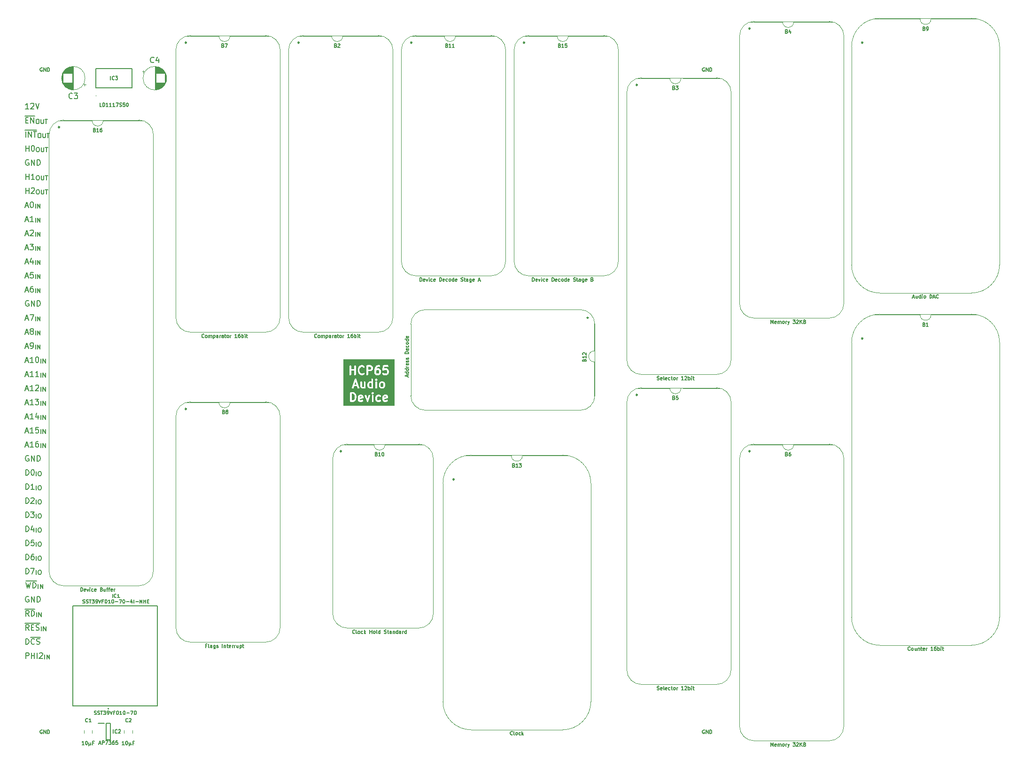
<source format=gbr>
%TF.GenerationSoftware,KiCad,Pcbnew,7.0.5*%
%TF.CreationDate,2024-01-26T10:33:22+02:00*%
%TF.ProjectId,Sound Board,536f756e-6420-4426-9f61-72642e6b6963,rev?*%
%TF.SameCoordinates,Original*%
%TF.FileFunction,Legend,Top*%
%TF.FilePolarity,Positive*%
%FSLAX46Y46*%
G04 Gerber Fmt 4.6, Leading zero omitted, Abs format (unit mm)*
G04 Created by KiCad (PCBNEW 7.0.5) date 2024-01-26 10:33:22*
%MOMM*%
%LPD*%
G01*
G04 APERTURE LIST*
%ADD10C,0.200000*%
%ADD11C,0.300000*%
%ADD12C,0.150000*%
%ADD13C,0.100000*%
%ADD14C,0.187000*%
%ADD15C,0.120000*%
%ADD16C,0.239605*%
G04 APERTURE END LIST*
D10*
X27611101Y-140152219D02*
X27277768Y-139676028D01*
X27039673Y-140152219D02*
X27039673Y-139152219D01*
X27039673Y-139152219D02*
X27420625Y-139152219D01*
X27420625Y-139152219D02*
X27515863Y-139199838D01*
X27515863Y-139199838D02*
X27563482Y-139247457D01*
X27563482Y-139247457D02*
X27611101Y-139342695D01*
X27611101Y-139342695D02*
X27611101Y-139485552D01*
X27611101Y-139485552D02*
X27563482Y-139580790D01*
X27563482Y-139580790D02*
X27515863Y-139628409D01*
X27515863Y-139628409D02*
X27420625Y-139676028D01*
X27420625Y-139676028D02*
X27039673Y-139676028D01*
X28039673Y-139628409D02*
X28373006Y-139628409D01*
X28515863Y-140152219D02*
X28039673Y-140152219D01*
X28039673Y-140152219D02*
X28039673Y-139152219D01*
X28039673Y-139152219D02*
X28515863Y-139152219D01*
X28896816Y-140104600D02*
X29039673Y-140152219D01*
X29039673Y-140152219D02*
X29277768Y-140152219D01*
X29277768Y-140152219D02*
X29373006Y-140104600D01*
X29373006Y-140104600D02*
X29420625Y-140056980D01*
X29420625Y-140056980D02*
X29468244Y-139961742D01*
X29468244Y-139961742D02*
X29468244Y-139866504D01*
X29468244Y-139866504D02*
X29420625Y-139771266D01*
X29420625Y-139771266D02*
X29373006Y-139723647D01*
X29373006Y-139723647D02*
X29277768Y-139676028D01*
X29277768Y-139676028D02*
X29087292Y-139628409D01*
X29087292Y-139628409D02*
X28992054Y-139580790D01*
X28992054Y-139580790D02*
X28944435Y-139533171D01*
X28944435Y-139533171D02*
X28896816Y-139437933D01*
X28896816Y-139437933D02*
X28896816Y-139342695D01*
X28896816Y-139342695D02*
X28944435Y-139247457D01*
X28944435Y-139247457D02*
X28992054Y-139199838D01*
X28992054Y-139199838D02*
X29087292Y-139152219D01*
X29087292Y-139152219D02*
X29325387Y-139152219D01*
X29325387Y-139152219D02*
X29468244Y-139199838D01*
X26901578Y-138874600D02*
X29558721Y-138874600D01*
X29849197Y-140262695D02*
X29849197Y-139462695D01*
X30230149Y-140262695D02*
X30230149Y-139462695D01*
X30230149Y-139462695D02*
X30687292Y-140262695D01*
X30687292Y-140262695D02*
X30687292Y-139462695D01*
X27563482Y-134119838D02*
X27468244Y-134072219D01*
X27468244Y-134072219D02*
X27325387Y-134072219D01*
X27325387Y-134072219D02*
X27182530Y-134119838D01*
X27182530Y-134119838D02*
X27087292Y-134215076D01*
X27087292Y-134215076D02*
X27039673Y-134310314D01*
X27039673Y-134310314D02*
X26992054Y-134500790D01*
X26992054Y-134500790D02*
X26992054Y-134643647D01*
X26992054Y-134643647D02*
X27039673Y-134834123D01*
X27039673Y-134834123D02*
X27087292Y-134929361D01*
X27087292Y-134929361D02*
X27182530Y-135024600D01*
X27182530Y-135024600D02*
X27325387Y-135072219D01*
X27325387Y-135072219D02*
X27420625Y-135072219D01*
X27420625Y-135072219D02*
X27563482Y-135024600D01*
X27563482Y-135024600D02*
X27611101Y-134976980D01*
X27611101Y-134976980D02*
X27611101Y-134643647D01*
X27611101Y-134643647D02*
X27420625Y-134643647D01*
X28039673Y-135072219D02*
X28039673Y-134072219D01*
X28039673Y-134072219D02*
X28611101Y-135072219D01*
X28611101Y-135072219D02*
X28611101Y-134072219D01*
X29087292Y-135072219D02*
X29087292Y-134072219D01*
X29087292Y-134072219D02*
X29325387Y-134072219D01*
X29325387Y-134072219D02*
X29468244Y-134119838D01*
X29468244Y-134119838D02*
X29563482Y-134215076D01*
X29563482Y-134215076D02*
X29611101Y-134310314D01*
X29611101Y-134310314D02*
X29658720Y-134500790D01*
X29658720Y-134500790D02*
X29658720Y-134643647D01*
X29658720Y-134643647D02*
X29611101Y-134834123D01*
X29611101Y-134834123D02*
X29563482Y-134929361D01*
X29563482Y-134929361D02*
X29468244Y-135024600D01*
X29468244Y-135024600D02*
X29325387Y-135072219D01*
X29325387Y-135072219D02*
X29087292Y-135072219D01*
X26992054Y-106846504D02*
X27468244Y-106846504D01*
X26896816Y-107132219D02*
X27230149Y-106132219D01*
X27230149Y-106132219D02*
X27563482Y-107132219D01*
X28420625Y-107132219D02*
X27849197Y-107132219D01*
X28134911Y-107132219D02*
X28134911Y-106132219D01*
X28134911Y-106132219D02*
X28039673Y-106275076D01*
X28039673Y-106275076D02*
X27944435Y-106370314D01*
X27944435Y-106370314D02*
X27849197Y-106417933D01*
X29277768Y-106132219D02*
X29087292Y-106132219D01*
X29087292Y-106132219D02*
X28992054Y-106179838D01*
X28992054Y-106179838D02*
X28944435Y-106227457D01*
X28944435Y-106227457D02*
X28849197Y-106370314D01*
X28849197Y-106370314D02*
X28801578Y-106560790D01*
X28801578Y-106560790D02*
X28801578Y-106941742D01*
X28801578Y-106941742D02*
X28849197Y-107036980D01*
X28849197Y-107036980D02*
X28896816Y-107084600D01*
X28896816Y-107084600D02*
X28992054Y-107132219D01*
X28992054Y-107132219D02*
X29182530Y-107132219D01*
X29182530Y-107132219D02*
X29277768Y-107084600D01*
X29277768Y-107084600D02*
X29325387Y-107036980D01*
X29325387Y-107036980D02*
X29373006Y-106941742D01*
X29373006Y-106941742D02*
X29373006Y-106703647D01*
X29373006Y-106703647D02*
X29325387Y-106608409D01*
X29325387Y-106608409D02*
X29277768Y-106560790D01*
X29277768Y-106560790D02*
X29182530Y-106513171D01*
X29182530Y-106513171D02*
X28992054Y-106513171D01*
X28992054Y-106513171D02*
X28896816Y-106560790D01*
X28896816Y-106560790D02*
X28849197Y-106608409D01*
X28849197Y-106608409D02*
X28801578Y-106703647D01*
X29753959Y-107242695D02*
X29753959Y-106442695D01*
X30134911Y-107242695D02*
X30134911Y-106442695D01*
X30134911Y-106442695D02*
X30592054Y-107242695D01*
X30592054Y-107242695D02*
X30592054Y-106442695D01*
X27611101Y-137612219D02*
X27277768Y-137136028D01*
X27039673Y-137612219D02*
X27039673Y-136612219D01*
X27039673Y-136612219D02*
X27420625Y-136612219D01*
X27420625Y-136612219D02*
X27515863Y-136659838D01*
X27515863Y-136659838D02*
X27563482Y-136707457D01*
X27563482Y-136707457D02*
X27611101Y-136802695D01*
X27611101Y-136802695D02*
X27611101Y-136945552D01*
X27611101Y-136945552D02*
X27563482Y-137040790D01*
X27563482Y-137040790D02*
X27515863Y-137088409D01*
X27515863Y-137088409D02*
X27420625Y-137136028D01*
X27420625Y-137136028D02*
X27039673Y-137136028D01*
X28039673Y-137612219D02*
X28039673Y-136612219D01*
X28039673Y-136612219D02*
X28277768Y-136612219D01*
X28277768Y-136612219D02*
X28420625Y-136659838D01*
X28420625Y-136659838D02*
X28515863Y-136755076D01*
X28515863Y-136755076D02*
X28563482Y-136850314D01*
X28563482Y-136850314D02*
X28611101Y-137040790D01*
X28611101Y-137040790D02*
X28611101Y-137183647D01*
X28611101Y-137183647D02*
X28563482Y-137374123D01*
X28563482Y-137374123D02*
X28515863Y-137469361D01*
X28515863Y-137469361D02*
X28420625Y-137564600D01*
X28420625Y-137564600D02*
X28277768Y-137612219D01*
X28277768Y-137612219D02*
X28039673Y-137612219D01*
X26901578Y-136334600D02*
X28701578Y-136334600D01*
X28992054Y-137722695D02*
X28992054Y-136922695D01*
X29373006Y-137722695D02*
X29373006Y-136922695D01*
X29373006Y-136922695D02*
X29830149Y-137722695D01*
X29830149Y-137722695D02*
X29830149Y-136922695D01*
X26992054Y-68746504D02*
X27468244Y-68746504D01*
X26896816Y-69032219D02*
X27230149Y-68032219D01*
X27230149Y-68032219D02*
X27563482Y-69032219D01*
X27849197Y-68127457D02*
X27896816Y-68079838D01*
X27896816Y-68079838D02*
X27992054Y-68032219D01*
X27992054Y-68032219D02*
X28230149Y-68032219D01*
X28230149Y-68032219D02*
X28325387Y-68079838D01*
X28325387Y-68079838D02*
X28373006Y-68127457D01*
X28373006Y-68127457D02*
X28420625Y-68222695D01*
X28420625Y-68222695D02*
X28420625Y-68317933D01*
X28420625Y-68317933D02*
X28373006Y-68460790D01*
X28373006Y-68460790D02*
X27801578Y-69032219D01*
X27801578Y-69032219D02*
X28420625Y-69032219D01*
X28801578Y-69142695D02*
X28801578Y-68342695D01*
X29182530Y-69142695D02*
X29182530Y-68342695D01*
X29182530Y-68342695D02*
X29639673Y-69142695D01*
X29639673Y-69142695D02*
X29639673Y-68342695D01*
X27039673Y-124912219D02*
X27039673Y-123912219D01*
X27039673Y-123912219D02*
X27277768Y-123912219D01*
X27277768Y-123912219D02*
X27420625Y-123959838D01*
X27420625Y-123959838D02*
X27515863Y-124055076D01*
X27515863Y-124055076D02*
X27563482Y-124150314D01*
X27563482Y-124150314D02*
X27611101Y-124340790D01*
X27611101Y-124340790D02*
X27611101Y-124483647D01*
X27611101Y-124483647D02*
X27563482Y-124674123D01*
X27563482Y-124674123D02*
X27515863Y-124769361D01*
X27515863Y-124769361D02*
X27420625Y-124864600D01*
X27420625Y-124864600D02*
X27277768Y-124912219D01*
X27277768Y-124912219D02*
X27039673Y-124912219D01*
X28515863Y-123912219D02*
X28039673Y-123912219D01*
X28039673Y-123912219D02*
X27992054Y-124388409D01*
X27992054Y-124388409D02*
X28039673Y-124340790D01*
X28039673Y-124340790D02*
X28134911Y-124293171D01*
X28134911Y-124293171D02*
X28373006Y-124293171D01*
X28373006Y-124293171D02*
X28468244Y-124340790D01*
X28468244Y-124340790D02*
X28515863Y-124388409D01*
X28515863Y-124388409D02*
X28563482Y-124483647D01*
X28563482Y-124483647D02*
X28563482Y-124721742D01*
X28563482Y-124721742D02*
X28515863Y-124816980D01*
X28515863Y-124816980D02*
X28468244Y-124864600D01*
X28468244Y-124864600D02*
X28373006Y-124912219D01*
X28373006Y-124912219D02*
X28134911Y-124912219D01*
X28134911Y-124912219D02*
X28039673Y-124864600D01*
X28039673Y-124864600D02*
X27992054Y-124816980D01*
X28944435Y-125022695D02*
X28944435Y-124222695D01*
X29477768Y-124222695D02*
X29630149Y-124222695D01*
X29630149Y-124222695D02*
X29706339Y-124260790D01*
X29706339Y-124260790D02*
X29782530Y-124336980D01*
X29782530Y-124336980D02*
X29820625Y-124489361D01*
X29820625Y-124489361D02*
X29820625Y-124756028D01*
X29820625Y-124756028D02*
X29782530Y-124908409D01*
X29782530Y-124908409D02*
X29706339Y-124984600D01*
X29706339Y-124984600D02*
X29630149Y-125022695D01*
X29630149Y-125022695D02*
X29477768Y-125022695D01*
X29477768Y-125022695D02*
X29401577Y-124984600D01*
X29401577Y-124984600D02*
X29325387Y-124908409D01*
X29325387Y-124908409D02*
X29287291Y-124756028D01*
X29287291Y-124756028D02*
X29287291Y-124489361D01*
X29287291Y-124489361D02*
X29325387Y-124336980D01*
X29325387Y-124336980D02*
X29401577Y-124260790D01*
X29401577Y-124260790D02*
X29477768Y-124222695D01*
X27563482Y-46172219D02*
X26992054Y-46172219D01*
X27277768Y-46172219D02*
X27277768Y-45172219D01*
X27277768Y-45172219D02*
X27182530Y-45315076D01*
X27182530Y-45315076D02*
X27087292Y-45410314D01*
X27087292Y-45410314D02*
X26992054Y-45457933D01*
X27944435Y-45267457D02*
X27992054Y-45219838D01*
X27992054Y-45219838D02*
X28087292Y-45172219D01*
X28087292Y-45172219D02*
X28325387Y-45172219D01*
X28325387Y-45172219D02*
X28420625Y-45219838D01*
X28420625Y-45219838D02*
X28468244Y-45267457D01*
X28468244Y-45267457D02*
X28515863Y-45362695D01*
X28515863Y-45362695D02*
X28515863Y-45457933D01*
X28515863Y-45457933D02*
X28468244Y-45600790D01*
X28468244Y-45600790D02*
X27896816Y-46172219D01*
X27896816Y-46172219D02*
X28515863Y-46172219D01*
X28801578Y-45172219D02*
X29134911Y-46172219D01*
X29134911Y-46172219D02*
X29468244Y-45172219D01*
X26992054Y-89066504D02*
X27468244Y-89066504D01*
X26896816Y-89352219D02*
X27230149Y-88352219D01*
X27230149Y-88352219D02*
X27563482Y-89352219D01*
X27944435Y-89352219D02*
X28134911Y-89352219D01*
X28134911Y-89352219D02*
X28230149Y-89304600D01*
X28230149Y-89304600D02*
X28277768Y-89256980D01*
X28277768Y-89256980D02*
X28373006Y-89114123D01*
X28373006Y-89114123D02*
X28420625Y-88923647D01*
X28420625Y-88923647D02*
X28420625Y-88542695D01*
X28420625Y-88542695D02*
X28373006Y-88447457D01*
X28373006Y-88447457D02*
X28325387Y-88399838D01*
X28325387Y-88399838D02*
X28230149Y-88352219D01*
X28230149Y-88352219D02*
X28039673Y-88352219D01*
X28039673Y-88352219D02*
X27944435Y-88399838D01*
X27944435Y-88399838D02*
X27896816Y-88447457D01*
X27896816Y-88447457D02*
X27849197Y-88542695D01*
X27849197Y-88542695D02*
X27849197Y-88780790D01*
X27849197Y-88780790D02*
X27896816Y-88876028D01*
X27896816Y-88876028D02*
X27944435Y-88923647D01*
X27944435Y-88923647D02*
X28039673Y-88971266D01*
X28039673Y-88971266D02*
X28230149Y-88971266D01*
X28230149Y-88971266D02*
X28325387Y-88923647D01*
X28325387Y-88923647D02*
X28373006Y-88876028D01*
X28373006Y-88876028D02*
X28420625Y-88780790D01*
X28801578Y-89462695D02*
X28801578Y-88662695D01*
X29182530Y-89462695D02*
X29182530Y-88662695D01*
X29182530Y-88662695D02*
X29639673Y-89462695D01*
X29639673Y-89462695D02*
X29639673Y-88662695D01*
X27071435Y-131532219D02*
X27309530Y-132532219D01*
X27309530Y-132532219D02*
X27500006Y-131817933D01*
X27500006Y-131817933D02*
X27690482Y-132532219D01*
X27690482Y-132532219D02*
X27928578Y-131532219D01*
X28309530Y-132532219D02*
X28309530Y-131532219D01*
X28309530Y-131532219D02*
X28547625Y-131532219D01*
X28547625Y-131532219D02*
X28690482Y-131579838D01*
X28690482Y-131579838D02*
X28785720Y-131675076D01*
X28785720Y-131675076D02*
X28833339Y-131770314D01*
X28833339Y-131770314D02*
X28880958Y-131960790D01*
X28880958Y-131960790D02*
X28880958Y-132103647D01*
X28880958Y-132103647D02*
X28833339Y-132294123D01*
X28833339Y-132294123D02*
X28785720Y-132389361D01*
X28785720Y-132389361D02*
X28690482Y-132484600D01*
X28690482Y-132484600D02*
X28547625Y-132532219D01*
X28547625Y-132532219D02*
X28309530Y-132532219D01*
X27028578Y-131254600D02*
X28971435Y-131254600D01*
X29261911Y-132642695D02*
X29261911Y-131842695D01*
X29642863Y-132642695D02*
X29642863Y-131842695D01*
X29642863Y-131842695D02*
X30100006Y-132642695D01*
X30100006Y-132642695D02*
X30100006Y-131842695D01*
X26992054Y-94146504D02*
X27468244Y-94146504D01*
X26896816Y-94432219D02*
X27230149Y-93432219D01*
X27230149Y-93432219D02*
X27563482Y-94432219D01*
X28420625Y-94432219D02*
X27849197Y-94432219D01*
X28134911Y-94432219D02*
X28134911Y-93432219D01*
X28134911Y-93432219D02*
X28039673Y-93575076D01*
X28039673Y-93575076D02*
X27944435Y-93670314D01*
X27944435Y-93670314D02*
X27849197Y-93717933D01*
X29373006Y-94432219D02*
X28801578Y-94432219D01*
X29087292Y-94432219D02*
X29087292Y-93432219D01*
X29087292Y-93432219D02*
X28992054Y-93575076D01*
X28992054Y-93575076D02*
X28896816Y-93670314D01*
X28896816Y-93670314D02*
X28801578Y-93717933D01*
X29753959Y-94542695D02*
X29753959Y-93742695D01*
X30134911Y-94542695D02*
X30134911Y-93742695D01*
X30134911Y-93742695D02*
X30592054Y-94542695D01*
X30592054Y-94542695D02*
X30592054Y-93742695D01*
X27039673Y-129992219D02*
X27039673Y-128992219D01*
X27039673Y-128992219D02*
X27277768Y-128992219D01*
X27277768Y-128992219D02*
X27420625Y-129039838D01*
X27420625Y-129039838D02*
X27515863Y-129135076D01*
X27515863Y-129135076D02*
X27563482Y-129230314D01*
X27563482Y-129230314D02*
X27611101Y-129420790D01*
X27611101Y-129420790D02*
X27611101Y-129563647D01*
X27611101Y-129563647D02*
X27563482Y-129754123D01*
X27563482Y-129754123D02*
X27515863Y-129849361D01*
X27515863Y-129849361D02*
X27420625Y-129944600D01*
X27420625Y-129944600D02*
X27277768Y-129992219D01*
X27277768Y-129992219D02*
X27039673Y-129992219D01*
X27944435Y-128992219D02*
X28611101Y-128992219D01*
X28611101Y-128992219D02*
X28182530Y-129992219D01*
X28944435Y-130102695D02*
X28944435Y-129302695D01*
X29477768Y-129302695D02*
X29630149Y-129302695D01*
X29630149Y-129302695D02*
X29706339Y-129340790D01*
X29706339Y-129340790D02*
X29782530Y-129416980D01*
X29782530Y-129416980D02*
X29820625Y-129569361D01*
X29820625Y-129569361D02*
X29820625Y-129836028D01*
X29820625Y-129836028D02*
X29782530Y-129988409D01*
X29782530Y-129988409D02*
X29706339Y-130064600D01*
X29706339Y-130064600D02*
X29630149Y-130102695D01*
X29630149Y-130102695D02*
X29477768Y-130102695D01*
X29477768Y-130102695D02*
X29401577Y-130064600D01*
X29401577Y-130064600D02*
X29325387Y-129988409D01*
X29325387Y-129988409D02*
X29287291Y-129836028D01*
X29287291Y-129836028D02*
X29287291Y-129569361D01*
X29287291Y-129569361D02*
X29325387Y-129416980D01*
X29325387Y-129416980D02*
X29401577Y-129340790D01*
X29401577Y-129340790D02*
X29477768Y-129302695D01*
X26992054Y-76366504D02*
X27468244Y-76366504D01*
X26896816Y-76652219D02*
X27230149Y-75652219D01*
X27230149Y-75652219D02*
X27563482Y-76652219D01*
X28373006Y-75652219D02*
X27896816Y-75652219D01*
X27896816Y-75652219D02*
X27849197Y-76128409D01*
X27849197Y-76128409D02*
X27896816Y-76080790D01*
X27896816Y-76080790D02*
X27992054Y-76033171D01*
X27992054Y-76033171D02*
X28230149Y-76033171D01*
X28230149Y-76033171D02*
X28325387Y-76080790D01*
X28325387Y-76080790D02*
X28373006Y-76128409D01*
X28373006Y-76128409D02*
X28420625Y-76223647D01*
X28420625Y-76223647D02*
X28420625Y-76461742D01*
X28420625Y-76461742D02*
X28373006Y-76556980D01*
X28373006Y-76556980D02*
X28325387Y-76604600D01*
X28325387Y-76604600D02*
X28230149Y-76652219D01*
X28230149Y-76652219D02*
X27992054Y-76652219D01*
X27992054Y-76652219D02*
X27896816Y-76604600D01*
X27896816Y-76604600D02*
X27849197Y-76556980D01*
X28801578Y-76762695D02*
X28801578Y-75962695D01*
X29182530Y-76762695D02*
X29182530Y-75962695D01*
X29182530Y-75962695D02*
X29639673Y-76762695D01*
X29639673Y-76762695D02*
X29639673Y-75962695D01*
X27039673Y-142692219D02*
X27039673Y-141692219D01*
X27039673Y-141692219D02*
X27277768Y-141692219D01*
X27277768Y-141692219D02*
X27420625Y-141739838D01*
X27420625Y-141739838D02*
X27515863Y-141835076D01*
X27515863Y-141835076D02*
X27563482Y-141930314D01*
X27563482Y-141930314D02*
X27611101Y-142120790D01*
X27611101Y-142120790D02*
X27611101Y-142263647D01*
X27611101Y-142263647D02*
X27563482Y-142454123D01*
X27563482Y-142454123D02*
X27515863Y-142549361D01*
X27515863Y-142549361D02*
X27420625Y-142644600D01*
X27420625Y-142644600D02*
X27277768Y-142692219D01*
X27277768Y-142692219D02*
X27039673Y-142692219D01*
X28611101Y-142596980D02*
X28563482Y-142644600D01*
X28563482Y-142644600D02*
X28420625Y-142692219D01*
X28420625Y-142692219D02*
X28325387Y-142692219D01*
X28325387Y-142692219D02*
X28182530Y-142644600D01*
X28182530Y-142644600D02*
X28087292Y-142549361D01*
X28087292Y-142549361D02*
X28039673Y-142454123D01*
X28039673Y-142454123D02*
X27992054Y-142263647D01*
X27992054Y-142263647D02*
X27992054Y-142120790D01*
X27992054Y-142120790D02*
X28039673Y-141930314D01*
X28039673Y-141930314D02*
X28087292Y-141835076D01*
X28087292Y-141835076D02*
X28182530Y-141739838D01*
X28182530Y-141739838D02*
X28325387Y-141692219D01*
X28325387Y-141692219D02*
X28420625Y-141692219D01*
X28420625Y-141692219D02*
X28563482Y-141739838D01*
X28563482Y-141739838D02*
X28611101Y-141787457D01*
X28992054Y-142644600D02*
X29134911Y-142692219D01*
X29134911Y-142692219D02*
X29373006Y-142692219D01*
X29373006Y-142692219D02*
X29468244Y-142644600D01*
X29468244Y-142644600D02*
X29515863Y-142596980D01*
X29515863Y-142596980D02*
X29563482Y-142501742D01*
X29563482Y-142501742D02*
X29563482Y-142406504D01*
X29563482Y-142406504D02*
X29515863Y-142311266D01*
X29515863Y-142311266D02*
X29468244Y-142263647D01*
X29468244Y-142263647D02*
X29373006Y-142216028D01*
X29373006Y-142216028D02*
X29182530Y-142168409D01*
X29182530Y-142168409D02*
X29087292Y-142120790D01*
X29087292Y-142120790D02*
X29039673Y-142073171D01*
X29039673Y-142073171D02*
X28992054Y-141977933D01*
X28992054Y-141977933D02*
X28992054Y-141882695D01*
X28992054Y-141882695D02*
X29039673Y-141787457D01*
X29039673Y-141787457D02*
X29087292Y-141739838D01*
X29087292Y-141739838D02*
X29182530Y-141692219D01*
X29182530Y-141692219D02*
X29420625Y-141692219D01*
X29420625Y-141692219D02*
X29563482Y-141739838D01*
X27901578Y-141414600D02*
X29653959Y-141414600D01*
X26992054Y-101766504D02*
X27468244Y-101766504D01*
X26896816Y-102052219D02*
X27230149Y-101052219D01*
X27230149Y-101052219D02*
X27563482Y-102052219D01*
X28420625Y-102052219D02*
X27849197Y-102052219D01*
X28134911Y-102052219D02*
X28134911Y-101052219D01*
X28134911Y-101052219D02*
X28039673Y-101195076D01*
X28039673Y-101195076D02*
X27944435Y-101290314D01*
X27944435Y-101290314D02*
X27849197Y-101337933D01*
X29277768Y-101385552D02*
X29277768Y-102052219D01*
X29039673Y-101004600D02*
X28801578Y-101718885D01*
X28801578Y-101718885D02*
X29420625Y-101718885D01*
X29753959Y-102162695D02*
X29753959Y-101362695D01*
X30134911Y-102162695D02*
X30134911Y-101362695D01*
X30134911Y-101362695D02*
X30592054Y-102162695D01*
X30592054Y-102162695D02*
X30592054Y-101362695D01*
X26992054Y-86526504D02*
X27468244Y-86526504D01*
X26896816Y-86812219D02*
X27230149Y-85812219D01*
X27230149Y-85812219D02*
X27563482Y-86812219D01*
X28039673Y-86240790D02*
X27944435Y-86193171D01*
X27944435Y-86193171D02*
X27896816Y-86145552D01*
X27896816Y-86145552D02*
X27849197Y-86050314D01*
X27849197Y-86050314D02*
X27849197Y-86002695D01*
X27849197Y-86002695D02*
X27896816Y-85907457D01*
X27896816Y-85907457D02*
X27944435Y-85859838D01*
X27944435Y-85859838D02*
X28039673Y-85812219D01*
X28039673Y-85812219D02*
X28230149Y-85812219D01*
X28230149Y-85812219D02*
X28325387Y-85859838D01*
X28325387Y-85859838D02*
X28373006Y-85907457D01*
X28373006Y-85907457D02*
X28420625Y-86002695D01*
X28420625Y-86002695D02*
X28420625Y-86050314D01*
X28420625Y-86050314D02*
X28373006Y-86145552D01*
X28373006Y-86145552D02*
X28325387Y-86193171D01*
X28325387Y-86193171D02*
X28230149Y-86240790D01*
X28230149Y-86240790D02*
X28039673Y-86240790D01*
X28039673Y-86240790D02*
X27944435Y-86288409D01*
X27944435Y-86288409D02*
X27896816Y-86336028D01*
X27896816Y-86336028D02*
X27849197Y-86431266D01*
X27849197Y-86431266D02*
X27849197Y-86621742D01*
X27849197Y-86621742D02*
X27896816Y-86716980D01*
X27896816Y-86716980D02*
X27944435Y-86764600D01*
X27944435Y-86764600D02*
X28039673Y-86812219D01*
X28039673Y-86812219D02*
X28230149Y-86812219D01*
X28230149Y-86812219D02*
X28325387Y-86764600D01*
X28325387Y-86764600D02*
X28373006Y-86716980D01*
X28373006Y-86716980D02*
X28420625Y-86621742D01*
X28420625Y-86621742D02*
X28420625Y-86431266D01*
X28420625Y-86431266D02*
X28373006Y-86336028D01*
X28373006Y-86336028D02*
X28325387Y-86288409D01*
X28325387Y-86288409D02*
X28230149Y-86240790D01*
X28801578Y-86922695D02*
X28801578Y-86122695D01*
X29182530Y-86922695D02*
X29182530Y-86122695D01*
X29182530Y-86122695D02*
X29639673Y-86922695D01*
X29639673Y-86922695D02*
X29639673Y-86122695D01*
X27039673Y-114752219D02*
X27039673Y-113752219D01*
X27039673Y-113752219D02*
X27277768Y-113752219D01*
X27277768Y-113752219D02*
X27420625Y-113799838D01*
X27420625Y-113799838D02*
X27515863Y-113895076D01*
X27515863Y-113895076D02*
X27563482Y-113990314D01*
X27563482Y-113990314D02*
X27611101Y-114180790D01*
X27611101Y-114180790D02*
X27611101Y-114323647D01*
X27611101Y-114323647D02*
X27563482Y-114514123D01*
X27563482Y-114514123D02*
X27515863Y-114609361D01*
X27515863Y-114609361D02*
X27420625Y-114704600D01*
X27420625Y-114704600D02*
X27277768Y-114752219D01*
X27277768Y-114752219D02*
X27039673Y-114752219D01*
X28563482Y-114752219D02*
X27992054Y-114752219D01*
X28277768Y-114752219D02*
X28277768Y-113752219D01*
X28277768Y-113752219D02*
X28182530Y-113895076D01*
X28182530Y-113895076D02*
X28087292Y-113990314D01*
X28087292Y-113990314D02*
X27992054Y-114037933D01*
X28944435Y-114862695D02*
X28944435Y-114062695D01*
X29477768Y-114062695D02*
X29630149Y-114062695D01*
X29630149Y-114062695D02*
X29706339Y-114100790D01*
X29706339Y-114100790D02*
X29782530Y-114176980D01*
X29782530Y-114176980D02*
X29820625Y-114329361D01*
X29820625Y-114329361D02*
X29820625Y-114596028D01*
X29820625Y-114596028D02*
X29782530Y-114748409D01*
X29782530Y-114748409D02*
X29706339Y-114824600D01*
X29706339Y-114824600D02*
X29630149Y-114862695D01*
X29630149Y-114862695D02*
X29477768Y-114862695D01*
X29477768Y-114862695D02*
X29401577Y-114824600D01*
X29401577Y-114824600D02*
X29325387Y-114748409D01*
X29325387Y-114748409D02*
X29287291Y-114596028D01*
X29287291Y-114596028D02*
X29287291Y-114329361D01*
X29287291Y-114329361D02*
X29325387Y-114176980D01*
X29325387Y-114176980D02*
X29401577Y-114100790D01*
X29401577Y-114100790D02*
X29477768Y-114062695D01*
X26992054Y-83986504D02*
X27468244Y-83986504D01*
X26896816Y-84272219D02*
X27230149Y-83272219D01*
X27230149Y-83272219D02*
X27563482Y-84272219D01*
X27801578Y-83272219D02*
X28468244Y-83272219D01*
X28468244Y-83272219D02*
X28039673Y-84272219D01*
X28801578Y-84382695D02*
X28801578Y-83582695D01*
X29182530Y-84382695D02*
X29182530Y-83582695D01*
X29182530Y-83582695D02*
X29639673Y-84382695D01*
X29639673Y-84382695D02*
X29639673Y-83582695D01*
X27039673Y-145232219D02*
X27039673Y-144232219D01*
X27039673Y-144232219D02*
X27420625Y-144232219D01*
X27420625Y-144232219D02*
X27515863Y-144279838D01*
X27515863Y-144279838D02*
X27563482Y-144327457D01*
X27563482Y-144327457D02*
X27611101Y-144422695D01*
X27611101Y-144422695D02*
X27611101Y-144565552D01*
X27611101Y-144565552D02*
X27563482Y-144660790D01*
X27563482Y-144660790D02*
X27515863Y-144708409D01*
X27515863Y-144708409D02*
X27420625Y-144756028D01*
X27420625Y-144756028D02*
X27039673Y-144756028D01*
X28039673Y-145232219D02*
X28039673Y-144232219D01*
X28039673Y-144708409D02*
X28611101Y-144708409D01*
X28611101Y-145232219D02*
X28611101Y-144232219D01*
X29087292Y-145232219D02*
X29087292Y-144232219D01*
X29515863Y-144327457D02*
X29563482Y-144279838D01*
X29563482Y-144279838D02*
X29658720Y-144232219D01*
X29658720Y-144232219D02*
X29896815Y-144232219D01*
X29896815Y-144232219D02*
X29992053Y-144279838D01*
X29992053Y-144279838D02*
X30039672Y-144327457D01*
X30039672Y-144327457D02*
X30087291Y-144422695D01*
X30087291Y-144422695D02*
X30087291Y-144517933D01*
X30087291Y-144517933D02*
X30039672Y-144660790D01*
X30039672Y-144660790D02*
X29468244Y-145232219D01*
X29468244Y-145232219D02*
X30087291Y-145232219D01*
X30468244Y-145342695D02*
X30468244Y-144542695D01*
X30849196Y-145342695D02*
X30849196Y-144542695D01*
X30849196Y-144542695D02*
X31306339Y-145342695D01*
X31306339Y-145342695D02*
X31306339Y-144542695D01*
X27039673Y-122372219D02*
X27039673Y-121372219D01*
X27039673Y-121372219D02*
X27277768Y-121372219D01*
X27277768Y-121372219D02*
X27420625Y-121419838D01*
X27420625Y-121419838D02*
X27515863Y-121515076D01*
X27515863Y-121515076D02*
X27563482Y-121610314D01*
X27563482Y-121610314D02*
X27611101Y-121800790D01*
X27611101Y-121800790D02*
X27611101Y-121943647D01*
X27611101Y-121943647D02*
X27563482Y-122134123D01*
X27563482Y-122134123D02*
X27515863Y-122229361D01*
X27515863Y-122229361D02*
X27420625Y-122324600D01*
X27420625Y-122324600D02*
X27277768Y-122372219D01*
X27277768Y-122372219D02*
X27039673Y-122372219D01*
X28468244Y-121705552D02*
X28468244Y-122372219D01*
X28230149Y-121324600D02*
X27992054Y-122038885D01*
X27992054Y-122038885D02*
X28611101Y-122038885D01*
X28944435Y-122482695D02*
X28944435Y-121682695D01*
X29477768Y-121682695D02*
X29630149Y-121682695D01*
X29630149Y-121682695D02*
X29706339Y-121720790D01*
X29706339Y-121720790D02*
X29782530Y-121796980D01*
X29782530Y-121796980D02*
X29820625Y-121949361D01*
X29820625Y-121949361D02*
X29820625Y-122216028D01*
X29820625Y-122216028D02*
X29782530Y-122368409D01*
X29782530Y-122368409D02*
X29706339Y-122444600D01*
X29706339Y-122444600D02*
X29630149Y-122482695D01*
X29630149Y-122482695D02*
X29477768Y-122482695D01*
X29477768Y-122482695D02*
X29401577Y-122444600D01*
X29401577Y-122444600D02*
X29325387Y-122368409D01*
X29325387Y-122368409D02*
X29287291Y-122216028D01*
X29287291Y-122216028D02*
X29287291Y-121949361D01*
X29287291Y-121949361D02*
X29325387Y-121796980D01*
X29325387Y-121796980D02*
X29401577Y-121720790D01*
X29401577Y-121720790D02*
X29477768Y-121682695D01*
D11*
G36*
X86140402Y-97563362D02*
G01*
X86241008Y-97663968D01*
X86294186Y-97770322D01*
X86357143Y-98022149D01*
X86357143Y-98199506D01*
X86294187Y-98451329D01*
X86241009Y-98557686D01*
X86140400Y-98658295D01*
X85982802Y-98710828D01*
X85800000Y-98710828D01*
X85800000Y-97510828D01*
X85982802Y-97510828D01*
X86140402Y-97563362D01*
G37*
G36*
X87609626Y-98044060D02*
G01*
X87635801Y-98096411D01*
X87228572Y-98177857D01*
X87228572Y-98110523D01*
X87261803Y-98044060D01*
X87328269Y-98010828D01*
X87543161Y-98010828D01*
X87609626Y-98044060D01*
G37*
G36*
X92038197Y-98044060D02*
G01*
X92064372Y-98096411D01*
X91657143Y-98177857D01*
X91657143Y-98110523D01*
X91690374Y-98044060D01*
X91756840Y-98010828D01*
X91971732Y-98010828D01*
X92038197Y-98044060D01*
G37*
G36*
X86656172Y-95867257D02*
G01*
X86358114Y-95867257D01*
X86507143Y-95420169D01*
X86656172Y-95867257D01*
G37*
G36*
X89357143Y-95609962D02*
G01*
X89357143Y-96281694D01*
X89328876Y-96295828D01*
X89113981Y-96295828D01*
X89024567Y-96251121D01*
X88987562Y-96214116D01*
X88942857Y-96124703D01*
X88942857Y-95766951D01*
X88987563Y-95677538D01*
X89024567Y-95640534D01*
X89113981Y-95595828D01*
X89328875Y-95595828D01*
X89357143Y-95609962D01*
G37*
G36*
X91418290Y-95640535D02*
G01*
X91455293Y-95677538D01*
X91500000Y-95766952D01*
X91500000Y-96124704D01*
X91455293Y-96214117D01*
X91418288Y-96251122D01*
X91328876Y-96295828D01*
X91185410Y-96295828D01*
X91095995Y-96251120D01*
X91058991Y-96214116D01*
X91014286Y-96124703D01*
X91014286Y-95766951D01*
X91058992Y-95677538D01*
X91095996Y-95640534D01*
X91185410Y-95595828D01*
X91328875Y-95595828D01*
X91418290Y-95640535D01*
G37*
G36*
X90668291Y-93296963D02*
G01*
X90705294Y-93333967D01*
X90750001Y-93423380D01*
X90750001Y-93709703D01*
X90705294Y-93799116D01*
X90668289Y-93836122D01*
X90578877Y-93880828D01*
X90363982Y-93880828D01*
X90274568Y-93836121D01*
X90237563Y-93799116D01*
X90192858Y-93709703D01*
X90192858Y-93423380D01*
X90237564Y-93333967D01*
X90274569Y-93296962D01*
X90363982Y-93252257D01*
X90578875Y-93252257D01*
X90668291Y-93296963D01*
G37*
G36*
X89239719Y-92725535D02*
G01*
X89276722Y-92762538D01*
X89321429Y-92851952D01*
X89321428Y-92995418D01*
X89276722Y-93084832D01*
X89239717Y-93121836D01*
X89150305Y-93166542D01*
X88764286Y-93166542D01*
X88764286Y-92680828D01*
X89150304Y-92680828D01*
X89239719Y-92725535D01*
G37*
G36*
X93503572Y-99724286D02*
G01*
X84296429Y-99724286D01*
X84296429Y-98883077D01*
X85495258Y-98883077D01*
X85509098Y-98913383D01*
X85518484Y-98945348D01*
X85527109Y-98952822D01*
X85531851Y-98963204D01*
X85559878Y-98981216D01*
X85585057Y-99003033D01*
X85596354Y-99004657D01*
X85605956Y-99010828D01*
X85639269Y-99010828D01*
X85672249Y-99015570D01*
X85682632Y-99010828D01*
X85988338Y-99010828D01*
X86012793Y-99017058D01*
X86051981Y-99003995D01*
X86091663Y-98992344D01*
X86093582Y-98990128D01*
X86261196Y-98934257D01*
X86296352Y-98926610D01*
X86318028Y-98904933D01*
X86343200Y-98887440D01*
X86348617Y-98874343D01*
X86457052Y-98765907D01*
X86478753Y-98753019D01*
X86497234Y-98716056D01*
X86517047Y-98679773D01*
X86516837Y-98676849D01*
X86557930Y-98594663D01*
X86570554Y-98582794D01*
X86577242Y-98556040D01*
X86579524Y-98551477D01*
X86582455Y-98535186D01*
X86646676Y-98278301D01*
X86657143Y-98262015D01*
X86657143Y-98236435D01*
X86657895Y-98233427D01*
X86657143Y-98214921D01*
X86657143Y-98091896D01*
X86923142Y-98091896D01*
X86928572Y-98104988D01*
X86928572Y-98321197D01*
X86926392Y-98325035D01*
X86928572Y-98364932D01*
X86928572Y-98638469D01*
X86924711Y-98674229D01*
X86938418Y-98701644D01*
X86947056Y-98731062D01*
X86957767Y-98740343D01*
X86998746Y-98822302D01*
X86998541Y-98828131D01*
X87018262Y-98861335D01*
X87025481Y-98875773D01*
X87029233Y-98879807D01*
X87043524Y-98903868D01*
X87058647Y-98911429D01*
X87070166Y-98923813D01*
X87097283Y-98930747D01*
X87218554Y-98991381D01*
X87248814Y-99010828D01*
X87279466Y-99010828D01*
X87309640Y-99016258D01*
X87322732Y-99010828D01*
X87570496Y-99010828D01*
X87606259Y-99014689D01*
X87633673Y-99000981D01*
X87663092Y-98992344D01*
X87672373Y-98981632D01*
X87807802Y-98913919D01*
X87855842Y-98869233D01*
X87877665Y-98783891D01*
X87849885Y-98700297D01*
X87781321Y-98644994D01*
X87693742Y-98635539D01*
X87543162Y-98710828D01*
X87328267Y-98710828D01*
X87261803Y-98677596D01*
X87228572Y-98611132D01*
X87228572Y-98483798D01*
X87797010Y-98370110D01*
X87815107Y-98372713D01*
X87839344Y-98361644D01*
X87843425Y-98360828D01*
X87858889Y-98352718D01*
X87895234Y-98336120D01*
X87897620Y-98332406D01*
X87901529Y-98330357D01*
X87921261Y-98295620D01*
X87942858Y-98262015D01*
X87942858Y-98257601D01*
X87945038Y-98253764D01*
X87942858Y-98213866D01*
X87942858Y-98083188D01*
X87946719Y-98047425D01*
X87933010Y-98020009D01*
X87924374Y-97990594D01*
X87913662Y-97981312D01*
X87872683Y-97899356D01*
X87872889Y-97893527D01*
X87858796Y-97869800D01*
X88136782Y-97869800D01*
X88498499Y-98882609D01*
X88497719Y-98896190D01*
X88513057Y-98923369D01*
X88515993Y-98931590D01*
X88523605Y-98942060D01*
X88541012Y-98972906D01*
X88549155Y-98977206D01*
X88554573Y-98984658D01*
X88587585Y-98997499D01*
X88618907Y-99014038D01*
X88628086Y-99013252D01*
X88636669Y-99016591D01*
X88671376Y-99009547D01*
X88706674Y-99006527D01*
X88713970Y-99000903D01*
X88722998Y-98999072D01*
X88748393Y-98974376D01*
X88776448Y-98952757D01*
X88779545Y-98944083D01*
X88786150Y-98937661D01*
X88794162Y-98903156D01*
X88801576Y-98882396D01*
X89428571Y-98882396D01*
X89447055Y-98945348D01*
X89513628Y-99003033D01*
X89600820Y-99015570D01*
X89680947Y-98978977D01*
X89728571Y-98904872D01*
X89728571Y-98163324D01*
X90065999Y-98163324D01*
X90071429Y-98176416D01*
X90071429Y-98567037D01*
X90067568Y-98602801D01*
X90081275Y-98630215D01*
X90089913Y-98659634D01*
X90100624Y-98668915D01*
X90150282Y-98768231D01*
X90155647Y-98792893D01*
X90184852Y-98822098D01*
X90213024Y-98852384D01*
X90215864Y-98853110D01*
X90244921Y-98882167D01*
X90257810Y-98903867D01*
X90294759Y-98922341D01*
X90331055Y-98942161D01*
X90333979Y-98941951D01*
X90432837Y-98991380D01*
X90463099Y-99010828D01*
X90493751Y-99010828D01*
X90523925Y-99016258D01*
X90537017Y-99010828D01*
X90784784Y-99010828D01*
X90820544Y-99014689D01*
X90847959Y-99000981D01*
X90877377Y-98992344D01*
X90886658Y-98981632D01*
X91022088Y-98913919D01*
X91070128Y-98869234D01*
X91091951Y-98783891D01*
X91064171Y-98700298D01*
X90995608Y-98644994D01*
X90908028Y-98635539D01*
X90757448Y-98710828D01*
X90542553Y-98710828D01*
X90453139Y-98666120D01*
X90416134Y-98629116D01*
X90371429Y-98539703D01*
X90371429Y-98181951D01*
X90416135Y-98092538D01*
X90416777Y-98091896D01*
X91351713Y-98091896D01*
X91357143Y-98104988D01*
X91357143Y-98321197D01*
X91354963Y-98325035D01*
X91357143Y-98364932D01*
X91357143Y-98638469D01*
X91353282Y-98674229D01*
X91366989Y-98701644D01*
X91375627Y-98731062D01*
X91386338Y-98740343D01*
X91427317Y-98822302D01*
X91427112Y-98828131D01*
X91446833Y-98861335D01*
X91454052Y-98875773D01*
X91457804Y-98879807D01*
X91472095Y-98903868D01*
X91487218Y-98911429D01*
X91498737Y-98923813D01*
X91525854Y-98930747D01*
X91647125Y-98991381D01*
X91677385Y-99010828D01*
X91708037Y-99010828D01*
X91738211Y-99016258D01*
X91751303Y-99010828D01*
X91999067Y-99010828D01*
X92034830Y-99014689D01*
X92062244Y-99000981D01*
X92091663Y-98992344D01*
X92100944Y-98981632D01*
X92236373Y-98913919D01*
X92284413Y-98869233D01*
X92306236Y-98783891D01*
X92278456Y-98700297D01*
X92209892Y-98644994D01*
X92122313Y-98635539D01*
X91971733Y-98710828D01*
X91756838Y-98710828D01*
X91690374Y-98677596D01*
X91657143Y-98611132D01*
X91657143Y-98483798D01*
X92225581Y-98370110D01*
X92243678Y-98372713D01*
X92267915Y-98361644D01*
X92271996Y-98360828D01*
X92287460Y-98352718D01*
X92323805Y-98336120D01*
X92326191Y-98332406D01*
X92330100Y-98330357D01*
X92349832Y-98295620D01*
X92371429Y-98262015D01*
X92371429Y-98257601D01*
X92373609Y-98253764D01*
X92371429Y-98213866D01*
X92371429Y-98083188D01*
X92375290Y-98047425D01*
X92361581Y-98020009D01*
X92352945Y-97990594D01*
X92342233Y-97981312D01*
X92301254Y-97899356D01*
X92301460Y-97893527D01*
X92281732Y-97860313D01*
X92274518Y-97845884D01*
X92270767Y-97841852D01*
X92256476Y-97817790D01*
X92241352Y-97810228D01*
X92229833Y-97797844D01*
X92202717Y-97790910D01*
X92081452Y-97730278D01*
X92051187Y-97710828D01*
X92020534Y-97710828D01*
X91990362Y-97705398D01*
X91977270Y-97710828D01*
X91729505Y-97710828D01*
X91693741Y-97706967D01*
X91666325Y-97720674D01*
X91636909Y-97729312D01*
X91627627Y-97740023D01*
X91545669Y-97781002D01*
X91539841Y-97780797D01*
X91506636Y-97800518D01*
X91492198Y-97807738D01*
X91488163Y-97811490D01*
X91464104Y-97825781D01*
X91456542Y-97840904D01*
X91444158Y-97852424D01*
X91437224Y-97879540D01*
X91376588Y-98000811D01*
X91357143Y-98031070D01*
X91357142Y-98061721D01*
X91351713Y-98091896D01*
X90416777Y-98091896D01*
X90453139Y-98055534D01*
X90542553Y-98010828D01*
X90757447Y-98010828D01*
X90887924Y-98076067D01*
X90952496Y-98087687D01*
X91033864Y-98053940D01*
X91084070Y-97981560D01*
X91087175Y-97893527D01*
X91042191Y-97817790D01*
X90867159Y-97730273D01*
X90836901Y-97710828D01*
X90806250Y-97710828D01*
X90776076Y-97705398D01*
X90762984Y-97710828D01*
X90515218Y-97710828D01*
X90479454Y-97706967D01*
X90452038Y-97720675D01*
X90422623Y-97729312D01*
X90413341Y-97740023D01*
X90314026Y-97789682D01*
X90289365Y-97795047D01*
X90260150Y-97824261D01*
X90229873Y-97852424D01*
X90229146Y-97855264D01*
X90200090Y-97884319D01*
X90178390Y-97897209D01*
X90159909Y-97934169D01*
X90140097Y-97970453D01*
X90140306Y-97973376D01*
X90090874Y-98072239D01*
X90071429Y-98102498D01*
X90071429Y-98133149D01*
X90065999Y-98163324D01*
X89728571Y-98163324D01*
X89728571Y-97839260D01*
X89710087Y-97776308D01*
X89643514Y-97718623D01*
X89556322Y-97706086D01*
X89476195Y-97742679D01*
X89428571Y-97816784D01*
X89428571Y-98882396D01*
X88801576Y-98882396D01*
X89155658Y-97890967D01*
X89159424Y-97825466D01*
X89116131Y-97748750D01*
X89038236Y-97707618D01*
X88950469Y-97715129D01*
X88880695Y-97768900D01*
X88650000Y-98414846D01*
X88426864Y-97790066D01*
X88388284Y-97736998D01*
X88306188Y-97705065D01*
X88219859Y-97722584D01*
X88156707Y-97783995D01*
X88136782Y-97869800D01*
X87858796Y-97869800D01*
X87853161Y-97860313D01*
X87845947Y-97845884D01*
X87842196Y-97841852D01*
X87827905Y-97817790D01*
X87812781Y-97810228D01*
X87801262Y-97797844D01*
X87774146Y-97790910D01*
X87652881Y-97730278D01*
X87622616Y-97710828D01*
X87591963Y-97710828D01*
X87561791Y-97705398D01*
X87548699Y-97710828D01*
X87300934Y-97710828D01*
X87265170Y-97706967D01*
X87237754Y-97720674D01*
X87208338Y-97729312D01*
X87199056Y-97740023D01*
X87117098Y-97781002D01*
X87111270Y-97780797D01*
X87078065Y-97800518D01*
X87063627Y-97807738D01*
X87059592Y-97811490D01*
X87035533Y-97825781D01*
X87027971Y-97840904D01*
X87015587Y-97852424D01*
X87008653Y-97879540D01*
X86948017Y-98000811D01*
X86928572Y-98031070D01*
X86928572Y-98061721D01*
X86923142Y-98091896D01*
X86657143Y-98091896D01*
X86657143Y-98028371D01*
X86663347Y-98010034D01*
X86657143Y-97985218D01*
X86657143Y-97982117D01*
X86651924Y-97964343D01*
X86587715Y-97707510D01*
X86589576Y-97690282D01*
X86577241Y-97665613D01*
X86576005Y-97660667D01*
X86567633Y-97646397D01*
X86506861Y-97524854D01*
X86501496Y-97500192D01*
X86472275Y-97470971D01*
X86444119Y-97440701D01*
X86441278Y-97439974D01*
X86422408Y-97421104D01*
X89351208Y-97421104D01*
X89358290Y-97453661D01*
X89360668Y-97486891D01*
X89367506Y-97496026D01*
X89369933Y-97507179D01*
X89393489Y-97530735D01*
X89413457Y-97557409D01*
X89424151Y-97561397D01*
X89445432Y-97582678D01*
X89447055Y-97588205D01*
X89468153Y-97606486D01*
X89484883Y-97628836D01*
X89500796Y-97634771D01*
X89513628Y-97645890D01*
X89530434Y-97648306D01*
X89545339Y-97656445D01*
X89556721Y-97655630D01*
X89567417Y-97659620D01*
X89584010Y-97656010D01*
X89600820Y-97658427D01*
X89616269Y-97651371D01*
X89633203Y-97650160D01*
X89642338Y-97643321D01*
X89653492Y-97640895D01*
X89665497Y-97628889D01*
X89680947Y-97621834D01*
X89690128Y-97607546D01*
X89703722Y-97597371D01*
X89707710Y-97586677D01*
X89748474Y-97545914D01*
X89775152Y-97525944D01*
X89786796Y-97494723D01*
X89802760Y-97465489D01*
X89801945Y-97454105D01*
X89805935Y-97443410D01*
X89798852Y-97410852D01*
X89796476Y-97377626D01*
X89789636Y-97368489D01*
X89787210Y-97357335D01*
X89763652Y-97333777D01*
X89743687Y-97307106D01*
X89732991Y-97303116D01*
X89711709Y-97281834D01*
X89710087Y-97276308D01*
X89688986Y-97258024D01*
X89672257Y-97235676D01*
X89656345Y-97229741D01*
X89643514Y-97218623D01*
X89626708Y-97216206D01*
X89611802Y-97208067D01*
X89600416Y-97208881D01*
X89589723Y-97204893D01*
X89573130Y-97208502D01*
X89556322Y-97206086D01*
X89540874Y-97213140D01*
X89523939Y-97214352D01*
X89514800Y-97221192D01*
X89503648Y-97223619D01*
X89491643Y-97235624D01*
X89476195Y-97242679D01*
X89467015Y-97256963D01*
X89453419Y-97267141D01*
X89449429Y-97277838D01*
X89408665Y-97318602D01*
X89381991Y-97338570D01*
X89370347Y-97369788D01*
X89354382Y-97399027D01*
X89355196Y-97410410D01*
X89351208Y-97421104D01*
X86422408Y-97421104D01*
X86333205Y-97331901D01*
X86310647Y-97303882D01*
X86281566Y-97294188D01*
X86254660Y-97279496D01*
X86240522Y-97280507D01*
X86072418Y-97224472D01*
X86051187Y-97210828D01*
X86009874Y-97210828D01*
X85968550Y-97209333D01*
X85966028Y-97210828D01*
X85660731Y-97210828D01*
X85627751Y-97206086D01*
X85597444Y-97219926D01*
X85565480Y-97229312D01*
X85558005Y-97237937D01*
X85547624Y-97242679D01*
X85529611Y-97270706D01*
X85507795Y-97295885D01*
X85506170Y-97307182D01*
X85500000Y-97316784D01*
X85500000Y-97350097D01*
X85495258Y-97383077D01*
X85500000Y-97393460D01*
X85500000Y-98850097D01*
X85495258Y-98883077D01*
X84296429Y-98883077D01*
X84296429Y-96484422D01*
X85855648Y-96484422D01*
X85900563Y-96560199D01*
X85979317Y-96599665D01*
X86066903Y-96590288D01*
X86135518Y-96535046D01*
X86258114Y-96167257D01*
X86756172Y-96167257D01*
X86871661Y-96513724D01*
X86909104Y-96567600D01*
X86990502Y-96601272D01*
X87077184Y-96585594D01*
X87141627Y-96525540D01*
X87163373Y-96440178D01*
X87103057Y-96259230D01*
X87353281Y-96259230D01*
X87366988Y-96286645D01*
X87375626Y-96316062D01*
X87386337Y-96325343D01*
X87427316Y-96407301D01*
X87427111Y-96413130D01*
X87446832Y-96446334D01*
X87454052Y-96460773D01*
X87457804Y-96464807D01*
X87472095Y-96488867D01*
X87487218Y-96496428D01*
X87498738Y-96508813D01*
X87525854Y-96515746D01*
X87647122Y-96576380D01*
X87677384Y-96595828D01*
X87708036Y-96595828D01*
X87738210Y-96601258D01*
X87751302Y-96595828D01*
X87927638Y-96595828D01*
X87963401Y-96599689D01*
X87990815Y-96585981D01*
X88020234Y-96577344D01*
X88029515Y-96566632D01*
X88049073Y-96556853D01*
X88085057Y-96588033D01*
X88172249Y-96600570D01*
X88252376Y-96563977D01*
X88300000Y-96489872D01*
X88300000Y-96341258D01*
X88302761Y-96336202D01*
X88300000Y-96297603D01*
X88300000Y-95748324D01*
X88637427Y-95748324D01*
X88642857Y-95761416D01*
X88642857Y-96152037D01*
X88638996Y-96187801D01*
X88652703Y-96215215D01*
X88661341Y-96244634D01*
X88672052Y-96253915D01*
X88721710Y-96353231D01*
X88727075Y-96377893D01*
X88756280Y-96407098D01*
X88784452Y-96437384D01*
X88787292Y-96438110D01*
X88816349Y-96467167D01*
X88829238Y-96488867D01*
X88866187Y-96507341D01*
X88902483Y-96527161D01*
X88905407Y-96526951D01*
X89004265Y-96576380D01*
X89034527Y-96595828D01*
X89065179Y-96595828D01*
X89095353Y-96601258D01*
X89108445Y-96595828D01*
X89356212Y-96595828D01*
X89391972Y-96599689D01*
X89419387Y-96585981D01*
X89434657Y-96581497D01*
X89442200Y-96588033D01*
X89529392Y-96600570D01*
X89609519Y-96563977D01*
X89657143Y-96489872D01*
X89657143Y-96467396D01*
X90071428Y-96467396D01*
X90089912Y-96530348D01*
X90156485Y-96588033D01*
X90243677Y-96600570D01*
X90323804Y-96563977D01*
X90371428Y-96489872D01*
X90371428Y-95748324D01*
X90708856Y-95748324D01*
X90714286Y-95761416D01*
X90714286Y-96152037D01*
X90710425Y-96187801D01*
X90724132Y-96215215D01*
X90732770Y-96244634D01*
X90743481Y-96253915D01*
X90793139Y-96353231D01*
X90798504Y-96377893D01*
X90827709Y-96407098D01*
X90855881Y-96437384D01*
X90858721Y-96438110D01*
X90887778Y-96467167D01*
X90900667Y-96488867D01*
X90937616Y-96507341D01*
X90973912Y-96527161D01*
X90976836Y-96526951D01*
X91075694Y-96576380D01*
X91105956Y-96595828D01*
X91136608Y-96595828D01*
X91166782Y-96601258D01*
X91179874Y-96595828D01*
X91356210Y-96595828D01*
X91391973Y-96599689D01*
X91419387Y-96585981D01*
X91448806Y-96577344D01*
X91458087Y-96566632D01*
X91557403Y-96516974D01*
X91582065Y-96511610D01*
X91611276Y-96482398D01*
X91641556Y-96454233D01*
X91642282Y-96451392D01*
X91671339Y-96422335D01*
X91693039Y-96409447D01*
X91711513Y-96372497D01*
X91731333Y-96336202D01*
X91731123Y-96333277D01*
X91780552Y-96234419D01*
X91800000Y-96204158D01*
X91800000Y-96173506D01*
X91805430Y-96143332D01*
X91800000Y-96130239D01*
X91800000Y-95739618D01*
X91803861Y-95703855D01*
X91790153Y-95676440D01*
X91781516Y-95647022D01*
X91770804Y-95637740D01*
X91721146Y-95538422D01*
X91715781Y-95513762D01*
X91686573Y-95484554D01*
X91658405Y-95454272D01*
X91655564Y-95453545D01*
X91626506Y-95424488D01*
X91613619Y-95402790D01*
X91576669Y-95384315D01*
X91540373Y-95364496D01*
X91537449Y-95364705D01*
X91438595Y-95315278D01*
X91408330Y-95295828D01*
X91377677Y-95295828D01*
X91347505Y-95290398D01*
X91334413Y-95295828D01*
X91158075Y-95295828D01*
X91122311Y-95291967D01*
X91094895Y-95305675D01*
X91065480Y-95314312D01*
X91056198Y-95325023D01*
X90956883Y-95374682D01*
X90932222Y-95380047D01*
X90903007Y-95409261D01*
X90872730Y-95437424D01*
X90872003Y-95440264D01*
X90842947Y-95469319D01*
X90821247Y-95482209D01*
X90802766Y-95519169D01*
X90782954Y-95555453D01*
X90783163Y-95558376D01*
X90733731Y-95657239D01*
X90714286Y-95687498D01*
X90714286Y-95718149D01*
X90708856Y-95748324D01*
X90371428Y-95748324D01*
X90371428Y-95424260D01*
X90352944Y-95361308D01*
X90286371Y-95303623D01*
X90199179Y-95291086D01*
X90119052Y-95327679D01*
X90071428Y-95401784D01*
X90071428Y-96467396D01*
X89657143Y-96467396D01*
X89657143Y-96393278D01*
X89663379Y-96368891D01*
X89657143Y-96350126D01*
X89657143Y-95519920D01*
X89658603Y-95478527D01*
X89657143Y-95476068D01*
X89657143Y-95006104D01*
X89994065Y-95006104D01*
X90001147Y-95038661D01*
X90003525Y-95071891D01*
X90010363Y-95081026D01*
X90012790Y-95092179D01*
X90036346Y-95115735D01*
X90056314Y-95142409D01*
X90067008Y-95146397D01*
X90088289Y-95167678D01*
X90089912Y-95173205D01*
X90111010Y-95191486D01*
X90127740Y-95213836D01*
X90143653Y-95219771D01*
X90156485Y-95230890D01*
X90173291Y-95233306D01*
X90188196Y-95241445D01*
X90199578Y-95240630D01*
X90210274Y-95244620D01*
X90226867Y-95241010D01*
X90243677Y-95243427D01*
X90259126Y-95236371D01*
X90276060Y-95235160D01*
X90285195Y-95228321D01*
X90296349Y-95225895D01*
X90308354Y-95213889D01*
X90323804Y-95206834D01*
X90332985Y-95192546D01*
X90346579Y-95182371D01*
X90350567Y-95171677D01*
X90391331Y-95130914D01*
X90418009Y-95110944D01*
X90429653Y-95079723D01*
X90445617Y-95050489D01*
X90444802Y-95039105D01*
X90448792Y-95028410D01*
X90441709Y-94995852D01*
X90439333Y-94962626D01*
X90432493Y-94953489D01*
X90430067Y-94942335D01*
X90406509Y-94918777D01*
X90386544Y-94892106D01*
X90375848Y-94888116D01*
X90354566Y-94866834D01*
X90352944Y-94861308D01*
X90331843Y-94843024D01*
X90315114Y-94820676D01*
X90299202Y-94814741D01*
X90286371Y-94803623D01*
X90269565Y-94801206D01*
X90254659Y-94793067D01*
X90243273Y-94793881D01*
X90232580Y-94789893D01*
X90215987Y-94793502D01*
X90199179Y-94791086D01*
X90183731Y-94798140D01*
X90166796Y-94799352D01*
X90157657Y-94806192D01*
X90146505Y-94808619D01*
X90134500Y-94820624D01*
X90119052Y-94827679D01*
X90109872Y-94841963D01*
X90096276Y-94852141D01*
X90092286Y-94862838D01*
X90051522Y-94903602D01*
X90024848Y-94923570D01*
X90013204Y-94954788D01*
X89997239Y-94984027D01*
X89998053Y-94995410D01*
X89994065Y-95006104D01*
X89657143Y-95006104D01*
X89657143Y-94924260D01*
X89638659Y-94861308D01*
X89572086Y-94803623D01*
X89484894Y-94791086D01*
X89404767Y-94827679D01*
X89357143Y-94901784D01*
X89357143Y-95292132D01*
X89347504Y-95290398D01*
X89334412Y-95295828D01*
X89086646Y-95295828D01*
X89050882Y-95291967D01*
X89023466Y-95305675D01*
X88994051Y-95314312D01*
X88984769Y-95325023D01*
X88885454Y-95374682D01*
X88860793Y-95380047D01*
X88831578Y-95409261D01*
X88801301Y-95437424D01*
X88800574Y-95440264D01*
X88771518Y-95469319D01*
X88749818Y-95482209D01*
X88731337Y-95519169D01*
X88711525Y-95555453D01*
X88711734Y-95558376D01*
X88662302Y-95657239D01*
X88642857Y-95687498D01*
X88642857Y-95718149D01*
X88637427Y-95748324D01*
X88300000Y-95748324D01*
X88300000Y-95424260D01*
X88281516Y-95361308D01*
X88214943Y-95303623D01*
X88127751Y-95291086D01*
X88047624Y-95327679D01*
X88000000Y-95401784D01*
X88000000Y-96240838D01*
X87989716Y-96251122D01*
X87900304Y-96295828D01*
X87756838Y-96295828D01*
X87690374Y-96262596D01*
X87657142Y-96196131D01*
X87657142Y-95424260D01*
X87638658Y-95361308D01*
X87572085Y-95303623D01*
X87484893Y-95291086D01*
X87404766Y-95327679D01*
X87357142Y-95401784D01*
X87357142Y-96223466D01*
X87353281Y-96259230D01*
X87103057Y-96259230D01*
X87017809Y-96003485D01*
X87019028Y-95995008D01*
X87004052Y-95962217D01*
X86658026Y-94924137D01*
X86658638Y-94907234D01*
X86644365Y-94883154D01*
X86642625Y-94877933D01*
X86633418Y-94864685D01*
X86613723Y-94831457D01*
X86608509Y-94828844D01*
X86605182Y-94824056D01*
X86569501Y-94809296D01*
X86534970Y-94791991D01*
X86529169Y-94792611D01*
X86523784Y-94790384D01*
X86485792Y-94797255D01*
X86447383Y-94801368D01*
X86442840Y-94805024D01*
X86437102Y-94806063D01*
X86408845Y-94832394D01*
X86378768Y-94856610D01*
X86376924Y-94862141D01*
X86372659Y-94866116D01*
X86363126Y-94903533D01*
X86017121Y-95941550D01*
X86007795Y-95952314D01*
X86003441Y-95982589D01*
X85858020Y-96418855D01*
X85855648Y-96484422D01*
X84296429Y-96484422D01*
X84296429Y-93267363D01*
X85388115Y-93267363D01*
X85392857Y-93277746D01*
X85392857Y-94052396D01*
X85411341Y-94115348D01*
X85477914Y-94173033D01*
X85565106Y-94185570D01*
X85645233Y-94148977D01*
X85692857Y-94074872D01*
X85692857Y-93395114D01*
X86250000Y-93395114D01*
X86250000Y-94052396D01*
X86268484Y-94115348D01*
X86335057Y-94173033D01*
X86422249Y-94185570D01*
X86502376Y-94148977D01*
X86550000Y-94074872D01*
X86550000Y-93381622D01*
X86886654Y-93381622D01*
X86892858Y-93406437D01*
X86892858Y-93409539D01*
X86898076Y-93427312D01*
X86962284Y-93684144D01*
X86960425Y-93701373D01*
X86972758Y-93726040D01*
X86973996Y-93730989D01*
X86982369Y-93745261D01*
X87043139Y-93866800D01*
X87048505Y-93891464D01*
X87077729Y-93920689D01*
X87105882Y-93950955D01*
X87108721Y-93951681D01*
X87216796Y-94059757D01*
X87239354Y-94087775D01*
X87268433Y-94097468D01*
X87295340Y-94112160D01*
X87309476Y-94111148D01*
X87477583Y-94167183D01*
X87498814Y-94180828D01*
X87540137Y-94180828D01*
X87581452Y-94182322D01*
X87583973Y-94180828D01*
X87666910Y-94180828D01*
X87691365Y-94187058D01*
X87730553Y-94173995D01*
X87770235Y-94162344D01*
X87772154Y-94160128D01*
X87939772Y-94104256D01*
X87974924Y-94096609D01*
X87996596Y-94074936D01*
X88021772Y-94057440D01*
X88027190Y-94044341D01*
X88092746Y-93978785D01*
X88124190Y-93921201D01*
X88117904Y-93833338D01*
X88065115Y-93762819D01*
X87982581Y-93732036D01*
X87896506Y-93750762D01*
X87818972Y-93828295D01*
X87661374Y-93880828D01*
X87567200Y-93880828D01*
X87409599Y-93828295D01*
X87308992Y-93727686D01*
X87255814Y-93621332D01*
X87192858Y-93369506D01*
X87192858Y-93338791D01*
X88459544Y-93338791D01*
X88464286Y-93349174D01*
X88464286Y-94052396D01*
X88482770Y-94115348D01*
X88549343Y-94173033D01*
X88636535Y-94185570D01*
X88716662Y-94148977D01*
X88764286Y-94074872D01*
X88764286Y-93466542D01*
X89177639Y-93466542D01*
X89213402Y-93470403D01*
X89240816Y-93456695D01*
X89270235Y-93448058D01*
X89279516Y-93437346D01*
X89344702Y-93404753D01*
X89887428Y-93404753D01*
X89892858Y-93417845D01*
X89892858Y-93737037D01*
X89888997Y-93772801D01*
X89902704Y-93800215D01*
X89911342Y-93829634D01*
X89922053Y-93838915D01*
X89971711Y-93938231D01*
X89977076Y-93962893D01*
X90006281Y-93992098D01*
X90034453Y-94022384D01*
X90037293Y-94023110D01*
X90066350Y-94052167D01*
X90079239Y-94073867D01*
X90116188Y-94092341D01*
X90152484Y-94112161D01*
X90155408Y-94111951D01*
X90254266Y-94161380D01*
X90284528Y-94180828D01*
X90315180Y-94180828D01*
X90345354Y-94186258D01*
X90358446Y-94180828D01*
X90606213Y-94180828D01*
X90641973Y-94184689D01*
X90669388Y-94170981D01*
X90698806Y-94162344D01*
X90708087Y-94151632D01*
X90807406Y-94101974D01*
X90832067Y-94096609D01*
X90861265Y-94067410D01*
X90891557Y-94039234D01*
X90892283Y-94036390D01*
X90921336Y-94007337D01*
X90943039Y-93994448D01*
X90961526Y-93957473D01*
X90981333Y-93921201D01*
X90981123Y-93918278D01*
X91001854Y-93876817D01*
X91315494Y-93876817D01*
X91334219Y-93962892D01*
X91423491Y-94052165D01*
X91436381Y-94073868D01*
X91473355Y-94092354D01*
X91509625Y-94112160D01*
X91512548Y-94111950D01*
X91611411Y-94161381D01*
X91641671Y-94180828D01*
X91672323Y-94180828D01*
X91702497Y-94186258D01*
X91715589Y-94180828D01*
X92034784Y-94180828D01*
X92070544Y-94184689D01*
X92097959Y-94170981D01*
X92127377Y-94162344D01*
X92136658Y-94151632D01*
X92235977Y-94101974D01*
X92260638Y-94096609D01*
X92289836Y-94067410D01*
X92320128Y-94039234D01*
X92320854Y-94036390D01*
X92349907Y-94007337D01*
X92371610Y-93994448D01*
X92390097Y-93957473D01*
X92409904Y-93921201D01*
X92409694Y-93918278D01*
X92459124Y-93819419D01*
X92478572Y-93789158D01*
X92478572Y-93758505D01*
X92484002Y-93728333D01*
X92478572Y-93715240D01*
X92478572Y-93396045D01*
X92482433Y-93360282D01*
X92468724Y-93332866D01*
X92460088Y-93303451D01*
X92449376Y-93294169D01*
X92399717Y-93194854D01*
X92394353Y-93170193D01*
X92365138Y-93140978D01*
X92336976Y-93110701D01*
X92334135Y-93109974D01*
X92305080Y-93080918D01*
X92292191Y-93059218D01*
X92255234Y-93040739D01*
X92218947Y-93020925D01*
X92216022Y-93021134D01*
X92117161Y-92971704D01*
X92086901Y-92952257D01*
X92056249Y-92952257D01*
X92026075Y-92946827D01*
X92012983Y-92952257D01*
X91693792Y-92952257D01*
X91658028Y-92948396D01*
X91651523Y-92951648D01*
X91678606Y-92680828D01*
X92278711Y-92680828D01*
X92341663Y-92662344D01*
X92399348Y-92595771D01*
X92411885Y-92508579D01*
X92375292Y-92428452D01*
X92301187Y-92380828D01*
X91561130Y-92380828D01*
X91536116Y-92374641D01*
X91497501Y-92387812D01*
X91458337Y-92399312D01*
X91456049Y-92401951D01*
X91452745Y-92403079D01*
X91427381Y-92435036D01*
X91400652Y-92465885D01*
X91400154Y-92469342D01*
X91397984Y-92472078D01*
X91393924Y-92512673D01*
X91388115Y-92553077D01*
X91389566Y-92556254D01*
X91325199Y-93199921D01*
X91318668Y-93211884D01*
X91320893Y-93242987D01*
X91320027Y-93251650D01*
X91322424Y-93264397D01*
X91324954Y-93299748D01*
X91330457Y-93307100D01*
X91332156Y-93316128D01*
X91356500Y-93341889D01*
X91377743Y-93370266D01*
X91386350Y-93373476D01*
X91392658Y-93380151D01*
X91427061Y-93388660D01*
X91460277Y-93401049D01*
X91469252Y-93399096D01*
X91478170Y-93401302D01*
X91511722Y-93389856D01*
X91546352Y-93382323D01*
X91552845Y-93375829D01*
X91561541Y-93372863D01*
X91583579Y-93345094D01*
X91631709Y-93296963D01*
X91721125Y-93252257D01*
X92007446Y-93252257D01*
X92096862Y-93296963D01*
X92133865Y-93333967D01*
X92178572Y-93423380D01*
X92178572Y-93709703D01*
X92133865Y-93799116D01*
X92096860Y-93836122D01*
X92007448Y-93880828D01*
X91721124Y-93880828D01*
X91631710Y-93836121D01*
X91562245Y-93766655D01*
X91504661Y-93735211D01*
X91416798Y-93741495D01*
X91346278Y-93794283D01*
X91315494Y-93876817D01*
X91001854Y-93876817D01*
X91030553Y-93819419D01*
X91050001Y-93789158D01*
X91050001Y-93758505D01*
X91055431Y-93728333D01*
X91050001Y-93715240D01*
X91050001Y-93396045D01*
X91053862Y-93360282D01*
X91040153Y-93332866D01*
X91031517Y-93303451D01*
X91020805Y-93294169D01*
X90971146Y-93194854D01*
X90965782Y-93170193D01*
X90936567Y-93140978D01*
X90908405Y-93110701D01*
X90905564Y-93109974D01*
X90876509Y-93080918D01*
X90863620Y-93059218D01*
X90826663Y-93040739D01*
X90790376Y-93020925D01*
X90787451Y-93021134D01*
X90688590Y-92971704D01*
X90658330Y-92952257D01*
X90627678Y-92952257D01*
X90597504Y-92946827D01*
X90584412Y-92952257D01*
X90336648Y-92952257D01*
X90300885Y-92948396D01*
X90273470Y-92962103D01*
X90248539Y-92969423D01*
X90253505Y-92949558D01*
X90373712Y-92769248D01*
X90417426Y-92725534D01*
X90506839Y-92680828D01*
X90778712Y-92680828D01*
X90841664Y-92662344D01*
X90899349Y-92595771D01*
X90911886Y-92508579D01*
X90875293Y-92428452D01*
X90801188Y-92380828D01*
X90479504Y-92380828D01*
X90443740Y-92376967D01*
X90416324Y-92390675D01*
X90386909Y-92399312D01*
X90377627Y-92410023D01*
X90278312Y-92459681D01*
X90253649Y-92465047D01*
X90224418Y-92494277D01*
X90194159Y-92522424D01*
X90193432Y-92525263D01*
X90171135Y-92547561D01*
X90156768Y-92553833D01*
X90140575Y-92578121D01*
X90135827Y-92582870D01*
X90128660Y-92595993D01*
X89999012Y-92790465D01*
X89979447Y-92808862D01*
X89969812Y-92847400D01*
X89957975Y-92885344D01*
X89959207Y-92889819D01*
X89903324Y-93113354D01*
X89892858Y-93129641D01*
X89892858Y-93155220D01*
X89892106Y-93158229D01*
X89892857Y-93176734D01*
X89892858Y-93374578D01*
X89887428Y-93404753D01*
X89344702Y-93404753D01*
X89378832Y-93387688D01*
X89403494Y-93382324D01*
X89432705Y-93353112D01*
X89462985Y-93324947D01*
X89463711Y-93322106D01*
X89492768Y-93293049D01*
X89514468Y-93280161D01*
X89532942Y-93243211D01*
X89552762Y-93206916D01*
X89552552Y-93203991D01*
X89601981Y-93105133D01*
X89621429Y-93074872D01*
X89621429Y-93044220D01*
X89626859Y-93014046D01*
X89621429Y-93000953D01*
X89621429Y-92824618D01*
X89625290Y-92788855D01*
X89611582Y-92761440D01*
X89602945Y-92732022D01*
X89592233Y-92722740D01*
X89542575Y-92623422D01*
X89537210Y-92598762D01*
X89508002Y-92569554D01*
X89479834Y-92539272D01*
X89476993Y-92538545D01*
X89447935Y-92509488D01*
X89435048Y-92487790D01*
X89398098Y-92469315D01*
X89361802Y-92449496D01*
X89358878Y-92449705D01*
X89260024Y-92400278D01*
X89229759Y-92380828D01*
X89199106Y-92380828D01*
X89168934Y-92375398D01*
X89155842Y-92380828D01*
X88625017Y-92380828D01*
X88592037Y-92376086D01*
X88561730Y-92389926D01*
X88529766Y-92399312D01*
X88522291Y-92407937D01*
X88511910Y-92412679D01*
X88493897Y-92440706D01*
X88472081Y-92465885D01*
X88470456Y-92477182D01*
X88464286Y-92486784D01*
X88464286Y-92520097D01*
X88459544Y-92553077D01*
X88464286Y-92563460D01*
X88464286Y-93305811D01*
X88459544Y-93338791D01*
X87192858Y-93338791D01*
X87192858Y-93192149D01*
X87255812Y-92940328D01*
X87308993Y-92833968D01*
X87409599Y-92733361D01*
X87567199Y-92680828D01*
X87661374Y-92680828D01*
X87818974Y-92733362D01*
X87880614Y-92795002D01*
X87938197Y-92826445D01*
X88026061Y-92820160D01*
X88096580Y-92767371D01*
X88127363Y-92684838D01*
X88108639Y-92598762D01*
X88011776Y-92501900D01*
X87989219Y-92473882D01*
X87960138Y-92464188D01*
X87933232Y-92449496D01*
X87919094Y-92450507D01*
X87750990Y-92394472D01*
X87729759Y-92380828D01*
X87688446Y-92380828D01*
X87647122Y-92379333D01*
X87644600Y-92380828D01*
X87561662Y-92380828D01*
X87537207Y-92374598D01*
X87498014Y-92387662D01*
X87458338Y-92399312D01*
X87456418Y-92401527D01*
X87288799Y-92457400D01*
X87253650Y-92465047D01*
X87231975Y-92486721D01*
X87206800Y-92504218D01*
X87201382Y-92517314D01*
X87092947Y-92625749D01*
X87071248Y-92638638D01*
X87052772Y-92675589D01*
X87032954Y-92711883D01*
X87033163Y-92714807D01*
X86992071Y-92796991D01*
X86979447Y-92808862D01*
X86972758Y-92835617D01*
X86970477Y-92840180D01*
X86967545Y-92856467D01*
X86903324Y-93113354D01*
X86892858Y-93129641D01*
X86892858Y-93155220D01*
X86892106Y-93158229D01*
X86892858Y-93176734D01*
X86892858Y-93363283D01*
X86886654Y-93381622D01*
X86550000Y-93381622D01*
X86550000Y-93255844D01*
X86554742Y-93222865D01*
X86550000Y-93212481D01*
X86550000Y-92509260D01*
X86531516Y-92446308D01*
X86464943Y-92388623D01*
X86377751Y-92376086D01*
X86297624Y-92412679D01*
X86250000Y-92486784D01*
X86250000Y-93095114D01*
X85692857Y-93095114D01*
X85692857Y-92509260D01*
X85674373Y-92446308D01*
X85607800Y-92388623D01*
X85520608Y-92376086D01*
X85440481Y-92412679D01*
X85392857Y-92486784D01*
X85392857Y-93234383D01*
X85388115Y-93267363D01*
X84296429Y-93267363D01*
X84296429Y-91315714D01*
X93503572Y-91315714D01*
X93503572Y-99724286D01*
G37*
D10*
X26992054Y-71286504D02*
X27468244Y-71286504D01*
X26896816Y-71572219D02*
X27230149Y-70572219D01*
X27230149Y-70572219D02*
X27563482Y-71572219D01*
X27801578Y-70572219D02*
X28420625Y-70572219D01*
X28420625Y-70572219D02*
X28087292Y-70953171D01*
X28087292Y-70953171D02*
X28230149Y-70953171D01*
X28230149Y-70953171D02*
X28325387Y-71000790D01*
X28325387Y-71000790D02*
X28373006Y-71048409D01*
X28373006Y-71048409D02*
X28420625Y-71143647D01*
X28420625Y-71143647D02*
X28420625Y-71381742D01*
X28420625Y-71381742D02*
X28373006Y-71476980D01*
X28373006Y-71476980D02*
X28325387Y-71524600D01*
X28325387Y-71524600D02*
X28230149Y-71572219D01*
X28230149Y-71572219D02*
X27944435Y-71572219D01*
X27944435Y-71572219D02*
X27849197Y-71524600D01*
X27849197Y-71524600D02*
X27801578Y-71476980D01*
X28801578Y-71682695D02*
X28801578Y-70882695D01*
X29182530Y-71682695D02*
X29182530Y-70882695D01*
X29182530Y-70882695D02*
X29639673Y-71682695D01*
X29639673Y-71682695D02*
X29639673Y-70882695D01*
X27039673Y-51252219D02*
X27039673Y-50252219D01*
X27515863Y-51252219D02*
X27515863Y-50252219D01*
X27515863Y-50252219D02*
X28087291Y-51252219D01*
X28087291Y-51252219D02*
X28087291Y-50252219D01*
X28420625Y-50252219D02*
X28992053Y-50252219D01*
X28706339Y-51252219D02*
X28706339Y-50252219D01*
X26901578Y-49974600D02*
X28987292Y-49974600D01*
X29430149Y-50562695D02*
X29582530Y-50562695D01*
X29582530Y-50562695D02*
X29658720Y-50600790D01*
X29658720Y-50600790D02*
X29734911Y-50676980D01*
X29734911Y-50676980D02*
X29773006Y-50829361D01*
X29773006Y-50829361D02*
X29773006Y-51096028D01*
X29773006Y-51096028D02*
X29734911Y-51248409D01*
X29734911Y-51248409D02*
X29658720Y-51324600D01*
X29658720Y-51324600D02*
X29582530Y-51362695D01*
X29582530Y-51362695D02*
X29430149Y-51362695D01*
X29430149Y-51362695D02*
X29353958Y-51324600D01*
X29353958Y-51324600D02*
X29277768Y-51248409D01*
X29277768Y-51248409D02*
X29239672Y-51096028D01*
X29239672Y-51096028D02*
X29239672Y-50829361D01*
X29239672Y-50829361D02*
X29277768Y-50676980D01*
X29277768Y-50676980D02*
X29353958Y-50600790D01*
X29353958Y-50600790D02*
X29430149Y-50562695D01*
X30115863Y-50562695D02*
X30115863Y-51210314D01*
X30115863Y-51210314D02*
X30153958Y-51286504D01*
X30153958Y-51286504D02*
X30192053Y-51324600D01*
X30192053Y-51324600D02*
X30268244Y-51362695D01*
X30268244Y-51362695D02*
X30420625Y-51362695D01*
X30420625Y-51362695D02*
X30496815Y-51324600D01*
X30496815Y-51324600D02*
X30534910Y-51286504D01*
X30534910Y-51286504D02*
X30573006Y-51210314D01*
X30573006Y-51210314D02*
X30573006Y-50562695D01*
X30839672Y-50562695D02*
X31296815Y-50562695D01*
X31068243Y-51362695D02*
X31068243Y-50562695D01*
X27563482Y-55379838D02*
X27468244Y-55332219D01*
X27468244Y-55332219D02*
X27325387Y-55332219D01*
X27325387Y-55332219D02*
X27182530Y-55379838D01*
X27182530Y-55379838D02*
X27087292Y-55475076D01*
X27087292Y-55475076D02*
X27039673Y-55570314D01*
X27039673Y-55570314D02*
X26992054Y-55760790D01*
X26992054Y-55760790D02*
X26992054Y-55903647D01*
X26992054Y-55903647D02*
X27039673Y-56094123D01*
X27039673Y-56094123D02*
X27087292Y-56189361D01*
X27087292Y-56189361D02*
X27182530Y-56284600D01*
X27182530Y-56284600D02*
X27325387Y-56332219D01*
X27325387Y-56332219D02*
X27420625Y-56332219D01*
X27420625Y-56332219D02*
X27563482Y-56284600D01*
X27563482Y-56284600D02*
X27611101Y-56236980D01*
X27611101Y-56236980D02*
X27611101Y-55903647D01*
X27611101Y-55903647D02*
X27420625Y-55903647D01*
X28039673Y-56332219D02*
X28039673Y-55332219D01*
X28039673Y-55332219D02*
X28611101Y-56332219D01*
X28611101Y-56332219D02*
X28611101Y-55332219D01*
X29087292Y-56332219D02*
X29087292Y-55332219D01*
X29087292Y-55332219D02*
X29325387Y-55332219D01*
X29325387Y-55332219D02*
X29468244Y-55379838D01*
X29468244Y-55379838D02*
X29563482Y-55475076D01*
X29563482Y-55475076D02*
X29611101Y-55570314D01*
X29611101Y-55570314D02*
X29658720Y-55760790D01*
X29658720Y-55760790D02*
X29658720Y-55903647D01*
X29658720Y-55903647D02*
X29611101Y-56094123D01*
X29611101Y-56094123D02*
X29563482Y-56189361D01*
X29563482Y-56189361D02*
X29468244Y-56284600D01*
X29468244Y-56284600D02*
X29325387Y-56332219D01*
X29325387Y-56332219D02*
X29087292Y-56332219D01*
X27039673Y-119832219D02*
X27039673Y-118832219D01*
X27039673Y-118832219D02*
X27277768Y-118832219D01*
X27277768Y-118832219D02*
X27420625Y-118879838D01*
X27420625Y-118879838D02*
X27515863Y-118975076D01*
X27515863Y-118975076D02*
X27563482Y-119070314D01*
X27563482Y-119070314D02*
X27611101Y-119260790D01*
X27611101Y-119260790D02*
X27611101Y-119403647D01*
X27611101Y-119403647D02*
X27563482Y-119594123D01*
X27563482Y-119594123D02*
X27515863Y-119689361D01*
X27515863Y-119689361D02*
X27420625Y-119784600D01*
X27420625Y-119784600D02*
X27277768Y-119832219D01*
X27277768Y-119832219D02*
X27039673Y-119832219D01*
X27944435Y-118832219D02*
X28563482Y-118832219D01*
X28563482Y-118832219D02*
X28230149Y-119213171D01*
X28230149Y-119213171D02*
X28373006Y-119213171D01*
X28373006Y-119213171D02*
X28468244Y-119260790D01*
X28468244Y-119260790D02*
X28515863Y-119308409D01*
X28515863Y-119308409D02*
X28563482Y-119403647D01*
X28563482Y-119403647D02*
X28563482Y-119641742D01*
X28563482Y-119641742D02*
X28515863Y-119736980D01*
X28515863Y-119736980D02*
X28468244Y-119784600D01*
X28468244Y-119784600D02*
X28373006Y-119832219D01*
X28373006Y-119832219D02*
X28087292Y-119832219D01*
X28087292Y-119832219D02*
X27992054Y-119784600D01*
X27992054Y-119784600D02*
X27944435Y-119736980D01*
X28944435Y-119942695D02*
X28944435Y-119142695D01*
X29477768Y-119142695D02*
X29630149Y-119142695D01*
X29630149Y-119142695D02*
X29706339Y-119180790D01*
X29706339Y-119180790D02*
X29782530Y-119256980D01*
X29782530Y-119256980D02*
X29820625Y-119409361D01*
X29820625Y-119409361D02*
X29820625Y-119676028D01*
X29820625Y-119676028D02*
X29782530Y-119828409D01*
X29782530Y-119828409D02*
X29706339Y-119904600D01*
X29706339Y-119904600D02*
X29630149Y-119942695D01*
X29630149Y-119942695D02*
X29477768Y-119942695D01*
X29477768Y-119942695D02*
X29401577Y-119904600D01*
X29401577Y-119904600D02*
X29325387Y-119828409D01*
X29325387Y-119828409D02*
X29287291Y-119676028D01*
X29287291Y-119676028D02*
X29287291Y-119409361D01*
X29287291Y-119409361D02*
X29325387Y-119256980D01*
X29325387Y-119256980D02*
X29401577Y-119180790D01*
X29401577Y-119180790D02*
X29477768Y-119142695D01*
X27039673Y-61412219D02*
X27039673Y-60412219D01*
X27039673Y-60888409D02*
X27611101Y-60888409D01*
X27611101Y-61412219D02*
X27611101Y-60412219D01*
X28039673Y-60507457D02*
X28087292Y-60459838D01*
X28087292Y-60459838D02*
X28182530Y-60412219D01*
X28182530Y-60412219D02*
X28420625Y-60412219D01*
X28420625Y-60412219D02*
X28515863Y-60459838D01*
X28515863Y-60459838D02*
X28563482Y-60507457D01*
X28563482Y-60507457D02*
X28611101Y-60602695D01*
X28611101Y-60602695D02*
X28611101Y-60697933D01*
X28611101Y-60697933D02*
X28563482Y-60840790D01*
X28563482Y-60840790D02*
X27992054Y-61412219D01*
X27992054Y-61412219D02*
X28611101Y-61412219D01*
X29144435Y-60722695D02*
X29296816Y-60722695D01*
X29296816Y-60722695D02*
X29373006Y-60760790D01*
X29373006Y-60760790D02*
X29449197Y-60836980D01*
X29449197Y-60836980D02*
X29487292Y-60989361D01*
X29487292Y-60989361D02*
X29487292Y-61256028D01*
X29487292Y-61256028D02*
X29449197Y-61408409D01*
X29449197Y-61408409D02*
X29373006Y-61484600D01*
X29373006Y-61484600D02*
X29296816Y-61522695D01*
X29296816Y-61522695D02*
X29144435Y-61522695D01*
X29144435Y-61522695D02*
X29068244Y-61484600D01*
X29068244Y-61484600D02*
X28992054Y-61408409D01*
X28992054Y-61408409D02*
X28953958Y-61256028D01*
X28953958Y-61256028D02*
X28953958Y-60989361D01*
X28953958Y-60989361D02*
X28992054Y-60836980D01*
X28992054Y-60836980D02*
X29068244Y-60760790D01*
X29068244Y-60760790D02*
X29144435Y-60722695D01*
X29830149Y-60722695D02*
X29830149Y-61370314D01*
X29830149Y-61370314D02*
X29868244Y-61446504D01*
X29868244Y-61446504D02*
X29906339Y-61484600D01*
X29906339Y-61484600D02*
X29982530Y-61522695D01*
X29982530Y-61522695D02*
X30134911Y-61522695D01*
X30134911Y-61522695D02*
X30211101Y-61484600D01*
X30211101Y-61484600D02*
X30249196Y-61446504D01*
X30249196Y-61446504D02*
X30287292Y-61370314D01*
X30287292Y-61370314D02*
X30287292Y-60722695D01*
X30553958Y-60722695D02*
X31011101Y-60722695D01*
X30782529Y-61522695D02*
X30782529Y-60722695D01*
X26992054Y-73826504D02*
X27468244Y-73826504D01*
X26896816Y-74112219D02*
X27230149Y-73112219D01*
X27230149Y-73112219D02*
X27563482Y-74112219D01*
X28325387Y-73445552D02*
X28325387Y-74112219D01*
X28087292Y-73064600D02*
X27849197Y-73778885D01*
X27849197Y-73778885D02*
X28468244Y-73778885D01*
X28801578Y-74222695D02*
X28801578Y-73422695D01*
X29182530Y-74222695D02*
X29182530Y-73422695D01*
X29182530Y-73422695D02*
X29639673Y-74222695D01*
X29639673Y-74222695D02*
X29639673Y-73422695D01*
X27039673Y-53792219D02*
X27039673Y-52792219D01*
X27039673Y-53268409D02*
X27611101Y-53268409D01*
X27611101Y-53792219D02*
X27611101Y-52792219D01*
X28277768Y-52792219D02*
X28373006Y-52792219D01*
X28373006Y-52792219D02*
X28468244Y-52839838D01*
X28468244Y-52839838D02*
X28515863Y-52887457D01*
X28515863Y-52887457D02*
X28563482Y-52982695D01*
X28563482Y-52982695D02*
X28611101Y-53173171D01*
X28611101Y-53173171D02*
X28611101Y-53411266D01*
X28611101Y-53411266D02*
X28563482Y-53601742D01*
X28563482Y-53601742D02*
X28515863Y-53696980D01*
X28515863Y-53696980D02*
X28468244Y-53744600D01*
X28468244Y-53744600D02*
X28373006Y-53792219D01*
X28373006Y-53792219D02*
X28277768Y-53792219D01*
X28277768Y-53792219D02*
X28182530Y-53744600D01*
X28182530Y-53744600D02*
X28134911Y-53696980D01*
X28134911Y-53696980D02*
X28087292Y-53601742D01*
X28087292Y-53601742D02*
X28039673Y-53411266D01*
X28039673Y-53411266D02*
X28039673Y-53173171D01*
X28039673Y-53173171D02*
X28087292Y-52982695D01*
X28087292Y-52982695D02*
X28134911Y-52887457D01*
X28134911Y-52887457D02*
X28182530Y-52839838D01*
X28182530Y-52839838D02*
X28277768Y-52792219D01*
X29144435Y-53102695D02*
X29296816Y-53102695D01*
X29296816Y-53102695D02*
X29373006Y-53140790D01*
X29373006Y-53140790D02*
X29449197Y-53216980D01*
X29449197Y-53216980D02*
X29487292Y-53369361D01*
X29487292Y-53369361D02*
X29487292Y-53636028D01*
X29487292Y-53636028D02*
X29449197Y-53788409D01*
X29449197Y-53788409D02*
X29373006Y-53864600D01*
X29373006Y-53864600D02*
X29296816Y-53902695D01*
X29296816Y-53902695D02*
X29144435Y-53902695D01*
X29144435Y-53902695D02*
X29068244Y-53864600D01*
X29068244Y-53864600D02*
X28992054Y-53788409D01*
X28992054Y-53788409D02*
X28953958Y-53636028D01*
X28953958Y-53636028D02*
X28953958Y-53369361D01*
X28953958Y-53369361D02*
X28992054Y-53216980D01*
X28992054Y-53216980D02*
X29068244Y-53140790D01*
X29068244Y-53140790D02*
X29144435Y-53102695D01*
X29830149Y-53102695D02*
X29830149Y-53750314D01*
X29830149Y-53750314D02*
X29868244Y-53826504D01*
X29868244Y-53826504D02*
X29906339Y-53864600D01*
X29906339Y-53864600D02*
X29982530Y-53902695D01*
X29982530Y-53902695D02*
X30134911Y-53902695D01*
X30134911Y-53902695D02*
X30211101Y-53864600D01*
X30211101Y-53864600D02*
X30249196Y-53826504D01*
X30249196Y-53826504D02*
X30287292Y-53750314D01*
X30287292Y-53750314D02*
X30287292Y-53102695D01*
X30553958Y-53102695D02*
X31011101Y-53102695D01*
X30782529Y-53902695D02*
X30782529Y-53102695D01*
X26992054Y-63666504D02*
X27468244Y-63666504D01*
X26896816Y-63952219D02*
X27230149Y-62952219D01*
X27230149Y-62952219D02*
X27563482Y-63952219D01*
X28087292Y-62952219D02*
X28182530Y-62952219D01*
X28182530Y-62952219D02*
X28277768Y-62999838D01*
X28277768Y-62999838D02*
X28325387Y-63047457D01*
X28325387Y-63047457D02*
X28373006Y-63142695D01*
X28373006Y-63142695D02*
X28420625Y-63333171D01*
X28420625Y-63333171D02*
X28420625Y-63571266D01*
X28420625Y-63571266D02*
X28373006Y-63761742D01*
X28373006Y-63761742D02*
X28325387Y-63856980D01*
X28325387Y-63856980D02*
X28277768Y-63904600D01*
X28277768Y-63904600D02*
X28182530Y-63952219D01*
X28182530Y-63952219D02*
X28087292Y-63952219D01*
X28087292Y-63952219D02*
X27992054Y-63904600D01*
X27992054Y-63904600D02*
X27944435Y-63856980D01*
X27944435Y-63856980D02*
X27896816Y-63761742D01*
X27896816Y-63761742D02*
X27849197Y-63571266D01*
X27849197Y-63571266D02*
X27849197Y-63333171D01*
X27849197Y-63333171D02*
X27896816Y-63142695D01*
X27896816Y-63142695D02*
X27944435Y-63047457D01*
X27944435Y-63047457D02*
X27992054Y-62999838D01*
X27992054Y-62999838D02*
X28087292Y-62952219D01*
X28801578Y-64062695D02*
X28801578Y-63262695D01*
X29182530Y-64062695D02*
X29182530Y-63262695D01*
X29182530Y-63262695D02*
X29639673Y-64062695D01*
X29639673Y-64062695D02*
X29639673Y-63262695D01*
X26992054Y-96686504D02*
X27468244Y-96686504D01*
X26896816Y-96972219D02*
X27230149Y-95972219D01*
X27230149Y-95972219D02*
X27563482Y-96972219D01*
X28420625Y-96972219D02*
X27849197Y-96972219D01*
X28134911Y-96972219D02*
X28134911Y-95972219D01*
X28134911Y-95972219D02*
X28039673Y-96115076D01*
X28039673Y-96115076D02*
X27944435Y-96210314D01*
X27944435Y-96210314D02*
X27849197Y-96257933D01*
X28801578Y-96067457D02*
X28849197Y-96019838D01*
X28849197Y-96019838D02*
X28944435Y-95972219D01*
X28944435Y-95972219D02*
X29182530Y-95972219D01*
X29182530Y-95972219D02*
X29277768Y-96019838D01*
X29277768Y-96019838D02*
X29325387Y-96067457D01*
X29325387Y-96067457D02*
X29373006Y-96162695D01*
X29373006Y-96162695D02*
X29373006Y-96257933D01*
X29373006Y-96257933D02*
X29325387Y-96400790D01*
X29325387Y-96400790D02*
X28753959Y-96972219D01*
X28753959Y-96972219D02*
X29373006Y-96972219D01*
X29753959Y-97082695D02*
X29753959Y-96282695D01*
X30134911Y-97082695D02*
X30134911Y-96282695D01*
X30134911Y-96282695D02*
X30592054Y-97082695D01*
X30592054Y-97082695D02*
X30592054Y-96282695D01*
X27563482Y-108719838D02*
X27468244Y-108672219D01*
X27468244Y-108672219D02*
X27325387Y-108672219D01*
X27325387Y-108672219D02*
X27182530Y-108719838D01*
X27182530Y-108719838D02*
X27087292Y-108815076D01*
X27087292Y-108815076D02*
X27039673Y-108910314D01*
X27039673Y-108910314D02*
X26992054Y-109100790D01*
X26992054Y-109100790D02*
X26992054Y-109243647D01*
X26992054Y-109243647D02*
X27039673Y-109434123D01*
X27039673Y-109434123D02*
X27087292Y-109529361D01*
X27087292Y-109529361D02*
X27182530Y-109624600D01*
X27182530Y-109624600D02*
X27325387Y-109672219D01*
X27325387Y-109672219D02*
X27420625Y-109672219D01*
X27420625Y-109672219D02*
X27563482Y-109624600D01*
X27563482Y-109624600D02*
X27611101Y-109576980D01*
X27611101Y-109576980D02*
X27611101Y-109243647D01*
X27611101Y-109243647D02*
X27420625Y-109243647D01*
X28039673Y-109672219D02*
X28039673Y-108672219D01*
X28039673Y-108672219D02*
X28611101Y-109672219D01*
X28611101Y-109672219D02*
X28611101Y-108672219D01*
X29087292Y-109672219D02*
X29087292Y-108672219D01*
X29087292Y-108672219D02*
X29325387Y-108672219D01*
X29325387Y-108672219D02*
X29468244Y-108719838D01*
X29468244Y-108719838D02*
X29563482Y-108815076D01*
X29563482Y-108815076D02*
X29611101Y-108910314D01*
X29611101Y-108910314D02*
X29658720Y-109100790D01*
X29658720Y-109100790D02*
X29658720Y-109243647D01*
X29658720Y-109243647D02*
X29611101Y-109434123D01*
X29611101Y-109434123D02*
X29563482Y-109529361D01*
X29563482Y-109529361D02*
X29468244Y-109624600D01*
X29468244Y-109624600D02*
X29325387Y-109672219D01*
X29325387Y-109672219D02*
X29087292Y-109672219D01*
X27039673Y-48188409D02*
X27373006Y-48188409D01*
X27515863Y-48712219D02*
X27039673Y-48712219D01*
X27039673Y-48712219D02*
X27039673Y-47712219D01*
X27039673Y-47712219D02*
X27515863Y-47712219D01*
X27944435Y-48712219D02*
X27944435Y-47712219D01*
X27944435Y-47712219D02*
X28515863Y-48712219D01*
X28515863Y-48712219D02*
X28515863Y-47712219D01*
X26901578Y-47434600D02*
X28653959Y-47434600D01*
X29096816Y-48022695D02*
X29249197Y-48022695D01*
X29249197Y-48022695D02*
X29325387Y-48060790D01*
X29325387Y-48060790D02*
X29401578Y-48136980D01*
X29401578Y-48136980D02*
X29439673Y-48289361D01*
X29439673Y-48289361D02*
X29439673Y-48556028D01*
X29439673Y-48556028D02*
X29401578Y-48708409D01*
X29401578Y-48708409D02*
X29325387Y-48784600D01*
X29325387Y-48784600D02*
X29249197Y-48822695D01*
X29249197Y-48822695D02*
X29096816Y-48822695D01*
X29096816Y-48822695D02*
X29020625Y-48784600D01*
X29020625Y-48784600D02*
X28944435Y-48708409D01*
X28944435Y-48708409D02*
X28906339Y-48556028D01*
X28906339Y-48556028D02*
X28906339Y-48289361D01*
X28906339Y-48289361D02*
X28944435Y-48136980D01*
X28944435Y-48136980D02*
X29020625Y-48060790D01*
X29020625Y-48060790D02*
X29096816Y-48022695D01*
X29782530Y-48022695D02*
X29782530Y-48670314D01*
X29782530Y-48670314D02*
X29820625Y-48746504D01*
X29820625Y-48746504D02*
X29858720Y-48784600D01*
X29858720Y-48784600D02*
X29934911Y-48822695D01*
X29934911Y-48822695D02*
X30087292Y-48822695D01*
X30087292Y-48822695D02*
X30163482Y-48784600D01*
X30163482Y-48784600D02*
X30201577Y-48746504D01*
X30201577Y-48746504D02*
X30239673Y-48670314D01*
X30239673Y-48670314D02*
X30239673Y-48022695D01*
X30506339Y-48022695D02*
X30963482Y-48022695D01*
X30734910Y-48822695D02*
X30734910Y-48022695D01*
X26992054Y-66206504D02*
X27468244Y-66206504D01*
X26896816Y-66492219D02*
X27230149Y-65492219D01*
X27230149Y-65492219D02*
X27563482Y-66492219D01*
X28420625Y-66492219D02*
X27849197Y-66492219D01*
X28134911Y-66492219D02*
X28134911Y-65492219D01*
X28134911Y-65492219D02*
X28039673Y-65635076D01*
X28039673Y-65635076D02*
X27944435Y-65730314D01*
X27944435Y-65730314D02*
X27849197Y-65777933D01*
X28801578Y-66602695D02*
X28801578Y-65802695D01*
X29182530Y-66602695D02*
X29182530Y-65802695D01*
X29182530Y-65802695D02*
X29639673Y-66602695D01*
X29639673Y-66602695D02*
X29639673Y-65802695D01*
X27563482Y-80779838D02*
X27468244Y-80732219D01*
X27468244Y-80732219D02*
X27325387Y-80732219D01*
X27325387Y-80732219D02*
X27182530Y-80779838D01*
X27182530Y-80779838D02*
X27087292Y-80875076D01*
X27087292Y-80875076D02*
X27039673Y-80970314D01*
X27039673Y-80970314D02*
X26992054Y-81160790D01*
X26992054Y-81160790D02*
X26992054Y-81303647D01*
X26992054Y-81303647D02*
X27039673Y-81494123D01*
X27039673Y-81494123D02*
X27087292Y-81589361D01*
X27087292Y-81589361D02*
X27182530Y-81684600D01*
X27182530Y-81684600D02*
X27325387Y-81732219D01*
X27325387Y-81732219D02*
X27420625Y-81732219D01*
X27420625Y-81732219D02*
X27563482Y-81684600D01*
X27563482Y-81684600D02*
X27611101Y-81636980D01*
X27611101Y-81636980D02*
X27611101Y-81303647D01*
X27611101Y-81303647D02*
X27420625Y-81303647D01*
X28039673Y-81732219D02*
X28039673Y-80732219D01*
X28039673Y-80732219D02*
X28611101Y-81732219D01*
X28611101Y-81732219D02*
X28611101Y-80732219D01*
X29087292Y-81732219D02*
X29087292Y-80732219D01*
X29087292Y-80732219D02*
X29325387Y-80732219D01*
X29325387Y-80732219D02*
X29468244Y-80779838D01*
X29468244Y-80779838D02*
X29563482Y-80875076D01*
X29563482Y-80875076D02*
X29611101Y-80970314D01*
X29611101Y-80970314D02*
X29658720Y-81160790D01*
X29658720Y-81160790D02*
X29658720Y-81303647D01*
X29658720Y-81303647D02*
X29611101Y-81494123D01*
X29611101Y-81494123D02*
X29563482Y-81589361D01*
X29563482Y-81589361D02*
X29468244Y-81684600D01*
X29468244Y-81684600D02*
X29325387Y-81732219D01*
X29325387Y-81732219D02*
X29087292Y-81732219D01*
X27039673Y-58872219D02*
X27039673Y-57872219D01*
X27039673Y-58348409D02*
X27611101Y-58348409D01*
X27611101Y-58872219D02*
X27611101Y-57872219D01*
X28611101Y-58872219D02*
X28039673Y-58872219D01*
X28325387Y-58872219D02*
X28325387Y-57872219D01*
X28325387Y-57872219D02*
X28230149Y-58015076D01*
X28230149Y-58015076D02*
X28134911Y-58110314D01*
X28134911Y-58110314D02*
X28039673Y-58157933D01*
X29144435Y-58182695D02*
X29296816Y-58182695D01*
X29296816Y-58182695D02*
X29373006Y-58220790D01*
X29373006Y-58220790D02*
X29449197Y-58296980D01*
X29449197Y-58296980D02*
X29487292Y-58449361D01*
X29487292Y-58449361D02*
X29487292Y-58716028D01*
X29487292Y-58716028D02*
X29449197Y-58868409D01*
X29449197Y-58868409D02*
X29373006Y-58944600D01*
X29373006Y-58944600D02*
X29296816Y-58982695D01*
X29296816Y-58982695D02*
X29144435Y-58982695D01*
X29144435Y-58982695D02*
X29068244Y-58944600D01*
X29068244Y-58944600D02*
X28992054Y-58868409D01*
X28992054Y-58868409D02*
X28953958Y-58716028D01*
X28953958Y-58716028D02*
X28953958Y-58449361D01*
X28953958Y-58449361D02*
X28992054Y-58296980D01*
X28992054Y-58296980D02*
X29068244Y-58220790D01*
X29068244Y-58220790D02*
X29144435Y-58182695D01*
X29830149Y-58182695D02*
X29830149Y-58830314D01*
X29830149Y-58830314D02*
X29868244Y-58906504D01*
X29868244Y-58906504D02*
X29906339Y-58944600D01*
X29906339Y-58944600D02*
X29982530Y-58982695D01*
X29982530Y-58982695D02*
X30134911Y-58982695D01*
X30134911Y-58982695D02*
X30211101Y-58944600D01*
X30211101Y-58944600D02*
X30249196Y-58906504D01*
X30249196Y-58906504D02*
X30287292Y-58830314D01*
X30287292Y-58830314D02*
X30287292Y-58182695D01*
X30553958Y-58182695D02*
X31011101Y-58182695D01*
X30782529Y-58982695D02*
X30782529Y-58182695D01*
X27039673Y-127452219D02*
X27039673Y-126452219D01*
X27039673Y-126452219D02*
X27277768Y-126452219D01*
X27277768Y-126452219D02*
X27420625Y-126499838D01*
X27420625Y-126499838D02*
X27515863Y-126595076D01*
X27515863Y-126595076D02*
X27563482Y-126690314D01*
X27563482Y-126690314D02*
X27611101Y-126880790D01*
X27611101Y-126880790D02*
X27611101Y-127023647D01*
X27611101Y-127023647D02*
X27563482Y-127214123D01*
X27563482Y-127214123D02*
X27515863Y-127309361D01*
X27515863Y-127309361D02*
X27420625Y-127404600D01*
X27420625Y-127404600D02*
X27277768Y-127452219D01*
X27277768Y-127452219D02*
X27039673Y-127452219D01*
X28468244Y-126452219D02*
X28277768Y-126452219D01*
X28277768Y-126452219D02*
X28182530Y-126499838D01*
X28182530Y-126499838D02*
X28134911Y-126547457D01*
X28134911Y-126547457D02*
X28039673Y-126690314D01*
X28039673Y-126690314D02*
X27992054Y-126880790D01*
X27992054Y-126880790D02*
X27992054Y-127261742D01*
X27992054Y-127261742D02*
X28039673Y-127356980D01*
X28039673Y-127356980D02*
X28087292Y-127404600D01*
X28087292Y-127404600D02*
X28182530Y-127452219D01*
X28182530Y-127452219D02*
X28373006Y-127452219D01*
X28373006Y-127452219D02*
X28468244Y-127404600D01*
X28468244Y-127404600D02*
X28515863Y-127356980D01*
X28515863Y-127356980D02*
X28563482Y-127261742D01*
X28563482Y-127261742D02*
X28563482Y-127023647D01*
X28563482Y-127023647D02*
X28515863Y-126928409D01*
X28515863Y-126928409D02*
X28468244Y-126880790D01*
X28468244Y-126880790D02*
X28373006Y-126833171D01*
X28373006Y-126833171D02*
X28182530Y-126833171D01*
X28182530Y-126833171D02*
X28087292Y-126880790D01*
X28087292Y-126880790D02*
X28039673Y-126928409D01*
X28039673Y-126928409D02*
X27992054Y-127023647D01*
X28944435Y-127562695D02*
X28944435Y-126762695D01*
X29477768Y-126762695D02*
X29630149Y-126762695D01*
X29630149Y-126762695D02*
X29706339Y-126800790D01*
X29706339Y-126800790D02*
X29782530Y-126876980D01*
X29782530Y-126876980D02*
X29820625Y-127029361D01*
X29820625Y-127029361D02*
X29820625Y-127296028D01*
X29820625Y-127296028D02*
X29782530Y-127448409D01*
X29782530Y-127448409D02*
X29706339Y-127524600D01*
X29706339Y-127524600D02*
X29630149Y-127562695D01*
X29630149Y-127562695D02*
X29477768Y-127562695D01*
X29477768Y-127562695D02*
X29401577Y-127524600D01*
X29401577Y-127524600D02*
X29325387Y-127448409D01*
X29325387Y-127448409D02*
X29287291Y-127296028D01*
X29287291Y-127296028D02*
X29287291Y-127029361D01*
X29287291Y-127029361D02*
X29325387Y-126876980D01*
X29325387Y-126876980D02*
X29401577Y-126800790D01*
X29401577Y-126800790D02*
X29477768Y-126762695D01*
X27039673Y-112212219D02*
X27039673Y-111212219D01*
X27039673Y-111212219D02*
X27277768Y-111212219D01*
X27277768Y-111212219D02*
X27420625Y-111259838D01*
X27420625Y-111259838D02*
X27515863Y-111355076D01*
X27515863Y-111355076D02*
X27563482Y-111450314D01*
X27563482Y-111450314D02*
X27611101Y-111640790D01*
X27611101Y-111640790D02*
X27611101Y-111783647D01*
X27611101Y-111783647D02*
X27563482Y-111974123D01*
X27563482Y-111974123D02*
X27515863Y-112069361D01*
X27515863Y-112069361D02*
X27420625Y-112164600D01*
X27420625Y-112164600D02*
X27277768Y-112212219D01*
X27277768Y-112212219D02*
X27039673Y-112212219D01*
X28230149Y-111212219D02*
X28325387Y-111212219D01*
X28325387Y-111212219D02*
X28420625Y-111259838D01*
X28420625Y-111259838D02*
X28468244Y-111307457D01*
X28468244Y-111307457D02*
X28515863Y-111402695D01*
X28515863Y-111402695D02*
X28563482Y-111593171D01*
X28563482Y-111593171D02*
X28563482Y-111831266D01*
X28563482Y-111831266D02*
X28515863Y-112021742D01*
X28515863Y-112021742D02*
X28468244Y-112116980D01*
X28468244Y-112116980D02*
X28420625Y-112164600D01*
X28420625Y-112164600D02*
X28325387Y-112212219D01*
X28325387Y-112212219D02*
X28230149Y-112212219D01*
X28230149Y-112212219D02*
X28134911Y-112164600D01*
X28134911Y-112164600D02*
X28087292Y-112116980D01*
X28087292Y-112116980D02*
X28039673Y-112021742D01*
X28039673Y-112021742D02*
X27992054Y-111831266D01*
X27992054Y-111831266D02*
X27992054Y-111593171D01*
X27992054Y-111593171D02*
X28039673Y-111402695D01*
X28039673Y-111402695D02*
X28087292Y-111307457D01*
X28087292Y-111307457D02*
X28134911Y-111259838D01*
X28134911Y-111259838D02*
X28230149Y-111212219D01*
X28944435Y-112322695D02*
X28944435Y-111522695D01*
X29477768Y-111522695D02*
X29630149Y-111522695D01*
X29630149Y-111522695D02*
X29706339Y-111560790D01*
X29706339Y-111560790D02*
X29782530Y-111636980D01*
X29782530Y-111636980D02*
X29820625Y-111789361D01*
X29820625Y-111789361D02*
X29820625Y-112056028D01*
X29820625Y-112056028D02*
X29782530Y-112208409D01*
X29782530Y-112208409D02*
X29706339Y-112284600D01*
X29706339Y-112284600D02*
X29630149Y-112322695D01*
X29630149Y-112322695D02*
X29477768Y-112322695D01*
X29477768Y-112322695D02*
X29401577Y-112284600D01*
X29401577Y-112284600D02*
X29325387Y-112208409D01*
X29325387Y-112208409D02*
X29287291Y-112056028D01*
X29287291Y-112056028D02*
X29287291Y-111789361D01*
X29287291Y-111789361D02*
X29325387Y-111636980D01*
X29325387Y-111636980D02*
X29401577Y-111560790D01*
X29401577Y-111560790D02*
X29477768Y-111522695D01*
X26992054Y-91606504D02*
X27468244Y-91606504D01*
X26896816Y-91892219D02*
X27230149Y-90892219D01*
X27230149Y-90892219D02*
X27563482Y-91892219D01*
X28420625Y-91892219D02*
X27849197Y-91892219D01*
X28134911Y-91892219D02*
X28134911Y-90892219D01*
X28134911Y-90892219D02*
X28039673Y-91035076D01*
X28039673Y-91035076D02*
X27944435Y-91130314D01*
X27944435Y-91130314D02*
X27849197Y-91177933D01*
X29039673Y-90892219D02*
X29134911Y-90892219D01*
X29134911Y-90892219D02*
X29230149Y-90939838D01*
X29230149Y-90939838D02*
X29277768Y-90987457D01*
X29277768Y-90987457D02*
X29325387Y-91082695D01*
X29325387Y-91082695D02*
X29373006Y-91273171D01*
X29373006Y-91273171D02*
X29373006Y-91511266D01*
X29373006Y-91511266D02*
X29325387Y-91701742D01*
X29325387Y-91701742D02*
X29277768Y-91796980D01*
X29277768Y-91796980D02*
X29230149Y-91844600D01*
X29230149Y-91844600D02*
X29134911Y-91892219D01*
X29134911Y-91892219D02*
X29039673Y-91892219D01*
X29039673Y-91892219D02*
X28944435Y-91844600D01*
X28944435Y-91844600D02*
X28896816Y-91796980D01*
X28896816Y-91796980D02*
X28849197Y-91701742D01*
X28849197Y-91701742D02*
X28801578Y-91511266D01*
X28801578Y-91511266D02*
X28801578Y-91273171D01*
X28801578Y-91273171D02*
X28849197Y-91082695D01*
X28849197Y-91082695D02*
X28896816Y-90987457D01*
X28896816Y-90987457D02*
X28944435Y-90939838D01*
X28944435Y-90939838D02*
X29039673Y-90892219D01*
X29753959Y-92002695D02*
X29753959Y-91202695D01*
X30134911Y-92002695D02*
X30134911Y-91202695D01*
X30134911Y-91202695D02*
X30592054Y-92002695D01*
X30592054Y-92002695D02*
X30592054Y-91202695D01*
X26992054Y-99226504D02*
X27468244Y-99226504D01*
X26896816Y-99512219D02*
X27230149Y-98512219D01*
X27230149Y-98512219D02*
X27563482Y-99512219D01*
X28420625Y-99512219D02*
X27849197Y-99512219D01*
X28134911Y-99512219D02*
X28134911Y-98512219D01*
X28134911Y-98512219D02*
X28039673Y-98655076D01*
X28039673Y-98655076D02*
X27944435Y-98750314D01*
X27944435Y-98750314D02*
X27849197Y-98797933D01*
X28753959Y-98512219D02*
X29373006Y-98512219D01*
X29373006Y-98512219D02*
X29039673Y-98893171D01*
X29039673Y-98893171D02*
X29182530Y-98893171D01*
X29182530Y-98893171D02*
X29277768Y-98940790D01*
X29277768Y-98940790D02*
X29325387Y-98988409D01*
X29325387Y-98988409D02*
X29373006Y-99083647D01*
X29373006Y-99083647D02*
X29373006Y-99321742D01*
X29373006Y-99321742D02*
X29325387Y-99416980D01*
X29325387Y-99416980D02*
X29277768Y-99464600D01*
X29277768Y-99464600D02*
X29182530Y-99512219D01*
X29182530Y-99512219D02*
X28896816Y-99512219D01*
X28896816Y-99512219D02*
X28801578Y-99464600D01*
X28801578Y-99464600D02*
X28753959Y-99416980D01*
X29753959Y-99622695D02*
X29753959Y-98822695D01*
X30134911Y-99622695D02*
X30134911Y-98822695D01*
X30134911Y-98822695D02*
X30592054Y-99622695D01*
X30592054Y-99622695D02*
X30592054Y-98822695D01*
X26992054Y-78906504D02*
X27468244Y-78906504D01*
X26896816Y-79192219D02*
X27230149Y-78192219D01*
X27230149Y-78192219D02*
X27563482Y-79192219D01*
X28325387Y-78192219D02*
X28134911Y-78192219D01*
X28134911Y-78192219D02*
X28039673Y-78239838D01*
X28039673Y-78239838D02*
X27992054Y-78287457D01*
X27992054Y-78287457D02*
X27896816Y-78430314D01*
X27896816Y-78430314D02*
X27849197Y-78620790D01*
X27849197Y-78620790D02*
X27849197Y-79001742D01*
X27849197Y-79001742D02*
X27896816Y-79096980D01*
X27896816Y-79096980D02*
X27944435Y-79144600D01*
X27944435Y-79144600D02*
X28039673Y-79192219D01*
X28039673Y-79192219D02*
X28230149Y-79192219D01*
X28230149Y-79192219D02*
X28325387Y-79144600D01*
X28325387Y-79144600D02*
X28373006Y-79096980D01*
X28373006Y-79096980D02*
X28420625Y-79001742D01*
X28420625Y-79001742D02*
X28420625Y-78763647D01*
X28420625Y-78763647D02*
X28373006Y-78668409D01*
X28373006Y-78668409D02*
X28325387Y-78620790D01*
X28325387Y-78620790D02*
X28230149Y-78573171D01*
X28230149Y-78573171D02*
X28039673Y-78573171D01*
X28039673Y-78573171D02*
X27944435Y-78620790D01*
X27944435Y-78620790D02*
X27896816Y-78668409D01*
X27896816Y-78668409D02*
X27849197Y-78763647D01*
X28801578Y-79302695D02*
X28801578Y-78502695D01*
X29182530Y-79302695D02*
X29182530Y-78502695D01*
X29182530Y-78502695D02*
X29639673Y-79302695D01*
X29639673Y-79302695D02*
X29639673Y-78502695D01*
X26992054Y-104306504D02*
X27468244Y-104306504D01*
X26896816Y-104592219D02*
X27230149Y-103592219D01*
X27230149Y-103592219D02*
X27563482Y-104592219D01*
X28420625Y-104592219D02*
X27849197Y-104592219D01*
X28134911Y-104592219D02*
X28134911Y-103592219D01*
X28134911Y-103592219D02*
X28039673Y-103735076D01*
X28039673Y-103735076D02*
X27944435Y-103830314D01*
X27944435Y-103830314D02*
X27849197Y-103877933D01*
X29325387Y-103592219D02*
X28849197Y-103592219D01*
X28849197Y-103592219D02*
X28801578Y-104068409D01*
X28801578Y-104068409D02*
X28849197Y-104020790D01*
X28849197Y-104020790D02*
X28944435Y-103973171D01*
X28944435Y-103973171D02*
X29182530Y-103973171D01*
X29182530Y-103973171D02*
X29277768Y-104020790D01*
X29277768Y-104020790D02*
X29325387Y-104068409D01*
X29325387Y-104068409D02*
X29373006Y-104163647D01*
X29373006Y-104163647D02*
X29373006Y-104401742D01*
X29373006Y-104401742D02*
X29325387Y-104496980D01*
X29325387Y-104496980D02*
X29277768Y-104544600D01*
X29277768Y-104544600D02*
X29182530Y-104592219D01*
X29182530Y-104592219D02*
X28944435Y-104592219D01*
X28944435Y-104592219D02*
X28849197Y-104544600D01*
X28849197Y-104544600D02*
X28801578Y-104496980D01*
X29753959Y-104702695D02*
X29753959Y-103902695D01*
X30134911Y-104702695D02*
X30134911Y-103902695D01*
X30134911Y-103902695D02*
X30592054Y-104702695D01*
X30592054Y-104702695D02*
X30592054Y-103902695D01*
X27039673Y-117292219D02*
X27039673Y-116292219D01*
X27039673Y-116292219D02*
X27277768Y-116292219D01*
X27277768Y-116292219D02*
X27420625Y-116339838D01*
X27420625Y-116339838D02*
X27515863Y-116435076D01*
X27515863Y-116435076D02*
X27563482Y-116530314D01*
X27563482Y-116530314D02*
X27611101Y-116720790D01*
X27611101Y-116720790D02*
X27611101Y-116863647D01*
X27611101Y-116863647D02*
X27563482Y-117054123D01*
X27563482Y-117054123D02*
X27515863Y-117149361D01*
X27515863Y-117149361D02*
X27420625Y-117244600D01*
X27420625Y-117244600D02*
X27277768Y-117292219D01*
X27277768Y-117292219D02*
X27039673Y-117292219D01*
X27992054Y-116387457D02*
X28039673Y-116339838D01*
X28039673Y-116339838D02*
X28134911Y-116292219D01*
X28134911Y-116292219D02*
X28373006Y-116292219D01*
X28373006Y-116292219D02*
X28468244Y-116339838D01*
X28468244Y-116339838D02*
X28515863Y-116387457D01*
X28515863Y-116387457D02*
X28563482Y-116482695D01*
X28563482Y-116482695D02*
X28563482Y-116577933D01*
X28563482Y-116577933D02*
X28515863Y-116720790D01*
X28515863Y-116720790D02*
X27944435Y-117292219D01*
X27944435Y-117292219D02*
X28563482Y-117292219D01*
X28944435Y-117402695D02*
X28944435Y-116602695D01*
X29477768Y-116602695D02*
X29630149Y-116602695D01*
X29630149Y-116602695D02*
X29706339Y-116640790D01*
X29706339Y-116640790D02*
X29782530Y-116716980D01*
X29782530Y-116716980D02*
X29820625Y-116869361D01*
X29820625Y-116869361D02*
X29820625Y-117136028D01*
X29820625Y-117136028D02*
X29782530Y-117288409D01*
X29782530Y-117288409D02*
X29706339Y-117364600D01*
X29706339Y-117364600D02*
X29630149Y-117402695D01*
X29630149Y-117402695D02*
X29477768Y-117402695D01*
X29477768Y-117402695D02*
X29401577Y-117364600D01*
X29401577Y-117364600D02*
X29325387Y-117288409D01*
X29325387Y-117288409D02*
X29287291Y-117136028D01*
X29287291Y-117136028D02*
X29287291Y-116869361D01*
X29287291Y-116869361D02*
X29325387Y-116716980D01*
X29325387Y-116716980D02*
X29401577Y-116640790D01*
X29401577Y-116640790D02*
X29477768Y-116602695D01*
D12*
%TO.C,IC3*%
X42338119Y-40925963D02*
X42338119Y-40290963D01*
X43003357Y-40865486D02*
X42973119Y-40895725D01*
X42973119Y-40895725D02*
X42882405Y-40925963D01*
X42882405Y-40925963D02*
X42821929Y-40925963D01*
X42821929Y-40925963D02*
X42731214Y-40895725D01*
X42731214Y-40895725D02*
X42670738Y-40835248D01*
X42670738Y-40835248D02*
X42640500Y-40774772D01*
X42640500Y-40774772D02*
X42610262Y-40653820D01*
X42610262Y-40653820D02*
X42610262Y-40563105D01*
X42610262Y-40563105D02*
X42640500Y-40442153D01*
X42640500Y-40442153D02*
X42670738Y-40381677D01*
X42670738Y-40381677D02*
X42731214Y-40321201D01*
X42731214Y-40321201D02*
X42821929Y-40290963D01*
X42821929Y-40290963D02*
X42882405Y-40290963D01*
X42882405Y-40290963D02*
X42973119Y-40321201D01*
X42973119Y-40321201D02*
X43003357Y-40351439D01*
X43215024Y-40290963D02*
X43608119Y-40290963D01*
X43608119Y-40290963D02*
X43396452Y-40532867D01*
X43396452Y-40532867D02*
X43487167Y-40532867D01*
X43487167Y-40532867D02*
X43547643Y-40563105D01*
X43547643Y-40563105D02*
X43577881Y-40593344D01*
X43577881Y-40593344D02*
X43608119Y-40653820D01*
X43608119Y-40653820D02*
X43608119Y-40805010D01*
X43608119Y-40805010D02*
X43577881Y-40865486D01*
X43577881Y-40865486D02*
X43547643Y-40895725D01*
X43547643Y-40895725D02*
X43487167Y-40925963D01*
X43487167Y-40925963D02*
X43305738Y-40925963D01*
X43305738Y-40925963D02*
X43245262Y-40895725D01*
X43245262Y-40895725D02*
X43215024Y-40865486D01*
X40720380Y-45751963D02*
X40417999Y-45751963D01*
X40417999Y-45751963D02*
X40417999Y-45116963D01*
X40932047Y-45751963D02*
X40932047Y-45116963D01*
X40932047Y-45116963D02*
X41083237Y-45116963D01*
X41083237Y-45116963D02*
X41173952Y-45147201D01*
X41173952Y-45147201D02*
X41234428Y-45207677D01*
X41234428Y-45207677D02*
X41264666Y-45268153D01*
X41264666Y-45268153D02*
X41294904Y-45389105D01*
X41294904Y-45389105D02*
X41294904Y-45479820D01*
X41294904Y-45479820D02*
X41264666Y-45600772D01*
X41264666Y-45600772D02*
X41234428Y-45661248D01*
X41234428Y-45661248D02*
X41173952Y-45721725D01*
X41173952Y-45721725D02*
X41083237Y-45751963D01*
X41083237Y-45751963D02*
X40932047Y-45751963D01*
X41899666Y-45751963D02*
X41536809Y-45751963D01*
X41718237Y-45751963D02*
X41718237Y-45116963D01*
X41718237Y-45116963D02*
X41657761Y-45207677D01*
X41657761Y-45207677D02*
X41597285Y-45268153D01*
X41597285Y-45268153D02*
X41536809Y-45298391D01*
X42504428Y-45751963D02*
X42141571Y-45751963D01*
X42322999Y-45751963D02*
X42322999Y-45116963D01*
X42322999Y-45116963D02*
X42262523Y-45207677D01*
X42262523Y-45207677D02*
X42202047Y-45268153D01*
X42202047Y-45268153D02*
X42141571Y-45298391D01*
X43109190Y-45751963D02*
X42746333Y-45751963D01*
X42927761Y-45751963D02*
X42927761Y-45116963D01*
X42927761Y-45116963D02*
X42867285Y-45207677D01*
X42867285Y-45207677D02*
X42806809Y-45268153D01*
X42806809Y-45268153D02*
X42746333Y-45298391D01*
X43320857Y-45116963D02*
X43744190Y-45116963D01*
X43744190Y-45116963D02*
X43472047Y-45751963D01*
X43955857Y-45721725D02*
X44046571Y-45751963D01*
X44046571Y-45751963D02*
X44197762Y-45751963D01*
X44197762Y-45751963D02*
X44258238Y-45721725D01*
X44258238Y-45721725D02*
X44288476Y-45691486D01*
X44288476Y-45691486D02*
X44318714Y-45631010D01*
X44318714Y-45631010D02*
X44318714Y-45570534D01*
X44318714Y-45570534D02*
X44288476Y-45510058D01*
X44288476Y-45510058D02*
X44258238Y-45479820D01*
X44258238Y-45479820D02*
X44197762Y-45449582D01*
X44197762Y-45449582D02*
X44076809Y-45419344D01*
X44076809Y-45419344D02*
X44016333Y-45389105D01*
X44016333Y-45389105D02*
X43986095Y-45358867D01*
X43986095Y-45358867D02*
X43955857Y-45298391D01*
X43955857Y-45298391D02*
X43955857Y-45237915D01*
X43955857Y-45237915D02*
X43986095Y-45177439D01*
X43986095Y-45177439D02*
X44016333Y-45147201D01*
X44016333Y-45147201D02*
X44076809Y-45116963D01*
X44076809Y-45116963D02*
X44228000Y-45116963D01*
X44228000Y-45116963D02*
X44318714Y-45147201D01*
X44893238Y-45116963D02*
X44590857Y-45116963D01*
X44590857Y-45116963D02*
X44560619Y-45419344D01*
X44560619Y-45419344D02*
X44590857Y-45389105D01*
X44590857Y-45389105D02*
X44651333Y-45358867D01*
X44651333Y-45358867D02*
X44802524Y-45358867D01*
X44802524Y-45358867D02*
X44863000Y-45389105D01*
X44863000Y-45389105D02*
X44893238Y-45419344D01*
X44893238Y-45419344D02*
X44923476Y-45479820D01*
X44923476Y-45479820D02*
X44923476Y-45631010D01*
X44923476Y-45631010D02*
X44893238Y-45691486D01*
X44893238Y-45691486D02*
X44863000Y-45721725D01*
X44863000Y-45721725D02*
X44802524Y-45751963D01*
X44802524Y-45751963D02*
X44651333Y-45751963D01*
X44651333Y-45751963D02*
X44590857Y-45721725D01*
X44590857Y-45721725D02*
X44560619Y-45691486D01*
X45316571Y-45116963D02*
X45377048Y-45116963D01*
X45377048Y-45116963D02*
X45437524Y-45147201D01*
X45437524Y-45147201D02*
X45467762Y-45177439D01*
X45467762Y-45177439D02*
X45498000Y-45237915D01*
X45498000Y-45237915D02*
X45528238Y-45358867D01*
X45528238Y-45358867D02*
X45528238Y-45510058D01*
X45528238Y-45510058D02*
X45498000Y-45631010D01*
X45498000Y-45631010D02*
X45467762Y-45691486D01*
X45467762Y-45691486D02*
X45437524Y-45721725D01*
X45437524Y-45721725D02*
X45377048Y-45751963D01*
X45377048Y-45751963D02*
X45316571Y-45751963D01*
X45316571Y-45751963D02*
X45256095Y-45721725D01*
X45256095Y-45721725D02*
X45225857Y-45691486D01*
X45225857Y-45691486D02*
X45195619Y-45631010D01*
X45195619Y-45631010D02*
X45165381Y-45510058D01*
X45165381Y-45510058D02*
X45165381Y-45358867D01*
X45165381Y-45358867D02*
X45195619Y-45237915D01*
X45195619Y-45237915D02*
X45225857Y-45177439D01*
X45225857Y-45177439D02*
X45256095Y-45147201D01*
X45256095Y-45147201D02*
X45316571Y-45116963D01*
%TO.C,IC2*%
X42844119Y-158715963D02*
X42844119Y-158080963D01*
X43509357Y-158655486D02*
X43479119Y-158685725D01*
X43479119Y-158685725D02*
X43388405Y-158715963D01*
X43388405Y-158715963D02*
X43327929Y-158715963D01*
X43327929Y-158715963D02*
X43237214Y-158685725D01*
X43237214Y-158685725D02*
X43176738Y-158625248D01*
X43176738Y-158625248D02*
X43146500Y-158564772D01*
X43146500Y-158564772D02*
X43116262Y-158443820D01*
X43116262Y-158443820D02*
X43116262Y-158353105D01*
X43116262Y-158353105D02*
X43146500Y-158232153D01*
X43146500Y-158232153D02*
X43176738Y-158171677D01*
X43176738Y-158171677D02*
X43237214Y-158111201D01*
X43237214Y-158111201D02*
X43327929Y-158080963D01*
X43327929Y-158080963D02*
X43388405Y-158080963D01*
X43388405Y-158080963D02*
X43479119Y-158111201D01*
X43479119Y-158111201D02*
X43509357Y-158141439D01*
X43751262Y-158141439D02*
X43781500Y-158111201D01*
X43781500Y-158111201D02*
X43841976Y-158080963D01*
X43841976Y-158080963D02*
X43993167Y-158080963D01*
X43993167Y-158080963D02*
X44053643Y-158111201D01*
X44053643Y-158111201D02*
X44083881Y-158141439D01*
X44083881Y-158141439D02*
X44114119Y-158201915D01*
X44114119Y-158201915D02*
X44114119Y-158262391D01*
X44114119Y-158262391D02*
X44083881Y-158353105D01*
X44083881Y-158353105D02*
X43721024Y-158715963D01*
X43721024Y-158715963D02*
X44114119Y-158715963D01*
X40261785Y-160566534D02*
X40564166Y-160566534D01*
X40201309Y-160747963D02*
X40412975Y-160112963D01*
X40412975Y-160112963D02*
X40624642Y-160747963D01*
X40836309Y-160747963D02*
X40836309Y-160112963D01*
X40836309Y-160112963D02*
X41078214Y-160112963D01*
X41078214Y-160112963D02*
X41138690Y-160143201D01*
X41138690Y-160143201D02*
X41168928Y-160173439D01*
X41168928Y-160173439D02*
X41199166Y-160233915D01*
X41199166Y-160233915D02*
X41199166Y-160324629D01*
X41199166Y-160324629D02*
X41168928Y-160385105D01*
X41168928Y-160385105D02*
X41138690Y-160415344D01*
X41138690Y-160415344D02*
X41078214Y-160445582D01*
X41078214Y-160445582D02*
X40836309Y-160445582D01*
X41410833Y-160112963D02*
X41834166Y-160112963D01*
X41834166Y-160112963D02*
X41562023Y-160747963D01*
X42015595Y-160112963D02*
X42408690Y-160112963D01*
X42408690Y-160112963D02*
X42197023Y-160354867D01*
X42197023Y-160354867D02*
X42287738Y-160354867D01*
X42287738Y-160354867D02*
X42348214Y-160385105D01*
X42348214Y-160385105D02*
X42378452Y-160415344D01*
X42378452Y-160415344D02*
X42408690Y-160475820D01*
X42408690Y-160475820D02*
X42408690Y-160627010D01*
X42408690Y-160627010D02*
X42378452Y-160687486D01*
X42378452Y-160687486D02*
X42348214Y-160717725D01*
X42348214Y-160717725D02*
X42287738Y-160747963D01*
X42287738Y-160747963D02*
X42106309Y-160747963D01*
X42106309Y-160747963D02*
X42045833Y-160717725D01*
X42045833Y-160717725D02*
X42015595Y-160687486D01*
X42952976Y-160112963D02*
X42832023Y-160112963D01*
X42832023Y-160112963D02*
X42771547Y-160143201D01*
X42771547Y-160143201D02*
X42741309Y-160173439D01*
X42741309Y-160173439D02*
X42680833Y-160264153D01*
X42680833Y-160264153D02*
X42650595Y-160385105D01*
X42650595Y-160385105D02*
X42650595Y-160627010D01*
X42650595Y-160627010D02*
X42680833Y-160687486D01*
X42680833Y-160687486D02*
X42711071Y-160717725D01*
X42711071Y-160717725D02*
X42771547Y-160747963D01*
X42771547Y-160747963D02*
X42892500Y-160747963D01*
X42892500Y-160747963D02*
X42952976Y-160717725D01*
X42952976Y-160717725D02*
X42983214Y-160687486D01*
X42983214Y-160687486D02*
X43013452Y-160627010D01*
X43013452Y-160627010D02*
X43013452Y-160475820D01*
X43013452Y-160475820D02*
X42983214Y-160415344D01*
X42983214Y-160415344D02*
X42952976Y-160385105D01*
X42952976Y-160385105D02*
X42892500Y-160354867D01*
X42892500Y-160354867D02*
X42771547Y-160354867D01*
X42771547Y-160354867D02*
X42711071Y-160385105D01*
X42711071Y-160385105D02*
X42680833Y-160415344D01*
X42680833Y-160415344D02*
X42650595Y-160475820D01*
X43587976Y-160112963D02*
X43285595Y-160112963D01*
X43285595Y-160112963D02*
X43255357Y-160415344D01*
X43255357Y-160415344D02*
X43285595Y-160385105D01*
X43285595Y-160385105D02*
X43346071Y-160354867D01*
X43346071Y-160354867D02*
X43497262Y-160354867D01*
X43497262Y-160354867D02*
X43557738Y-160385105D01*
X43557738Y-160385105D02*
X43587976Y-160415344D01*
X43587976Y-160415344D02*
X43618214Y-160475820D01*
X43618214Y-160475820D02*
X43618214Y-160627010D01*
X43618214Y-160627010D02*
X43587976Y-160687486D01*
X43587976Y-160687486D02*
X43557738Y-160717725D01*
X43557738Y-160717725D02*
X43497262Y-160747963D01*
X43497262Y-160747963D02*
X43346071Y-160747963D01*
X43346071Y-160747963D02*
X43285595Y-160717725D01*
X43285595Y-160717725D02*
X43255357Y-160687486D01*
%TO.C,IC1*%
X42687119Y-134270963D02*
X42687119Y-133635963D01*
X43352357Y-134210486D02*
X43322119Y-134240725D01*
X43322119Y-134240725D02*
X43231405Y-134270963D01*
X43231405Y-134270963D02*
X43170929Y-134270963D01*
X43170929Y-134270963D02*
X43080214Y-134240725D01*
X43080214Y-134240725D02*
X43019738Y-134180248D01*
X43019738Y-134180248D02*
X42989500Y-134119772D01*
X42989500Y-134119772D02*
X42959262Y-133998820D01*
X42959262Y-133998820D02*
X42959262Y-133908105D01*
X42959262Y-133908105D02*
X42989500Y-133787153D01*
X42989500Y-133787153D02*
X43019738Y-133726677D01*
X43019738Y-133726677D02*
X43080214Y-133666201D01*
X43080214Y-133666201D02*
X43170929Y-133635963D01*
X43170929Y-133635963D02*
X43231405Y-133635963D01*
X43231405Y-133635963D02*
X43322119Y-133666201D01*
X43322119Y-133666201D02*
X43352357Y-133696439D01*
X43957119Y-134270963D02*
X43594262Y-134270963D01*
X43775690Y-134270963D02*
X43775690Y-133635963D01*
X43775690Y-133635963D02*
X43715214Y-133726677D01*
X43715214Y-133726677D02*
X43654738Y-133787153D01*
X43654738Y-133787153D02*
X43594262Y-133817391D01*
X37334976Y-135256725D02*
X37425690Y-135286963D01*
X37425690Y-135286963D02*
X37576881Y-135286963D01*
X37576881Y-135286963D02*
X37637357Y-135256725D01*
X37637357Y-135256725D02*
X37667595Y-135226486D01*
X37667595Y-135226486D02*
X37697833Y-135166010D01*
X37697833Y-135166010D02*
X37697833Y-135105534D01*
X37697833Y-135105534D02*
X37667595Y-135045058D01*
X37667595Y-135045058D02*
X37637357Y-135014820D01*
X37637357Y-135014820D02*
X37576881Y-134984582D01*
X37576881Y-134984582D02*
X37455928Y-134954344D01*
X37455928Y-134954344D02*
X37395452Y-134924105D01*
X37395452Y-134924105D02*
X37365214Y-134893867D01*
X37365214Y-134893867D02*
X37334976Y-134833391D01*
X37334976Y-134833391D02*
X37334976Y-134772915D01*
X37334976Y-134772915D02*
X37365214Y-134712439D01*
X37365214Y-134712439D02*
X37395452Y-134682201D01*
X37395452Y-134682201D02*
X37455928Y-134651963D01*
X37455928Y-134651963D02*
X37607119Y-134651963D01*
X37607119Y-134651963D02*
X37697833Y-134682201D01*
X37939738Y-135256725D02*
X38030452Y-135286963D01*
X38030452Y-135286963D02*
X38181643Y-135286963D01*
X38181643Y-135286963D02*
X38242119Y-135256725D01*
X38242119Y-135256725D02*
X38272357Y-135226486D01*
X38272357Y-135226486D02*
X38302595Y-135166010D01*
X38302595Y-135166010D02*
X38302595Y-135105534D01*
X38302595Y-135105534D02*
X38272357Y-135045058D01*
X38272357Y-135045058D02*
X38242119Y-135014820D01*
X38242119Y-135014820D02*
X38181643Y-134984582D01*
X38181643Y-134984582D02*
X38060690Y-134954344D01*
X38060690Y-134954344D02*
X38000214Y-134924105D01*
X38000214Y-134924105D02*
X37969976Y-134893867D01*
X37969976Y-134893867D02*
X37939738Y-134833391D01*
X37939738Y-134833391D02*
X37939738Y-134772915D01*
X37939738Y-134772915D02*
X37969976Y-134712439D01*
X37969976Y-134712439D02*
X38000214Y-134682201D01*
X38000214Y-134682201D02*
X38060690Y-134651963D01*
X38060690Y-134651963D02*
X38211881Y-134651963D01*
X38211881Y-134651963D02*
X38302595Y-134682201D01*
X38484024Y-134651963D02*
X38846881Y-134651963D01*
X38665452Y-135286963D02*
X38665452Y-134651963D01*
X38998072Y-134651963D02*
X39391167Y-134651963D01*
X39391167Y-134651963D02*
X39179500Y-134893867D01*
X39179500Y-134893867D02*
X39270215Y-134893867D01*
X39270215Y-134893867D02*
X39330691Y-134924105D01*
X39330691Y-134924105D02*
X39360929Y-134954344D01*
X39360929Y-134954344D02*
X39391167Y-135014820D01*
X39391167Y-135014820D02*
X39391167Y-135166010D01*
X39391167Y-135166010D02*
X39360929Y-135226486D01*
X39360929Y-135226486D02*
X39330691Y-135256725D01*
X39330691Y-135256725D02*
X39270215Y-135286963D01*
X39270215Y-135286963D02*
X39088786Y-135286963D01*
X39088786Y-135286963D02*
X39028310Y-135256725D01*
X39028310Y-135256725D02*
X38998072Y-135226486D01*
X39693548Y-135286963D02*
X39814500Y-135286963D01*
X39814500Y-135286963D02*
X39874977Y-135256725D01*
X39874977Y-135256725D02*
X39905215Y-135226486D01*
X39905215Y-135226486D02*
X39965691Y-135135772D01*
X39965691Y-135135772D02*
X39995929Y-135014820D01*
X39995929Y-135014820D02*
X39995929Y-134772915D01*
X39995929Y-134772915D02*
X39965691Y-134712439D01*
X39965691Y-134712439D02*
X39935453Y-134682201D01*
X39935453Y-134682201D02*
X39874977Y-134651963D01*
X39874977Y-134651963D02*
X39754024Y-134651963D01*
X39754024Y-134651963D02*
X39693548Y-134682201D01*
X39693548Y-134682201D02*
X39663310Y-134712439D01*
X39663310Y-134712439D02*
X39633072Y-134772915D01*
X39633072Y-134772915D02*
X39633072Y-134924105D01*
X39633072Y-134924105D02*
X39663310Y-134984582D01*
X39663310Y-134984582D02*
X39693548Y-135014820D01*
X39693548Y-135014820D02*
X39754024Y-135045058D01*
X39754024Y-135045058D02*
X39874977Y-135045058D01*
X39874977Y-135045058D02*
X39935453Y-135014820D01*
X39935453Y-135014820D02*
X39965691Y-134984582D01*
X39965691Y-134984582D02*
X39995929Y-134924105D01*
X40177358Y-134651963D02*
X40389024Y-135286963D01*
X40389024Y-135286963D02*
X40600691Y-134651963D01*
X41024025Y-134954344D02*
X40812358Y-134954344D01*
X40812358Y-135286963D02*
X40812358Y-134651963D01*
X40812358Y-134651963D02*
X41114739Y-134651963D01*
X41477596Y-134651963D02*
X41538073Y-134651963D01*
X41538073Y-134651963D02*
X41598549Y-134682201D01*
X41598549Y-134682201D02*
X41628787Y-134712439D01*
X41628787Y-134712439D02*
X41659025Y-134772915D01*
X41659025Y-134772915D02*
X41689263Y-134893867D01*
X41689263Y-134893867D02*
X41689263Y-135045058D01*
X41689263Y-135045058D02*
X41659025Y-135166010D01*
X41659025Y-135166010D02*
X41628787Y-135226486D01*
X41628787Y-135226486D02*
X41598549Y-135256725D01*
X41598549Y-135256725D02*
X41538073Y-135286963D01*
X41538073Y-135286963D02*
X41477596Y-135286963D01*
X41477596Y-135286963D02*
X41417120Y-135256725D01*
X41417120Y-135256725D02*
X41386882Y-135226486D01*
X41386882Y-135226486D02*
X41356644Y-135166010D01*
X41356644Y-135166010D02*
X41326406Y-135045058D01*
X41326406Y-135045058D02*
X41326406Y-134893867D01*
X41326406Y-134893867D02*
X41356644Y-134772915D01*
X41356644Y-134772915D02*
X41386882Y-134712439D01*
X41386882Y-134712439D02*
X41417120Y-134682201D01*
X41417120Y-134682201D02*
X41477596Y-134651963D01*
X42294025Y-135286963D02*
X41931168Y-135286963D01*
X42112596Y-135286963D02*
X42112596Y-134651963D01*
X42112596Y-134651963D02*
X42052120Y-134742677D01*
X42052120Y-134742677D02*
X41991644Y-134803153D01*
X41991644Y-134803153D02*
X41931168Y-134833391D01*
X42687120Y-134651963D02*
X42747597Y-134651963D01*
X42747597Y-134651963D02*
X42808073Y-134682201D01*
X42808073Y-134682201D02*
X42838311Y-134712439D01*
X42838311Y-134712439D02*
X42868549Y-134772915D01*
X42868549Y-134772915D02*
X42898787Y-134893867D01*
X42898787Y-134893867D02*
X42898787Y-135045058D01*
X42898787Y-135045058D02*
X42868549Y-135166010D01*
X42868549Y-135166010D02*
X42838311Y-135226486D01*
X42838311Y-135226486D02*
X42808073Y-135256725D01*
X42808073Y-135256725D02*
X42747597Y-135286963D01*
X42747597Y-135286963D02*
X42687120Y-135286963D01*
X42687120Y-135286963D02*
X42626644Y-135256725D01*
X42626644Y-135256725D02*
X42596406Y-135226486D01*
X42596406Y-135226486D02*
X42566168Y-135166010D01*
X42566168Y-135166010D02*
X42535930Y-135045058D01*
X42535930Y-135045058D02*
X42535930Y-134893867D01*
X42535930Y-134893867D02*
X42566168Y-134772915D01*
X42566168Y-134772915D02*
X42596406Y-134712439D01*
X42596406Y-134712439D02*
X42626644Y-134682201D01*
X42626644Y-134682201D02*
X42687120Y-134651963D01*
X43170930Y-135045058D02*
X43654740Y-135045058D01*
X43896644Y-134651963D02*
X44319977Y-134651963D01*
X44319977Y-134651963D02*
X44047834Y-135286963D01*
X44682834Y-134651963D02*
X44743311Y-134651963D01*
X44743311Y-134651963D02*
X44803787Y-134682201D01*
X44803787Y-134682201D02*
X44834025Y-134712439D01*
X44834025Y-134712439D02*
X44864263Y-134772915D01*
X44864263Y-134772915D02*
X44894501Y-134893867D01*
X44894501Y-134893867D02*
X44894501Y-135045058D01*
X44894501Y-135045058D02*
X44864263Y-135166010D01*
X44864263Y-135166010D02*
X44834025Y-135226486D01*
X44834025Y-135226486D02*
X44803787Y-135256725D01*
X44803787Y-135256725D02*
X44743311Y-135286963D01*
X44743311Y-135286963D02*
X44682834Y-135286963D01*
X44682834Y-135286963D02*
X44622358Y-135256725D01*
X44622358Y-135256725D02*
X44592120Y-135226486D01*
X44592120Y-135226486D02*
X44561882Y-135166010D01*
X44561882Y-135166010D02*
X44531644Y-135045058D01*
X44531644Y-135045058D02*
X44531644Y-134893867D01*
X44531644Y-134893867D02*
X44561882Y-134772915D01*
X44561882Y-134772915D02*
X44592120Y-134712439D01*
X44592120Y-134712439D02*
X44622358Y-134682201D01*
X44622358Y-134682201D02*
X44682834Y-134651963D01*
X45166644Y-135045058D02*
X45650454Y-135045058D01*
X46224977Y-134863629D02*
X46224977Y-135286963D01*
X46073786Y-134621725D02*
X45922596Y-135075296D01*
X45922596Y-135075296D02*
X46315691Y-135075296D01*
X46557596Y-135286963D02*
X46557596Y-134651963D01*
X46859977Y-135045058D02*
X47343787Y-135045058D01*
X47646167Y-135286963D02*
X47646167Y-134651963D01*
X47646167Y-134651963D02*
X48009024Y-135286963D01*
X48009024Y-135286963D02*
X48009024Y-134651963D01*
X48311405Y-135286963D02*
X48311405Y-134651963D01*
X48311405Y-134954344D02*
X48674262Y-134954344D01*
X48674262Y-135286963D02*
X48674262Y-134651963D01*
X48976643Y-134954344D02*
X49188310Y-134954344D01*
X49279024Y-135286963D02*
X48976643Y-135286963D01*
X48976643Y-135286963D02*
X48976643Y-134651963D01*
X48976643Y-134651963D02*
X49279024Y-134651963D01*
X39400237Y-155322725D02*
X39490951Y-155352963D01*
X39490951Y-155352963D02*
X39642142Y-155352963D01*
X39642142Y-155352963D02*
X39702618Y-155322725D01*
X39702618Y-155322725D02*
X39732856Y-155292486D01*
X39732856Y-155292486D02*
X39763094Y-155232010D01*
X39763094Y-155232010D02*
X39763094Y-155171534D01*
X39763094Y-155171534D02*
X39732856Y-155111058D01*
X39732856Y-155111058D02*
X39702618Y-155080820D01*
X39702618Y-155080820D02*
X39642142Y-155050582D01*
X39642142Y-155050582D02*
X39521189Y-155020344D01*
X39521189Y-155020344D02*
X39460713Y-154990105D01*
X39460713Y-154990105D02*
X39430475Y-154959867D01*
X39430475Y-154959867D02*
X39400237Y-154899391D01*
X39400237Y-154899391D02*
X39400237Y-154838915D01*
X39400237Y-154838915D02*
X39430475Y-154778439D01*
X39430475Y-154778439D02*
X39460713Y-154748201D01*
X39460713Y-154748201D02*
X39521189Y-154717963D01*
X39521189Y-154717963D02*
X39672380Y-154717963D01*
X39672380Y-154717963D02*
X39763094Y-154748201D01*
X40004999Y-155322725D02*
X40095713Y-155352963D01*
X40095713Y-155352963D02*
X40246904Y-155352963D01*
X40246904Y-155352963D02*
X40307380Y-155322725D01*
X40307380Y-155322725D02*
X40337618Y-155292486D01*
X40337618Y-155292486D02*
X40367856Y-155232010D01*
X40367856Y-155232010D02*
X40367856Y-155171534D01*
X40367856Y-155171534D02*
X40337618Y-155111058D01*
X40337618Y-155111058D02*
X40307380Y-155080820D01*
X40307380Y-155080820D02*
X40246904Y-155050582D01*
X40246904Y-155050582D02*
X40125951Y-155020344D01*
X40125951Y-155020344D02*
X40065475Y-154990105D01*
X40065475Y-154990105D02*
X40035237Y-154959867D01*
X40035237Y-154959867D02*
X40004999Y-154899391D01*
X40004999Y-154899391D02*
X40004999Y-154838915D01*
X40004999Y-154838915D02*
X40035237Y-154778439D01*
X40035237Y-154778439D02*
X40065475Y-154748201D01*
X40065475Y-154748201D02*
X40125951Y-154717963D01*
X40125951Y-154717963D02*
X40277142Y-154717963D01*
X40277142Y-154717963D02*
X40367856Y-154748201D01*
X40549285Y-154717963D02*
X40912142Y-154717963D01*
X40730713Y-155352963D02*
X40730713Y-154717963D01*
X41063333Y-154717963D02*
X41456428Y-154717963D01*
X41456428Y-154717963D02*
X41244761Y-154959867D01*
X41244761Y-154959867D02*
X41335476Y-154959867D01*
X41335476Y-154959867D02*
X41395952Y-154990105D01*
X41395952Y-154990105D02*
X41426190Y-155020344D01*
X41426190Y-155020344D02*
X41456428Y-155080820D01*
X41456428Y-155080820D02*
X41456428Y-155232010D01*
X41456428Y-155232010D02*
X41426190Y-155292486D01*
X41426190Y-155292486D02*
X41395952Y-155322725D01*
X41395952Y-155322725D02*
X41335476Y-155352963D01*
X41335476Y-155352963D02*
X41154047Y-155352963D01*
X41154047Y-155352963D02*
X41093571Y-155322725D01*
X41093571Y-155322725D02*
X41063333Y-155292486D01*
X41758809Y-155352963D02*
X41879761Y-155352963D01*
X41879761Y-155352963D02*
X41940238Y-155322725D01*
X41940238Y-155322725D02*
X41970476Y-155292486D01*
X41970476Y-155292486D02*
X42030952Y-155201772D01*
X42030952Y-155201772D02*
X42061190Y-155080820D01*
X42061190Y-155080820D02*
X42061190Y-154838915D01*
X42061190Y-154838915D02*
X42030952Y-154778439D01*
X42030952Y-154778439D02*
X42000714Y-154748201D01*
X42000714Y-154748201D02*
X41940238Y-154717963D01*
X41940238Y-154717963D02*
X41819285Y-154717963D01*
X41819285Y-154717963D02*
X41758809Y-154748201D01*
X41758809Y-154748201D02*
X41728571Y-154778439D01*
X41728571Y-154778439D02*
X41698333Y-154838915D01*
X41698333Y-154838915D02*
X41698333Y-154990105D01*
X41698333Y-154990105D02*
X41728571Y-155050582D01*
X41728571Y-155050582D02*
X41758809Y-155080820D01*
X41758809Y-155080820D02*
X41819285Y-155111058D01*
X41819285Y-155111058D02*
X41940238Y-155111058D01*
X41940238Y-155111058D02*
X42000714Y-155080820D01*
X42000714Y-155080820D02*
X42030952Y-155050582D01*
X42030952Y-155050582D02*
X42061190Y-154990105D01*
X42242619Y-154717963D02*
X42454285Y-155352963D01*
X42454285Y-155352963D02*
X42665952Y-154717963D01*
X43089286Y-155020344D02*
X42877619Y-155020344D01*
X42877619Y-155352963D02*
X42877619Y-154717963D01*
X42877619Y-154717963D02*
X43180000Y-154717963D01*
X43542857Y-154717963D02*
X43603334Y-154717963D01*
X43603334Y-154717963D02*
X43663810Y-154748201D01*
X43663810Y-154748201D02*
X43694048Y-154778439D01*
X43694048Y-154778439D02*
X43724286Y-154838915D01*
X43724286Y-154838915D02*
X43754524Y-154959867D01*
X43754524Y-154959867D02*
X43754524Y-155111058D01*
X43754524Y-155111058D02*
X43724286Y-155232010D01*
X43724286Y-155232010D02*
X43694048Y-155292486D01*
X43694048Y-155292486D02*
X43663810Y-155322725D01*
X43663810Y-155322725D02*
X43603334Y-155352963D01*
X43603334Y-155352963D02*
X43542857Y-155352963D01*
X43542857Y-155352963D02*
X43482381Y-155322725D01*
X43482381Y-155322725D02*
X43452143Y-155292486D01*
X43452143Y-155292486D02*
X43421905Y-155232010D01*
X43421905Y-155232010D02*
X43391667Y-155111058D01*
X43391667Y-155111058D02*
X43391667Y-154959867D01*
X43391667Y-154959867D02*
X43421905Y-154838915D01*
X43421905Y-154838915D02*
X43452143Y-154778439D01*
X43452143Y-154778439D02*
X43482381Y-154748201D01*
X43482381Y-154748201D02*
X43542857Y-154717963D01*
X44359286Y-155352963D02*
X43996429Y-155352963D01*
X44177857Y-155352963D02*
X44177857Y-154717963D01*
X44177857Y-154717963D02*
X44117381Y-154808677D01*
X44117381Y-154808677D02*
X44056905Y-154869153D01*
X44056905Y-154869153D02*
X43996429Y-154899391D01*
X44752381Y-154717963D02*
X44812858Y-154717963D01*
X44812858Y-154717963D02*
X44873334Y-154748201D01*
X44873334Y-154748201D02*
X44903572Y-154778439D01*
X44903572Y-154778439D02*
X44933810Y-154838915D01*
X44933810Y-154838915D02*
X44964048Y-154959867D01*
X44964048Y-154959867D02*
X44964048Y-155111058D01*
X44964048Y-155111058D02*
X44933810Y-155232010D01*
X44933810Y-155232010D02*
X44903572Y-155292486D01*
X44903572Y-155292486D02*
X44873334Y-155322725D01*
X44873334Y-155322725D02*
X44812858Y-155352963D01*
X44812858Y-155352963D02*
X44752381Y-155352963D01*
X44752381Y-155352963D02*
X44691905Y-155322725D01*
X44691905Y-155322725D02*
X44661667Y-155292486D01*
X44661667Y-155292486D02*
X44631429Y-155232010D01*
X44631429Y-155232010D02*
X44601191Y-155111058D01*
X44601191Y-155111058D02*
X44601191Y-154959867D01*
X44601191Y-154959867D02*
X44631429Y-154838915D01*
X44631429Y-154838915D02*
X44661667Y-154778439D01*
X44661667Y-154778439D02*
X44691905Y-154748201D01*
X44691905Y-154748201D02*
X44752381Y-154717963D01*
X45236191Y-155111058D02*
X45720001Y-155111058D01*
X45961905Y-154717963D02*
X46385238Y-154717963D01*
X46385238Y-154717963D02*
X46113095Y-155352963D01*
X46748095Y-154717963D02*
X46808572Y-154717963D01*
X46808572Y-154717963D02*
X46869048Y-154748201D01*
X46869048Y-154748201D02*
X46899286Y-154778439D01*
X46899286Y-154778439D02*
X46929524Y-154838915D01*
X46929524Y-154838915D02*
X46959762Y-154959867D01*
X46959762Y-154959867D02*
X46959762Y-155111058D01*
X46959762Y-155111058D02*
X46929524Y-155232010D01*
X46929524Y-155232010D02*
X46899286Y-155292486D01*
X46899286Y-155292486D02*
X46869048Y-155322725D01*
X46869048Y-155322725D02*
X46808572Y-155352963D01*
X46808572Y-155352963D02*
X46748095Y-155352963D01*
X46748095Y-155352963D02*
X46687619Y-155322725D01*
X46687619Y-155322725D02*
X46657381Y-155292486D01*
X46657381Y-155292486D02*
X46627143Y-155232010D01*
X46627143Y-155232010D02*
X46596905Y-155111058D01*
X46596905Y-155111058D02*
X46596905Y-154959867D01*
X46596905Y-154959867D02*
X46627143Y-154838915D01*
X46627143Y-154838915D02*
X46657381Y-154778439D01*
X46657381Y-154778439D02*
X46687619Y-154748201D01*
X46687619Y-154748201D02*
X46748095Y-154717963D01*
%TO.C,B13*%
X115010595Y-110443344D02*
X115101309Y-110473582D01*
X115101309Y-110473582D02*
X115131547Y-110503820D01*
X115131547Y-110503820D02*
X115161785Y-110564296D01*
X115161785Y-110564296D02*
X115161785Y-110655010D01*
X115161785Y-110655010D02*
X115131547Y-110715486D01*
X115131547Y-110715486D02*
X115101309Y-110745725D01*
X115101309Y-110745725D02*
X115040833Y-110775963D01*
X115040833Y-110775963D02*
X114798928Y-110775963D01*
X114798928Y-110775963D02*
X114798928Y-110140963D01*
X114798928Y-110140963D02*
X115010595Y-110140963D01*
X115010595Y-110140963D02*
X115071071Y-110171201D01*
X115071071Y-110171201D02*
X115101309Y-110201439D01*
X115101309Y-110201439D02*
X115131547Y-110261915D01*
X115131547Y-110261915D02*
X115131547Y-110322391D01*
X115131547Y-110322391D02*
X115101309Y-110382867D01*
X115101309Y-110382867D02*
X115071071Y-110413105D01*
X115071071Y-110413105D02*
X115010595Y-110443344D01*
X115010595Y-110443344D02*
X114798928Y-110443344D01*
X115766547Y-110775963D02*
X115403690Y-110775963D01*
X115585118Y-110775963D02*
X115585118Y-110140963D01*
X115585118Y-110140963D02*
X115524642Y-110231677D01*
X115524642Y-110231677D02*
X115464166Y-110292153D01*
X115464166Y-110292153D02*
X115403690Y-110322391D01*
X115978214Y-110140963D02*
X116371309Y-110140963D01*
X116371309Y-110140963D02*
X116159642Y-110382867D01*
X116159642Y-110382867D02*
X116250357Y-110382867D01*
X116250357Y-110382867D02*
X116310833Y-110413105D01*
X116310833Y-110413105D02*
X116341071Y-110443344D01*
X116341071Y-110443344D02*
X116371309Y-110503820D01*
X116371309Y-110503820D02*
X116371309Y-110655010D01*
X116371309Y-110655010D02*
X116341071Y-110715486D01*
X116341071Y-110715486D02*
X116310833Y-110745725D01*
X116310833Y-110745725D02*
X116250357Y-110775963D01*
X116250357Y-110775963D02*
X116068928Y-110775963D01*
X116068928Y-110775963D02*
X116008452Y-110745725D01*
X116008452Y-110745725D02*
X115978214Y-110715486D01*
X114783809Y-158975486D02*
X114753571Y-159005725D01*
X114753571Y-159005725D02*
X114662857Y-159035963D01*
X114662857Y-159035963D02*
X114602381Y-159035963D01*
X114602381Y-159035963D02*
X114511666Y-159005725D01*
X114511666Y-159005725D02*
X114451190Y-158945248D01*
X114451190Y-158945248D02*
X114420952Y-158884772D01*
X114420952Y-158884772D02*
X114390714Y-158763820D01*
X114390714Y-158763820D02*
X114390714Y-158673105D01*
X114390714Y-158673105D02*
X114420952Y-158552153D01*
X114420952Y-158552153D02*
X114451190Y-158491677D01*
X114451190Y-158491677D02*
X114511666Y-158431201D01*
X114511666Y-158431201D02*
X114602381Y-158400963D01*
X114602381Y-158400963D02*
X114662857Y-158400963D01*
X114662857Y-158400963D02*
X114753571Y-158431201D01*
X114753571Y-158431201D02*
X114783809Y-158461439D01*
X115146666Y-159035963D02*
X115086190Y-159005725D01*
X115086190Y-159005725D02*
X115055952Y-158945248D01*
X115055952Y-158945248D02*
X115055952Y-158400963D01*
X115479285Y-159035963D02*
X115418809Y-159005725D01*
X115418809Y-159005725D02*
X115388571Y-158975486D01*
X115388571Y-158975486D02*
X115358333Y-158915010D01*
X115358333Y-158915010D02*
X115358333Y-158733582D01*
X115358333Y-158733582D02*
X115388571Y-158673105D01*
X115388571Y-158673105D02*
X115418809Y-158642867D01*
X115418809Y-158642867D02*
X115479285Y-158612629D01*
X115479285Y-158612629D02*
X115570000Y-158612629D01*
X115570000Y-158612629D02*
X115630476Y-158642867D01*
X115630476Y-158642867D02*
X115660714Y-158673105D01*
X115660714Y-158673105D02*
X115690952Y-158733582D01*
X115690952Y-158733582D02*
X115690952Y-158915010D01*
X115690952Y-158915010D02*
X115660714Y-158975486D01*
X115660714Y-158975486D02*
X115630476Y-159005725D01*
X115630476Y-159005725D02*
X115570000Y-159035963D01*
X115570000Y-159035963D02*
X115479285Y-159035963D01*
X116235238Y-159005725D02*
X116174762Y-159035963D01*
X116174762Y-159035963D02*
X116053809Y-159035963D01*
X116053809Y-159035963D02*
X115993333Y-159005725D01*
X115993333Y-159005725D02*
X115963095Y-158975486D01*
X115963095Y-158975486D02*
X115932857Y-158915010D01*
X115932857Y-158915010D02*
X115932857Y-158733582D01*
X115932857Y-158733582D02*
X115963095Y-158673105D01*
X115963095Y-158673105D02*
X115993333Y-158642867D01*
X115993333Y-158642867D02*
X116053809Y-158612629D01*
X116053809Y-158612629D02*
X116174762Y-158612629D01*
X116174762Y-158612629D02*
X116235238Y-158642867D01*
X116507381Y-159035963D02*
X116507381Y-158400963D01*
X116567857Y-158794058D02*
X116749286Y-159035963D01*
X116749286Y-158612629D02*
X116507381Y-158854534D01*
%TO.C,H4*%
X149376190Y-38797201D02*
X149315714Y-38766963D01*
X149315714Y-38766963D02*
X149225000Y-38766963D01*
X149225000Y-38766963D02*
X149134285Y-38797201D01*
X149134285Y-38797201D02*
X149073809Y-38857677D01*
X149073809Y-38857677D02*
X149043571Y-38918153D01*
X149043571Y-38918153D02*
X149013333Y-39039105D01*
X149013333Y-39039105D02*
X149013333Y-39129820D01*
X149013333Y-39129820D02*
X149043571Y-39250772D01*
X149043571Y-39250772D02*
X149073809Y-39311248D01*
X149073809Y-39311248D02*
X149134285Y-39371725D01*
X149134285Y-39371725D02*
X149225000Y-39401963D01*
X149225000Y-39401963D02*
X149285476Y-39401963D01*
X149285476Y-39401963D02*
X149376190Y-39371725D01*
X149376190Y-39371725D02*
X149406428Y-39341486D01*
X149406428Y-39341486D02*
X149406428Y-39129820D01*
X149406428Y-39129820D02*
X149285476Y-39129820D01*
X149678571Y-39401963D02*
X149678571Y-38766963D01*
X149678571Y-38766963D02*
X150041428Y-39401963D01*
X150041428Y-39401963D02*
X150041428Y-38766963D01*
X150343809Y-39401963D02*
X150343809Y-38766963D01*
X150343809Y-38766963D02*
X150494999Y-38766963D01*
X150494999Y-38766963D02*
X150585714Y-38797201D01*
X150585714Y-38797201D02*
X150646190Y-38857677D01*
X150646190Y-38857677D02*
X150676428Y-38918153D01*
X150676428Y-38918153D02*
X150706666Y-39039105D01*
X150706666Y-39039105D02*
X150706666Y-39129820D01*
X150706666Y-39129820D02*
X150676428Y-39250772D01*
X150676428Y-39250772D02*
X150646190Y-39311248D01*
X150646190Y-39311248D02*
X150585714Y-39371725D01*
X150585714Y-39371725D02*
X150494999Y-39401963D01*
X150494999Y-39401963D02*
X150343809Y-39401963D01*
%TO.C,C1*%
X38208166Y-156641486D02*
X38177928Y-156671725D01*
X38177928Y-156671725D02*
X38087214Y-156701963D01*
X38087214Y-156701963D02*
X38026738Y-156701963D01*
X38026738Y-156701963D02*
X37936023Y-156671725D01*
X37936023Y-156671725D02*
X37875547Y-156611248D01*
X37875547Y-156611248D02*
X37845309Y-156550772D01*
X37845309Y-156550772D02*
X37815071Y-156429820D01*
X37815071Y-156429820D02*
X37815071Y-156339105D01*
X37815071Y-156339105D02*
X37845309Y-156218153D01*
X37845309Y-156218153D02*
X37875547Y-156157677D01*
X37875547Y-156157677D02*
X37936023Y-156097201D01*
X37936023Y-156097201D02*
X38026738Y-156066963D01*
X38026738Y-156066963D02*
X38087214Y-156066963D01*
X38087214Y-156066963D02*
X38177928Y-156097201D01*
X38177928Y-156097201D02*
X38208166Y-156127439D01*
X38812928Y-156701963D02*
X38450071Y-156701963D01*
X38631499Y-156701963D02*
X38631499Y-156066963D01*
X38631499Y-156066963D02*
X38571023Y-156157677D01*
X38571023Y-156157677D02*
X38510547Y-156218153D01*
X38510547Y-156218153D02*
X38450071Y-156248391D01*
X37561285Y-160808963D02*
X37198428Y-160808963D01*
X37379856Y-160808963D02*
X37379856Y-160173963D01*
X37379856Y-160173963D02*
X37319380Y-160264677D01*
X37319380Y-160264677D02*
X37258904Y-160325153D01*
X37258904Y-160325153D02*
X37198428Y-160355391D01*
X37954380Y-160173963D02*
X38014857Y-160173963D01*
X38014857Y-160173963D02*
X38075333Y-160204201D01*
X38075333Y-160204201D02*
X38105571Y-160234439D01*
X38105571Y-160234439D02*
X38135809Y-160294915D01*
X38135809Y-160294915D02*
X38166047Y-160415867D01*
X38166047Y-160415867D02*
X38166047Y-160567058D01*
X38166047Y-160567058D02*
X38135809Y-160688010D01*
X38135809Y-160688010D02*
X38105571Y-160748486D01*
X38105571Y-160748486D02*
X38075333Y-160778725D01*
X38075333Y-160778725D02*
X38014857Y-160808963D01*
X38014857Y-160808963D02*
X37954380Y-160808963D01*
X37954380Y-160808963D02*
X37893904Y-160778725D01*
X37893904Y-160778725D02*
X37863666Y-160748486D01*
X37863666Y-160748486D02*
X37833428Y-160688010D01*
X37833428Y-160688010D02*
X37803190Y-160567058D01*
X37803190Y-160567058D02*
X37803190Y-160415867D01*
X37803190Y-160415867D02*
X37833428Y-160294915D01*
X37833428Y-160294915D02*
X37863666Y-160234439D01*
X37863666Y-160234439D02*
X37893904Y-160204201D01*
X37893904Y-160204201D02*
X37954380Y-160173963D01*
X38438190Y-160385629D02*
X38438190Y-161020629D01*
X38740571Y-160718248D02*
X38770809Y-160778725D01*
X38770809Y-160778725D02*
X38831285Y-160808963D01*
X38438190Y-160718248D02*
X38468428Y-160778725D01*
X38468428Y-160778725D02*
X38528904Y-160808963D01*
X38528904Y-160808963D02*
X38649857Y-160808963D01*
X38649857Y-160808963D02*
X38710333Y-160778725D01*
X38710333Y-160778725D02*
X38740571Y-160718248D01*
X38740571Y-160718248D02*
X38740571Y-160385629D01*
X39315095Y-160476344D02*
X39103428Y-160476344D01*
X39103428Y-160808963D02*
X39103428Y-160173963D01*
X39103428Y-160173963D02*
X39405809Y-160173963D01*
%TO.C,B6*%
X164207976Y-108411344D02*
X164298690Y-108441582D01*
X164298690Y-108441582D02*
X164328928Y-108471820D01*
X164328928Y-108471820D02*
X164359166Y-108532296D01*
X164359166Y-108532296D02*
X164359166Y-108623010D01*
X164359166Y-108623010D02*
X164328928Y-108683486D01*
X164328928Y-108683486D02*
X164298690Y-108713725D01*
X164298690Y-108713725D02*
X164238214Y-108743963D01*
X164238214Y-108743963D02*
X163996309Y-108743963D01*
X163996309Y-108743963D02*
X163996309Y-108108963D01*
X163996309Y-108108963D02*
X164207976Y-108108963D01*
X164207976Y-108108963D02*
X164268452Y-108139201D01*
X164268452Y-108139201D02*
X164298690Y-108169439D01*
X164298690Y-108169439D02*
X164328928Y-108229915D01*
X164328928Y-108229915D02*
X164328928Y-108290391D01*
X164328928Y-108290391D02*
X164298690Y-108350867D01*
X164298690Y-108350867D02*
X164268452Y-108381105D01*
X164268452Y-108381105D02*
X164207976Y-108411344D01*
X164207976Y-108411344D02*
X163996309Y-108411344D01*
X164903452Y-108108963D02*
X164782499Y-108108963D01*
X164782499Y-108108963D02*
X164722023Y-108139201D01*
X164722023Y-108139201D02*
X164691785Y-108169439D01*
X164691785Y-108169439D02*
X164631309Y-108260153D01*
X164631309Y-108260153D02*
X164601071Y-108381105D01*
X164601071Y-108381105D02*
X164601071Y-108623010D01*
X164601071Y-108623010D02*
X164631309Y-108683486D01*
X164631309Y-108683486D02*
X164661547Y-108713725D01*
X164661547Y-108713725D02*
X164722023Y-108743963D01*
X164722023Y-108743963D02*
X164842976Y-108743963D01*
X164842976Y-108743963D02*
X164903452Y-108713725D01*
X164903452Y-108713725D02*
X164933690Y-108683486D01*
X164933690Y-108683486D02*
X164963928Y-108623010D01*
X164963928Y-108623010D02*
X164963928Y-108471820D01*
X164963928Y-108471820D02*
X164933690Y-108411344D01*
X164933690Y-108411344D02*
X164903452Y-108381105D01*
X164903452Y-108381105D02*
X164842976Y-108350867D01*
X164842976Y-108350867D02*
X164722023Y-108350867D01*
X164722023Y-108350867D02*
X164661547Y-108381105D01*
X164661547Y-108381105D02*
X164631309Y-108411344D01*
X164631309Y-108411344D02*
X164601071Y-108471820D01*
X161350475Y-161067963D02*
X161350475Y-160432963D01*
X161350475Y-160432963D02*
X161562142Y-160886534D01*
X161562142Y-160886534D02*
X161773808Y-160432963D01*
X161773808Y-160432963D02*
X161773808Y-161067963D01*
X162318094Y-161037725D02*
X162257618Y-161067963D01*
X162257618Y-161067963D02*
X162136665Y-161067963D01*
X162136665Y-161067963D02*
X162076189Y-161037725D01*
X162076189Y-161037725D02*
X162045951Y-160977248D01*
X162045951Y-160977248D02*
X162045951Y-160735344D01*
X162045951Y-160735344D02*
X162076189Y-160674867D01*
X162076189Y-160674867D02*
X162136665Y-160644629D01*
X162136665Y-160644629D02*
X162257618Y-160644629D01*
X162257618Y-160644629D02*
X162318094Y-160674867D01*
X162318094Y-160674867D02*
X162348332Y-160735344D01*
X162348332Y-160735344D02*
X162348332Y-160795820D01*
X162348332Y-160795820D02*
X162045951Y-160856296D01*
X162620475Y-161067963D02*
X162620475Y-160644629D01*
X162620475Y-160705105D02*
X162650713Y-160674867D01*
X162650713Y-160674867D02*
X162711189Y-160644629D01*
X162711189Y-160644629D02*
X162801904Y-160644629D01*
X162801904Y-160644629D02*
X162862380Y-160674867D01*
X162862380Y-160674867D02*
X162892618Y-160735344D01*
X162892618Y-160735344D02*
X162892618Y-161067963D01*
X162892618Y-160735344D02*
X162922856Y-160674867D01*
X162922856Y-160674867D02*
X162983332Y-160644629D01*
X162983332Y-160644629D02*
X163074046Y-160644629D01*
X163074046Y-160644629D02*
X163134523Y-160674867D01*
X163134523Y-160674867D02*
X163164761Y-160735344D01*
X163164761Y-160735344D02*
X163164761Y-161067963D01*
X163557856Y-161067963D02*
X163497380Y-161037725D01*
X163497380Y-161037725D02*
X163467142Y-161007486D01*
X163467142Y-161007486D02*
X163436904Y-160947010D01*
X163436904Y-160947010D02*
X163436904Y-160765582D01*
X163436904Y-160765582D02*
X163467142Y-160705105D01*
X163467142Y-160705105D02*
X163497380Y-160674867D01*
X163497380Y-160674867D02*
X163557856Y-160644629D01*
X163557856Y-160644629D02*
X163648571Y-160644629D01*
X163648571Y-160644629D02*
X163709047Y-160674867D01*
X163709047Y-160674867D02*
X163739285Y-160705105D01*
X163739285Y-160705105D02*
X163769523Y-160765582D01*
X163769523Y-160765582D02*
X163769523Y-160947010D01*
X163769523Y-160947010D02*
X163739285Y-161007486D01*
X163739285Y-161007486D02*
X163709047Y-161037725D01*
X163709047Y-161037725D02*
X163648571Y-161067963D01*
X163648571Y-161067963D02*
X163557856Y-161067963D01*
X164041666Y-161067963D02*
X164041666Y-160644629D01*
X164041666Y-160765582D02*
X164071904Y-160705105D01*
X164071904Y-160705105D02*
X164102142Y-160674867D01*
X164102142Y-160674867D02*
X164162618Y-160644629D01*
X164162618Y-160644629D02*
X164223095Y-160644629D01*
X164374285Y-160644629D02*
X164525475Y-161067963D01*
X164676666Y-160644629D02*
X164525475Y-161067963D01*
X164525475Y-161067963D02*
X164464999Y-161219153D01*
X164464999Y-161219153D02*
X164434761Y-161249391D01*
X164434761Y-161249391D02*
X164374285Y-161279629D01*
X165341905Y-160432963D02*
X165735000Y-160432963D01*
X165735000Y-160432963D02*
X165523333Y-160674867D01*
X165523333Y-160674867D02*
X165614048Y-160674867D01*
X165614048Y-160674867D02*
X165674524Y-160705105D01*
X165674524Y-160705105D02*
X165704762Y-160735344D01*
X165704762Y-160735344D02*
X165735000Y-160795820D01*
X165735000Y-160795820D02*
X165735000Y-160947010D01*
X165735000Y-160947010D02*
X165704762Y-161007486D01*
X165704762Y-161007486D02*
X165674524Y-161037725D01*
X165674524Y-161037725D02*
X165614048Y-161067963D01*
X165614048Y-161067963D02*
X165432619Y-161067963D01*
X165432619Y-161067963D02*
X165372143Y-161037725D01*
X165372143Y-161037725D02*
X165341905Y-161007486D01*
X165976905Y-160493439D02*
X166007143Y-160463201D01*
X166007143Y-160463201D02*
X166067619Y-160432963D01*
X166067619Y-160432963D02*
X166218810Y-160432963D01*
X166218810Y-160432963D02*
X166279286Y-160463201D01*
X166279286Y-160463201D02*
X166309524Y-160493439D01*
X166309524Y-160493439D02*
X166339762Y-160553915D01*
X166339762Y-160553915D02*
X166339762Y-160614391D01*
X166339762Y-160614391D02*
X166309524Y-160705105D01*
X166309524Y-160705105D02*
X165946667Y-161067963D01*
X165946667Y-161067963D02*
X166339762Y-161067963D01*
X166611905Y-161067963D02*
X166611905Y-160432963D01*
X166974762Y-161067963D02*
X166702619Y-160705105D01*
X166974762Y-160432963D02*
X166611905Y-160795820D01*
X167458572Y-160735344D02*
X167549286Y-160765582D01*
X167549286Y-160765582D02*
X167579524Y-160795820D01*
X167579524Y-160795820D02*
X167609762Y-160856296D01*
X167609762Y-160856296D02*
X167609762Y-160947010D01*
X167609762Y-160947010D02*
X167579524Y-161007486D01*
X167579524Y-161007486D02*
X167549286Y-161037725D01*
X167549286Y-161037725D02*
X167488810Y-161067963D01*
X167488810Y-161067963D02*
X167246905Y-161067963D01*
X167246905Y-161067963D02*
X167246905Y-160432963D01*
X167246905Y-160432963D02*
X167458572Y-160432963D01*
X167458572Y-160432963D02*
X167519048Y-160463201D01*
X167519048Y-160463201D02*
X167549286Y-160493439D01*
X167549286Y-160493439D02*
X167579524Y-160553915D01*
X167579524Y-160553915D02*
X167579524Y-160614391D01*
X167579524Y-160614391D02*
X167549286Y-160674867D01*
X167549286Y-160674867D02*
X167519048Y-160705105D01*
X167519048Y-160705105D02*
X167458572Y-160735344D01*
X167458572Y-160735344D02*
X167246905Y-160735344D01*
%TO.C,B16*%
X39445595Y-49991344D02*
X39536309Y-50021582D01*
X39536309Y-50021582D02*
X39566547Y-50051820D01*
X39566547Y-50051820D02*
X39596785Y-50112296D01*
X39596785Y-50112296D02*
X39596785Y-50203010D01*
X39596785Y-50203010D02*
X39566547Y-50263486D01*
X39566547Y-50263486D02*
X39536309Y-50293725D01*
X39536309Y-50293725D02*
X39475833Y-50323963D01*
X39475833Y-50323963D02*
X39233928Y-50323963D01*
X39233928Y-50323963D02*
X39233928Y-49688963D01*
X39233928Y-49688963D02*
X39445595Y-49688963D01*
X39445595Y-49688963D02*
X39506071Y-49719201D01*
X39506071Y-49719201D02*
X39536309Y-49749439D01*
X39536309Y-49749439D02*
X39566547Y-49809915D01*
X39566547Y-49809915D02*
X39566547Y-49870391D01*
X39566547Y-49870391D02*
X39536309Y-49930867D01*
X39536309Y-49930867D02*
X39506071Y-49961105D01*
X39506071Y-49961105D02*
X39445595Y-49991344D01*
X39445595Y-49991344D02*
X39233928Y-49991344D01*
X40201547Y-50323963D02*
X39838690Y-50323963D01*
X40020118Y-50323963D02*
X40020118Y-49688963D01*
X40020118Y-49688963D02*
X39959642Y-49779677D01*
X39959642Y-49779677D02*
X39899166Y-49840153D01*
X39899166Y-49840153D02*
X39838690Y-49870391D01*
X40745833Y-49688963D02*
X40624880Y-49688963D01*
X40624880Y-49688963D02*
X40564404Y-49719201D01*
X40564404Y-49719201D02*
X40534166Y-49749439D01*
X40534166Y-49749439D02*
X40473690Y-49840153D01*
X40473690Y-49840153D02*
X40443452Y-49961105D01*
X40443452Y-49961105D02*
X40443452Y-50203010D01*
X40443452Y-50203010D02*
X40473690Y-50263486D01*
X40473690Y-50263486D02*
X40503928Y-50293725D01*
X40503928Y-50293725D02*
X40564404Y-50323963D01*
X40564404Y-50323963D02*
X40685357Y-50323963D01*
X40685357Y-50323963D02*
X40745833Y-50293725D01*
X40745833Y-50293725D02*
X40776071Y-50263486D01*
X40776071Y-50263486D02*
X40806309Y-50203010D01*
X40806309Y-50203010D02*
X40806309Y-50051820D01*
X40806309Y-50051820D02*
X40776071Y-49991344D01*
X40776071Y-49991344D02*
X40745833Y-49961105D01*
X40745833Y-49961105D02*
X40685357Y-49930867D01*
X40685357Y-49930867D02*
X40564404Y-49930867D01*
X40564404Y-49930867D02*
X40503928Y-49961105D01*
X40503928Y-49961105D02*
X40473690Y-49991344D01*
X40473690Y-49991344D02*
X40443452Y-50051820D01*
X36950951Y-133127963D02*
X36950951Y-132492963D01*
X36950951Y-132492963D02*
X37102141Y-132492963D01*
X37102141Y-132492963D02*
X37192856Y-132523201D01*
X37192856Y-132523201D02*
X37253332Y-132583677D01*
X37253332Y-132583677D02*
X37283570Y-132644153D01*
X37283570Y-132644153D02*
X37313808Y-132765105D01*
X37313808Y-132765105D02*
X37313808Y-132855820D01*
X37313808Y-132855820D02*
X37283570Y-132976772D01*
X37283570Y-132976772D02*
X37253332Y-133037248D01*
X37253332Y-133037248D02*
X37192856Y-133097725D01*
X37192856Y-133097725D02*
X37102141Y-133127963D01*
X37102141Y-133127963D02*
X36950951Y-133127963D01*
X37827856Y-133097725D02*
X37767380Y-133127963D01*
X37767380Y-133127963D02*
X37646427Y-133127963D01*
X37646427Y-133127963D02*
X37585951Y-133097725D01*
X37585951Y-133097725D02*
X37555713Y-133037248D01*
X37555713Y-133037248D02*
X37555713Y-132795344D01*
X37555713Y-132795344D02*
X37585951Y-132734867D01*
X37585951Y-132734867D02*
X37646427Y-132704629D01*
X37646427Y-132704629D02*
X37767380Y-132704629D01*
X37767380Y-132704629D02*
X37827856Y-132734867D01*
X37827856Y-132734867D02*
X37858094Y-132795344D01*
X37858094Y-132795344D02*
X37858094Y-132855820D01*
X37858094Y-132855820D02*
X37555713Y-132916296D01*
X38069761Y-132704629D02*
X38220951Y-133127963D01*
X38220951Y-133127963D02*
X38372142Y-132704629D01*
X38614047Y-133127963D02*
X38614047Y-132704629D01*
X38614047Y-132492963D02*
X38583809Y-132523201D01*
X38583809Y-132523201D02*
X38614047Y-132553439D01*
X38614047Y-132553439D02*
X38644285Y-132523201D01*
X38644285Y-132523201D02*
X38614047Y-132492963D01*
X38614047Y-132492963D02*
X38614047Y-132553439D01*
X39188571Y-133097725D02*
X39128095Y-133127963D01*
X39128095Y-133127963D02*
X39007142Y-133127963D01*
X39007142Y-133127963D02*
X38946666Y-133097725D01*
X38946666Y-133097725D02*
X38916428Y-133067486D01*
X38916428Y-133067486D02*
X38886190Y-133007010D01*
X38886190Y-133007010D02*
X38886190Y-132825582D01*
X38886190Y-132825582D02*
X38916428Y-132765105D01*
X38916428Y-132765105D02*
X38946666Y-132734867D01*
X38946666Y-132734867D02*
X39007142Y-132704629D01*
X39007142Y-132704629D02*
X39128095Y-132704629D01*
X39128095Y-132704629D02*
X39188571Y-132734867D01*
X39702619Y-133097725D02*
X39642143Y-133127963D01*
X39642143Y-133127963D02*
X39521190Y-133127963D01*
X39521190Y-133127963D02*
X39460714Y-133097725D01*
X39460714Y-133097725D02*
X39430476Y-133037248D01*
X39430476Y-133037248D02*
X39430476Y-132795344D01*
X39430476Y-132795344D02*
X39460714Y-132734867D01*
X39460714Y-132734867D02*
X39521190Y-132704629D01*
X39521190Y-132704629D02*
X39642143Y-132704629D01*
X39642143Y-132704629D02*
X39702619Y-132734867D01*
X39702619Y-132734867D02*
X39732857Y-132795344D01*
X39732857Y-132795344D02*
X39732857Y-132855820D01*
X39732857Y-132855820D02*
X39430476Y-132916296D01*
X40700477Y-132795344D02*
X40791191Y-132825582D01*
X40791191Y-132825582D02*
X40821429Y-132855820D01*
X40821429Y-132855820D02*
X40851667Y-132916296D01*
X40851667Y-132916296D02*
X40851667Y-133007010D01*
X40851667Y-133007010D02*
X40821429Y-133067486D01*
X40821429Y-133067486D02*
X40791191Y-133097725D01*
X40791191Y-133097725D02*
X40730715Y-133127963D01*
X40730715Y-133127963D02*
X40488810Y-133127963D01*
X40488810Y-133127963D02*
X40488810Y-132492963D01*
X40488810Y-132492963D02*
X40700477Y-132492963D01*
X40700477Y-132492963D02*
X40760953Y-132523201D01*
X40760953Y-132523201D02*
X40791191Y-132553439D01*
X40791191Y-132553439D02*
X40821429Y-132613915D01*
X40821429Y-132613915D02*
X40821429Y-132674391D01*
X40821429Y-132674391D02*
X40791191Y-132734867D01*
X40791191Y-132734867D02*
X40760953Y-132765105D01*
X40760953Y-132765105D02*
X40700477Y-132795344D01*
X40700477Y-132795344D02*
X40488810Y-132795344D01*
X41395953Y-132704629D02*
X41395953Y-133127963D01*
X41123810Y-132704629D02*
X41123810Y-133037248D01*
X41123810Y-133037248D02*
X41154048Y-133097725D01*
X41154048Y-133097725D02*
X41214524Y-133127963D01*
X41214524Y-133127963D02*
X41305239Y-133127963D01*
X41305239Y-133127963D02*
X41365715Y-133097725D01*
X41365715Y-133097725D02*
X41395953Y-133067486D01*
X41607620Y-132704629D02*
X41849524Y-132704629D01*
X41698334Y-133127963D02*
X41698334Y-132583677D01*
X41698334Y-132583677D02*
X41728572Y-132523201D01*
X41728572Y-132523201D02*
X41789048Y-132492963D01*
X41789048Y-132492963D02*
X41849524Y-132492963D01*
X41970477Y-132704629D02*
X42212381Y-132704629D01*
X42061191Y-133127963D02*
X42061191Y-132583677D01*
X42061191Y-132583677D02*
X42091429Y-132523201D01*
X42091429Y-132523201D02*
X42151905Y-132492963D01*
X42151905Y-132492963D02*
X42212381Y-132492963D01*
X42665953Y-133097725D02*
X42605477Y-133127963D01*
X42605477Y-133127963D02*
X42484524Y-133127963D01*
X42484524Y-133127963D02*
X42424048Y-133097725D01*
X42424048Y-133097725D02*
X42393810Y-133037248D01*
X42393810Y-133037248D02*
X42393810Y-132795344D01*
X42393810Y-132795344D02*
X42424048Y-132734867D01*
X42424048Y-132734867D02*
X42484524Y-132704629D01*
X42484524Y-132704629D02*
X42605477Y-132704629D01*
X42605477Y-132704629D02*
X42665953Y-132734867D01*
X42665953Y-132734867D02*
X42696191Y-132795344D01*
X42696191Y-132795344D02*
X42696191Y-132855820D01*
X42696191Y-132855820D02*
X42393810Y-132916296D01*
X42968334Y-133127963D02*
X42968334Y-132704629D01*
X42968334Y-132825582D02*
X42998572Y-132765105D01*
X42998572Y-132765105D02*
X43028810Y-132734867D01*
X43028810Y-132734867D02*
X43089286Y-132704629D01*
X43089286Y-132704629D02*
X43149763Y-132704629D01*
%TO.C,B2*%
X82927976Y-34751344D02*
X83018690Y-34781582D01*
X83018690Y-34781582D02*
X83048928Y-34811820D01*
X83048928Y-34811820D02*
X83079166Y-34872296D01*
X83079166Y-34872296D02*
X83079166Y-34963010D01*
X83079166Y-34963010D02*
X83048928Y-35023486D01*
X83048928Y-35023486D02*
X83018690Y-35053725D01*
X83018690Y-35053725D02*
X82958214Y-35083963D01*
X82958214Y-35083963D02*
X82716309Y-35083963D01*
X82716309Y-35083963D02*
X82716309Y-34448963D01*
X82716309Y-34448963D02*
X82927976Y-34448963D01*
X82927976Y-34448963D02*
X82988452Y-34479201D01*
X82988452Y-34479201D02*
X83018690Y-34509439D01*
X83018690Y-34509439D02*
X83048928Y-34569915D01*
X83048928Y-34569915D02*
X83048928Y-34630391D01*
X83048928Y-34630391D02*
X83018690Y-34690867D01*
X83018690Y-34690867D02*
X82988452Y-34721105D01*
X82988452Y-34721105D02*
X82927976Y-34751344D01*
X82927976Y-34751344D02*
X82716309Y-34751344D01*
X83321071Y-34509439D02*
X83351309Y-34479201D01*
X83351309Y-34479201D02*
X83411785Y-34448963D01*
X83411785Y-34448963D02*
X83562976Y-34448963D01*
X83562976Y-34448963D02*
X83623452Y-34479201D01*
X83623452Y-34479201D02*
X83653690Y-34509439D01*
X83653690Y-34509439D02*
X83683928Y-34569915D01*
X83683928Y-34569915D02*
X83683928Y-34630391D01*
X83683928Y-34630391D02*
X83653690Y-34721105D01*
X83653690Y-34721105D02*
X83290833Y-35083963D01*
X83290833Y-35083963D02*
X83683928Y-35083963D01*
X79480832Y-87347486D02*
X79450594Y-87377725D01*
X79450594Y-87377725D02*
X79359880Y-87407963D01*
X79359880Y-87407963D02*
X79299404Y-87407963D01*
X79299404Y-87407963D02*
X79208689Y-87377725D01*
X79208689Y-87377725D02*
X79148213Y-87317248D01*
X79148213Y-87317248D02*
X79117975Y-87256772D01*
X79117975Y-87256772D02*
X79087737Y-87135820D01*
X79087737Y-87135820D02*
X79087737Y-87045105D01*
X79087737Y-87045105D02*
X79117975Y-86924153D01*
X79117975Y-86924153D02*
X79148213Y-86863677D01*
X79148213Y-86863677D02*
X79208689Y-86803201D01*
X79208689Y-86803201D02*
X79299404Y-86772963D01*
X79299404Y-86772963D02*
X79359880Y-86772963D01*
X79359880Y-86772963D02*
X79450594Y-86803201D01*
X79450594Y-86803201D02*
X79480832Y-86833439D01*
X79843689Y-87407963D02*
X79783213Y-87377725D01*
X79783213Y-87377725D02*
X79752975Y-87347486D01*
X79752975Y-87347486D02*
X79722737Y-87287010D01*
X79722737Y-87287010D02*
X79722737Y-87105582D01*
X79722737Y-87105582D02*
X79752975Y-87045105D01*
X79752975Y-87045105D02*
X79783213Y-87014867D01*
X79783213Y-87014867D02*
X79843689Y-86984629D01*
X79843689Y-86984629D02*
X79934404Y-86984629D01*
X79934404Y-86984629D02*
X79994880Y-87014867D01*
X79994880Y-87014867D02*
X80025118Y-87045105D01*
X80025118Y-87045105D02*
X80055356Y-87105582D01*
X80055356Y-87105582D02*
X80055356Y-87287010D01*
X80055356Y-87287010D02*
X80025118Y-87347486D01*
X80025118Y-87347486D02*
X79994880Y-87377725D01*
X79994880Y-87377725D02*
X79934404Y-87407963D01*
X79934404Y-87407963D02*
X79843689Y-87407963D01*
X80327499Y-87407963D02*
X80327499Y-86984629D01*
X80327499Y-87045105D02*
X80357737Y-87014867D01*
X80357737Y-87014867D02*
X80418213Y-86984629D01*
X80418213Y-86984629D02*
X80508928Y-86984629D01*
X80508928Y-86984629D02*
X80569404Y-87014867D01*
X80569404Y-87014867D02*
X80599642Y-87075344D01*
X80599642Y-87075344D02*
X80599642Y-87407963D01*
X80599642Y-87075344D02*
X80629880Y-87014867D01*
X80629880Y-87014867D02*
X80690356Y-86984629D01*
X80690356Y-86984629D02*
X80781070Y-86984629D01*
X80781070Y-86984629D02*
X80841547Y-87014867D01*
X80841547Y-87014867D02*
X80871785Y-87075344D01*
X80871785Y-87075344D02*
X80871785Y-87407963D01*
X81174166Y-86984629D02*
X81174166Y-87619629D01*
X81174166Y-87014867D02*
X81234642Y-86984629D01*
X81234642Y-86984629D02*
X81355595Y-86984629D01*
X81355595Y-86984629D02*
X81416071Y-87014867D01*
X81416071Y-87014867D02*
X81446309Y-87045105D01*
X81446309Y-87045105D02*
X81476547Y-87105582D01*
X81476547Y-87105582D02*
X81476547Y-87287010D01*
X81476547Y-87287010D02*
X81446309Y-87347486D01*
X81446309Y-87347486D02*
X81416071Y-87377725D01*
X81416071Y-87377725D02*
X81355595Y-87407963D01*
X81355595Y-87407963D02*
X81234642Y-87407963D01*
X81234642Y-87407963D02*
X81174166Y-87377725D01*
X82020833Y-87407963D02*
X82020833Y-87075344D01*
X82020833Y-87075344D02*
X81990595Y-87014867D01*
X81990595Y-87014867D02*
X81930119Y-86984629D01*
X81930119Y-86984629D02*
X81809166Y-86984629D01*
X81809166Y-86984629D02*
X81748690Y-87014867D01*
X82020833Y-87377725D02*
X81960357Y-87407963D01*
X81960357Y-87407963D02*
X81809166Y-87407963D01*
X81809166Y-87407963D02*
X81748690Y-87377725D01*
X81748690Y-87377725D02*
X81718452Y-87317248D01*
X81718452Y-87317248D02*
X81718452Y-87256772D01*
X81718452Y-87256772D02*
X81748690Y-87196296D01*
X81748690Y-87196296D02*
X81809166Y-87166058D01*
X81809166Y-87166058D02*
X81960357Y-87166058D01*
X81960357Y-87166058D02*
X82020833Y-87135820D01*
X82323214Y-87407963D02*
X82323214Y-86984629D01*
X82323214Y-87105582D02*
X82353452Y-87045105D01*
X82353452Y-87045105D02*
X82383690Y-87014867D01*
X82383690Y-87014867D02*
X82444166Y-86984629D01*
X82444166Y-86984629D02*
X82504643Y-86984629D01*
X82988452Y-87407963D02*
X82988452Y-87075344D01*
X82988452Y-87075344D02*
X82958214Y-87014867D01*
X82958214Y-87014867D02*
X82897738Y-86984629D01*
X82897738Y-86984629D02*
X82776785Y-86984629D01*
X82776785Y-86984629D02*
X82716309Y-87014867D01*
X82988452Y-87377725D02*
X82927976Y-87407963D01*
X82927976Y-87407963D02*
X82776785Y-87407963D01*
X82776785Y-87407963D02*
X82716309Y-87377725D01*
X82716309Y-87377725D02*
X82686071Y-87317248D01*
X82686071Y-87317248D02*
X82686071Y-87256772D01*
X82686071Y-87256772D02*
X82716309Y-87196296D01*
X82716309Y-87196296D02*
X82776785Y-87166058D01*
X82776785Y-87166058D02*
X82927976Y-87166058D01*
X82927976Y-87166058D02*
X82988452Y-87135820D01*
X83200119Y-86984629D02*
X83442023Y-86984629D01*
X83290833Y-86772963D02*
X83290833Y-87317248D01*
X83290833Y-87317248D02*
X83321071Y-87377725D01*
X83321071Y-87377725D02*
X83381547Y-87407963D01*
X83381547Y-87407963D02*
X83442023Y-87407963D01*
X83744404Y-87407963D02*
X83683928Y-87377725D01*
X83683928Y-87377725D02*
X83653690Y-87347486D01*
X83653690Y-87347486D02*
X83623452Y-87287010D01*
X83623452Y-87287010D02*
X83623452Y-87105582D01*
X83623452Y-87105582D02*
X83653690Y-87045105D01*
X83653690Y-87045105D02*
X83683928Y-87014867D01*
X83683928Y-87014867D02*
X83744404Y-86984629D01*
X83744404Y-86984629D02*
X83835119Y-86984629D01*
X83835119Y-86984629D02*
X83895595Y-87014867D01*
X83895595Y-87014867D02*
X83925833Y-87045105D01*
X83925833Y-87045105D02*
X83956071Y-87105582D01*
X83956071Y-87105582D02*
X83956071Y-87287010D01*
X83956071Y-87287010D02*
X83925833Y-87347486D01*
X83925833Y-87347486D02*
X83895595Y-87377725D01*
X83895595Y-87377725D02*
X83835119Y-87407963D01*
X83835119Y-87407963D02*
X83744404Y-87407963D01*
X84228214Y-87407963D02*
X84228214Y-86984629D01*
X84228214Y-87105582D02*
X84258452Y-87045105D01*
X84258452Y-87045105D02*
X84288690Y-87014867D01*
X84288690Y-87014867D02*
X84349166Y-86984629D01*
X84349166Y-86984629D02*
X84409643Y-86984629D01*
X85437738Y-87407963D02*
X85074881Y-87407963D01*
X85256309Y-87407963D02*
X85256309Y-86772963D01*
X85256309Y-86772963D02*
X85195833Y-86863677D01*
X85195833Y-86863677D02*
X85135357Y-86924153D01*
X85135357Y-86924153D02*
X85074881Y-86954391D01*
X85982024Y-86772963D02*
X85861071Y-86772963D01*
X85861071Y-86772963D02*
X85800595Y-86803201D01*
X85800595Y-86803201D02*
X85770357Y-86833439D01*
X85770357Y-86833439D02*
X85709881Y-86924153D01*
X85709881Y-86924153D02*
X85679643Y-87045105D01*
X85679643Y-87045105D02*
X85679643Y-87287010D01*
X85679643Y-87287010D02*
X85709881Y-87347486D01*
X85709881Y-87347486D02*
X85740119Y-87377725D01*
X85740119Y-87377725D02*
X85800595Y-87407963D01*
X85800595Y-87407963D02*
X85921548Y-87407963D01*
X85921548Y-87407963D02*
X85982024Y-87377725D01*
X85982024Y-87377725D02*
X86012262Y-87347486D01*
X86012262Y-87347486D02*
X86042500Y-87287010D01*
X86042500Y-87287010D02*
X86042500Y-87135820D01*
X86042500Y-87135820D02*
X86012262Y-87075344D01*
X86012262Y-87075344D02*
X85982024Y-87045105D01*
X85982024Y-87045105D02*
X85921548Y-87014867D01*
X85921548Y-87014867D02*
X85800595Y-87014867D01*
X85800595Y-87014867D02*
X85740119Y-87045105D01*
X85740119Y-87045105D02*
X85709881Y-87075344D01*
X85709881Y-87075344D02*
X85679643Y-87135820D01*
X86314643Y-87407963D02*
X86314643Y-86772963D01*
X86314643Y-87014867D02*
X86375119Y-86984629D01*
X86375119Y-86984629D02*
X86496072Y-86984629D01*
X86496072Y-86984629D02*
X86556548Y-87014867D01*
X86556548Y-87014867D02*
X86586786Y-87045105D01*
X86586786Y-87045105D02*
X86617024Y-87105582D01*
X86617024Y-87105582D02*
X86617024Y-87287010D01*
X86617024Y-87287010D02*
X86586786Y-87347486D01*
X86586786Y-87347486D02*
X86556548Y-87377725D01*
X86556548Y-87377725D02*
X86496072Y-87407963D01*
X86496072Y-87407963D02*
X86375119Y-87407963D01*
X86375119Y-87407963D02*
X86314643Y-87377725D01*
X86889167Y-87407963D02*
X86889167Y-86984629D01*
X86889167Y-86772963D02*
X86858929Y-86803201D01*
X86858929Y-86803201D02*
X86889167Y-86833439D01*
X86889167Y-86833439D02*
X86919405Y-86803201D01*
X86919405Y-86803201D02*
X86889167Y-86772963D01*
X86889167Y-86772963D02*
X86889167Y-86833439D01*
X87100834Y-86984629D02*
X87342738Y-86984629D01*
X87191548Y-86772963D02*
X87191548Y-87317248D01*
X87191548Y-87317248D02*
X87221786Y-87377725D01*
X87221786Y-87377725D02*
X87282262Y-87407963D01*
X87282262Y-87407963D02*
X87342738Y-87407963D01*
%TO.C,B10*%
X90245595Y-108411344D02*
X90336309Y-108441582D01*
X90336309Y-108441582D02*
X90366547Y-108471820D01*
X90366547Y-108471820D02*
X90396785Y-108532296D01*
X90396785Y-108532296D02*
X90396785Y-108623010D01*
X90396785Y-108623010D02*
X90366547Y-108683486D01*
X90366547Y-108683486D02*
X90336309Y-108713725D01*
X90336309Y-108713725D02*
X90275833Y-108743963D01*
X90275833Y-108743963D02*
X90033928Y-108743963D01*
X90033928Y-108743963D02*
X90033928Y-108108963D01*
X90033928Y-108108963D02*
X90245595Y-108108963D01*
X90245595Y-108108963D02*
X90306071Y-108139201D01*
X90306071Y-108139201D02*
X90336309Y-108169439D01*
X90336309Y-108169439D02*
X90366547Y-108229915D01*
X90366547Y-108229915D02*
X90366547Y-108290391D01*
X90366547Y-108290391D02*
X90336309Y-108350867D01*
X90336309Y-108350867D02*
X90306071Y-108381105D01*
X90306071Y-108381105D02*
X90245595Y-108411344D01*
X90245595Y-108411344D02*
X90033928Y-108411344D01*
X91001547Y-108743963D02*
X90638690Y-108743963D01*
X90820118Y-108743963D02*
X90820118Y-108108963D01*
X90820118Y-108108963D02*
X90759642Y-108199677D01*
X90759642Y-108199677D02*
X90699166Y-108260153D01*
X90699166Y-108260153D02*
X90638690Y-108290391D01*
X91394642Y-108108963D02*
X91455119Y-108108963D01*
X91455119Y-108108963D02*
X91515595Y-108139201D01*
X91515595Y-108139201D02*
X91545833Y-108169439D01*
X91545833Y-108169439D02*
X91576071Y-108229915D01*
X91576071Y-108229915D02*
X91606309Y-108350867D01*
X91606309Y-108350867D02*
X91606309Y-108502058D01*
X91606309Y-108502058D02*
X91576071Y-108623010D01*
X91576071Y-108623010D02*
X91545833Y-108683486D01*
X91545833Y-108683486D02*
X91515595Y-108713725D01*
X91515595Y-108713725D02*
X91455119Y-108743963D01*
X91455119Y-108743963D02*
X91394642Y-108743963D01*
X91394642Y-108743963D02*
X91334166Y-108713725D01*
X91334166Y-108713725D02*
X91303928Y-108683486D01*
X91303928Y-108683486D02*
X91273690Y-108623010D01*
X91273690Y-108623010D02*
X91243452Y-108502058D01*
X91243452Y-108502058D02*
X91243452Y-108350867D01*
X91243452Y-108350867D02*
X91273690Y-108229915D01*
X91273690Y-108229915D02*
X91303928Y-108169439D01*
X91303928Y-108169439D02*
X91334166Y-108139201D01*
X91334166Y-108139201D02*
X91394642Y-108108963D01*
X86344879Y-140687486D02*
X86314641Y-140717725D01*
X86314641Y-140717725D02*
X86223927Y-140747963D01*
X86223927Y-140747963D02*
X86163451Y-140747963D01*
X86163451Y-140747963D02*
X86072736Y-140717725D01*
X86072736Y-140717725D02*
X86012260Y-140657248D01*
X86012260Y-140657248D02*
X85982022Y-140596772D01*
X85982022Y-140596772D02*
X85951784Y-140475820D01*
X85951784Y-140475820D02*
X85951784Y-140385105D01*
X85951784Y-140385105D02*
X85982022Y-140264153D01*
X85982022Y-140264153D02*
X86012260Y-140203677D01*
X86012260Y-140203677D02*
X86072736Y-140143201D01*
X86072736Y-140143201D02*
X86163451Y-140112963D01*
X86163451Y-140112963D02*
X86223927Y-140112963D01*
X86223927Y-140112963D02*
X86314641Y-140143201D01*
X86314641Y-140143201D02*
X86344879Y-140173439D01*
X86707736Y-140747963D02*
X86647260Y-140717725D01*
X86647260Y-140717725D02*
X86617022Y-140657248D01*
X86617022Y-140657248D02*
X86617022Y-140112963D01*
X87040355Y-140747963D02*
X86979879Y-140717725D01*
X86979879Y-140717725D02*
X86949641Y-140687486D01*
X86949641Y-140687486D02*
X86919403Y-140627010D01*
X86919403Y-140627010D02*
X86919403Y-140445582D01*
X86919403Y-140445582D02*
X86949641Y-140385105D01*
X86949641Y-140385105D02*
X86979879Y-140354867D01*
X86979879Y-140354867D02*
X87040355Y-140324629D01*
X87040355Y-140324629D02*
X87131070Y-140324629D01*
X87131070Y-140324629D02*
X87191546Y-140354867D01*
X87191546Y-140354867D02*
X87221784Y-140385105D01*
X87221784Y-140385105D02*
X87252022Y-140445582D01*
X87252022Y-140445582D02*
X87252022Y-140627010D01*
X87252022Y-140627010D02*
X87221784Y-140687486D01*
X87221784Y-140687486D02*
X87191546Y-140717725D01*
X87191546Y-140717725D02*
X87131070Y-140747963D01*
X87131070Y-140747963D02*
X87040355Y-140747963D01*
X87796308Y-140717725D02*
X87735832Y-140747963D01*
X87735832Y-140747963D02*
X87614879Y-140747963D01*
X87614879Y-140747963D02*
X87554403Y-140717725D01*
X87554403Y-140717725D02*
X87524165Y-140687486D01*
X87524165Y-140687486D02*
X87493927Y-140627010D01*
X87493927Y-140627010D02*
X87493927Y-140445582D01*
X87493927Y-140445582D02*
X87524165Y-140385105D01*
X87524165Y-140385105D02*
X87554403Y-140354867D01*
X87554403Y-140354867D02*
X87614879Y-140324629D01*
X87614879Y-140324629D02*
X87735832Y-140324629D01*
X87735832Y-140324629D02*
X87796308Y-140354867D01*
X88068451Y-140747963D02*
X88068451Y-140112963D01*
X88128927Y-140506058D02*
X88310356Y-140747963D01*
X88310356Y-140324629D02*
X88068451Y-140566534D01*
X89066309Y-140747963D02*
X89066309Y-140112963D01*
X89066309Y-140415344D02*
X89429166Y-140415344D01*
X89429166Y-140747963D02*
X89429166Y-140112963D01*
X89822261Y-140747963D02*
X89761785Y-140717725D01*
X89761785Y-140717725D02*
X89731547Y-140687486D01*
X89731547Y-140687486D02*
X89701309Y-140627010D01*
X89701309Y-140627010D02*
X89701309Y-140445582D01*
X89701309Y-140445582D02*
X89731547Y-140385105D01*
X89731547Y-140385105D02*
X89761785Y-140354867D01*
X89761785Y-140354867D02*
X89822261Y-140324629D01*
X89822261Y-140324629D02*
X89912976Y-140324629D01*
X89912976Y-140324629D02*
X89973452Y-140354867D01*
X89973452Y-140354867D02*
X90003690Y-140385105D01*
X90003690Y-140385105D02*
X90033928Y-140445582D01*
X90033928Y-140445582D02*
X90033928Y-140627010D01*
X90033928Y-140627010D02*
X90003690Y-140687486D01*
X90003690Y-140687486D02*
X89973452Y-140717725D01*
X89973452Y-140717725D02*
X89912976Y-140747963D01*
X89912976Y-140747963D02*
X89822261Y-140747963D01*
X90396785Y-140747963D02*
X90336309Y-140717725D01*
X90336309Y-140717725D02*
X90306071Y-140657248D01*
X90306071Y-140657248D02*
X90306071Y-140112963D01*
X90910833Y-140747963D02*
X90910833Y-140112963D01*
X90910833Y-140717725D02*
X90850357Y-140747963D01*
X90850357Y-140747963D02*
X90729404Y-140747963D01*
X90729404Y-140747963D02*
X90668928Y-140717725D01*
X90668928Y-140717725D02*
X90638690Y-140687486D01*
X90638690Y-140687486D02*
X90608452Y-140627010D01*
X90608452Y-140627010D02*
X90608452Y-140445582D01*
X90608452Y-140445582D02*
X90638690Y-140385105D01*
X90638690Y-140385105D02*
X90668928Y-140354867D01*
X90668928Y-140354867D02*
X90729404Y-140324629D01*
X90729404Y-140324629D02*
X90850357Y-140324629D01*
X90850357Y-140324629D02*
X90910833Y-140354867D01*
X91666786Y-140717725D02*
X91757500Y-140747963D01*
X91757500Y-140747963D02*
X91908691Y-140747963D01*
X91908691Y-140747963D02*
X91969167Y-140717725D01*
X91969167Y-140717725D02*
X91999405Y-140687486D01*
X91999405Y-140687486D02*
X92029643Y-140627010D01*
X92029643Y-140627010D02*
X92029643Y-140566534D01*
X92029643Y-140566534D02*
X91999405Y-140506058D01*
X91999405Y-140506058D02*
X91969167Y-140475820D01*
X91969167Y-140475820D02*
X91908691Y-140445582D01*
X91908691Y-140445582D02*
X91787738Y-140415344D01*
X91787738Y-140415344D02*
X91727262Y-140385105D01*
X91727262Y-140385105D02*
X91697024Y-140354867D01*
X91697024Y-140354867D02*
X91666786Y-140294391D01*
X91666786Y-140294391D02*
X91666786Y-140233915D01*
X91666786Y-140233915D02*
X91697024Y-140173439D01*
X91697024Y-140173439D02*
X91727262Y-140143201D01*
X91727262Y-140143201D02*
X91787738Y-140112963D01*
X91787738Y-140112963D02*
X91938929Y-140112963D01*
X91938929Y-140112963D02*
X92029643Y-140143201D01*
X92211072Y-140324629D02*
X92452976Y-140324629D01*
X92301786Y-140112963D02*
X92301786Y-140657248D01*
X92301786Y-140657248D02*
X92332024Y-140717725D01*
X92332024Y-140717725D02*
X92392500Y-140747963D01*
X92392500Y-140747963D02*
X92452976Y-140747963D01*
X92936786Y-140747963D02*
X92936786Y-140415344D01*
X92936786Y-140415344D02*
X92906548Y-140354867D01*
X92906548Y-140354867D02*
X92846072Y-140324629D01*
X92846072Y-140324629D02*
X92725119Y-140324629D01*
X92725119Y-140324629D02*
X92664643Y-140354867D01*
X92936786Y-140717725D02*
X92876310Y-140747963D01*
X92876310Y-140747963D02*
X92725119Y-140747963D01*
X92725119Y-140747963D02*
X92664643Y-140717725D01*
X92664643Y-140717725D02*
X92634405Y-140657248D01*
X92634405Y-140657248D02*
X92634405Y-140596772D01*
X92634405Y-140596772D02*
X92664643Y-140536296D01*
X92664643Y-140536296D02*
X92725119Y-140506058D01*
X92725119Y-140506058D02*
X92876310Y-140506058D01*
X92876310Y-140506058D02*
X92936786Y-140475820D01*
X93239167Y-140324629D02*
X93239167Y-140747963D01*
X93239167Y-140385105D02*
X93269405Y-140354867D01*
X93269405Y-140354867D02*
X93329881Y-140324629D01*
X93329881Y-140324629D02*
X93420596Y-140324629D01*
X93420596Y-140324629D02*
X93481072Y-140354867D01*
X93481072Y-140354867D02*
X93511310Y-140415344D01*
X93511310Y-140415344D02*
X93511310Y-140747963D01*
X94085834Y-140747963D02*
X94085834Y-140112963D01*
X94085834Y-140717725D02*
X94025358Y-140747963D01*
X94025358Y-140747963D02*
X93904405Y-140747963D01*
X93904405Y-140747963D02*
X93843929Y-140717725D01*
X93843929Y-140717725D02*
X93813691Y-140687486D01*
X93813691Y-140687486D02*
X93783453Y-140627010D01*
X93783453Y-140627010D02*
X93783453Y-140445582D01*
X93783453Y-140445582D02*
X93813691Y-140385105D01*
X93813691Y-140385105D02*
X93843929Y-140354867D01*
X93843929Y-140354867D02*
X93904405Y-140324629D01*
X93904405Y-140324629D02*
X94025358Y-140324629D01*
X94025358Y-140324629D02*
X94085834Y-140354867D01*
X94660358Y-140747963D02*
X94660358Y-140415344D01*
X94660358Y-140415344D02*
X94630120Y-140354867D01*
X94630120Y-140354867D02*
X94569644Y-140324629D01*
X94569644Y-140324629D02*
X94448691Y-140324629D01*
X94448691Y-140324629D02*
X94388215Y-140354867D01*
X94660358Y-140717725D02*
X94599882Y-140747963D01*
X94599882Y-140747963D02*
X94448691Y-140747963D01*
X94448691Y-140747963D02*
X94388215Y-140717725D01*
X94388215Y-140717725D02*
X94357977Y-140657248D01*
X94357977Y-140657248D02*
X94357977Y-140596772D01*
X94357977Y-140596772D02*
X94388215Y-140536296D01*
X94388215Y-140536296D02*
X94448691Y-140506058D01*
X94448691Y-140506058D02*
X94599882Y-140506058D01*
X94599882Y-140506058D02*
X94660358Y-140475820D01*
X94962739Y-140747963D02*
X94962739Y-140324629D01*
X94962739Y-140445582D02*
X94992977Y-140385105D01*
X94992977Y-140385105D02*
X95023215Y-140354867D01*
X95023215Y-140354867D02*
X95083691Y-140324629D01*
X95083691Y-140324629D02*
X95144168Y-140324629D01*
X95627977Y-140747963D02*
X95627977Y-140112963D01*
X95627977Y-140717725D02*
X95567501Y-140747963D01*
X95567501Y-140747963D02*
X95446548Y-140747963D01*
X95446548Y-140747963D02*
X95386072Y-140717725D01*
X95386072Y-140717725D02*
X95355834Y-140687486D01*
X95355834Y-140687486D02*
X95325596Y-140627010D01*
X95325596Y-140627010D02*
X95325596Y-140445582D01*
X95325596Y-140445582D02*
X95355834Y-140385105D01*
X95355834Y-140385105D02*
X95386072Y-140354867D01*
X95386072Y-140354867D02*
X95446548Y-140324629D01*
X95446548Y-140324629D02*
X95567501Y-140324629D01*
X95567501Y-140324629D02*
X95627977Y-140354867D01*
%TO.C,B9*%
X188972976Y-31703344D02*
X189063690Y-31733582D01*
X189063690Y-31733582D02*
X189093928Y-31763820D01*
X189093928Y-31763820D02*
X189124166Y-31824296D01*
X189124166Y-31824296D02*
X189124166Y-31915010D01*
X189124166Y-31915010D02*
X189093928Y-31975486D01*
X189093928Y-31975486D02*
X189063690Y-32005725D01*
X189063690Y-32005725D02*
X189003214Y-32035963D01*
X189003214Y-32035963D02*
X188761309Y-32035963D01*
X188761309Y-32035963D02*
X188761309Y-31400963D01*
X188761309Y-31400963D02*
X188972976Y-31400963D01*
X188972976Y-31400963D02*
X189033452Y-31431201D01*
X189033452Y-31431201D02*
X189063690Y-31461439D01*
X189063690Y-31461439D02*
X189093928Y-31521915D01*
X189093928Y-31521915D02*
X189093928Y-31582391D01*
X189093928Y-31582391D02*
X189063690Y-31642867D01*
X189063690Y-31642867D02*
X189033452Y-31673105D01*
X189033452Y-31673105D02*
X188972976Y-31703344D01*
X188972976Y-31703344D02*
X188761309Y-31703344D01*
X189426547Y-32035963D02*
X189547499Y-32035963D01*
X189547499Y-32035963D02*
X189607976Y-32005725D01*
X189607976Y-32005725D02*
X189638214Y-31975486D01*
X189638214Y-31975486D02*
X189698690Y-31884772D01*
X189698690Y-31884772D02*
X189728928Y-31763820D01*
X189728928Y-31763820D02*
X189728928Y-31521915D01*
X189728928Y-31521915D02*
X189698690Y-31461439D01*
X189698690Y-31461439D02*
X189668452Y-31431201D01*
X189668452Y-31431201D02*
X189607976Y-31400963D01*
X189607976Y-31400963D02*
X189487023Y-31400963D01*
X189487023Y-31400963D02*
X189426547Y-31431201D01*
X189426547Y-31431201D02*
X189396309Y-31461439D01*
X189396309Y-31461439D02*
X189366071Y-31521915D01*
X189366071Y-31521915D02*
X189366071Y-31673105D01*
X189366071Y-31673105D02*
X189396309Y-31733582D01*
X189396309Y-31733582D02*
X189426547Y-31763820D01*
X189426547Y-31763820D02*
X189487023Y-31794058D01*
X189487023Y-31794058D02*
X189607976Y-31794058D01*
X189607976Y-31794058D02*
X189668452Y-31763820D01*
X189668452Y-31763820D02*
X189698690Y-31733582D01*
X189698690Y-31733582D02*
X189728928Y-31673105D01*
X186916785Y-80114534D02*
X187219166Y-80114534D01*
X186856309Y-80295963D02*
X187067975Y-79660963D01*
X187067975Y-79660963D02*
X187279642Y-80295963D01*
X187763452Y-79872629D02*
X187763452Y-80295963D01*
X187491309Y-79872629D02*
X187491309Y-80205248D01*
X187491309Y-80205248D02*
X187521547Y-80265725D01*
X187521547Y-80265725D02*
X187582023Y-80295963D01*
X187582023Y-80295963D02*
X187672738Y-80295963D01*
X187672738Y-80295963D02*
X187733214Y-80265725D01*
X187733214Y-80265725D02*
X187763452Y-80235486D01*
X188337976Y-80295963D02*
X188337976Y-79660963D01*
X188337976Y-80265725D02*
X188277500Y-80295963D01*
X188277500Y-80295963D02*
X188156547Y-80295963D01*
X188156547Y-80295963D02*
X188096071Y-80265725D01*
X188096071Y-80265725D02*
X188065833Y-80235486D01*
X188065833Y-80235486D02*
X188035595Y-80175010D01*
X188035595Y-80175010D02*
X188035595Y-79993582D01*
X188035595Y-79993582D02*
X188065833Y-79933105D01*
X188065833Y-79933105D02*
X188096071Y-79902867D01*
X188096071Y-79902867D02*
X188156547Y-79872629D01*
X188156547Y-79872629D02*
X188277500Y-79872629D01*
X188277500Y-79872629D02*
X188337976Y-79902867D01*
X188640357Y-80295963D02*
X188640357Y-79872629D01*
X188640357Y-79660963D02*
X188610119Y-79691201D01*
X188610119Y-79691201D02*
X188640357Y-79721439D01*
X188640357Y-79721439D02*
X188670595Y-79691201D01*
X188670595Y-79691201D02*
X188640357Y-79660963D01*
X188640357Y-79660963D02*
X188640357Y-79721439D01*
X189033452Y-80295963D02*
X188972976Y-80265725D01*
X188972976Y-80265725D02*
X188942738Y-80235486D01*
X188942738Y-80235486D02*
X188912500Y-80175010D01*
X188912500Y-80175010D02*
X188912500Y-79993582D01*
X188912500Y-79993582D02*
X188942738Y-79933105D01*
X188942738Y-79933105D02*
X188972976Y-79902867D01*
X188972976Y-79902867D02*
X189033452Y-79872629D01*
X189033452Y-79872629D02*
X189124167Y-79872629D01*
X189124167Y-79872629D02*
X189184643Y-79902867D01*
X189184643Y-79902867D02*
X189214881Y-79933105D01*
X189214881Y-79933105D02*
X189245119Y-79993582D01*
X189245119Y-79993582D02*
X189245119Y-80175010D01*
X189245119Y-80175010D02*
X189214881Y-80235486D01*
X189214881Y-80235486D02*
X189184643Y-80265725D01*
X189184643Y-80265725D02*
X189124167Y-80295963D01*
X189124167Y-80295963D02*
X189033452Y-80295963D01*
X190001072Y-80295963D02*
X190001072Y-79660963D01*
X190001072Y-79660963D02*
X190152262Y-79660963D01*
X190152262Y-79660963D02*
X190242977Y-79691201D01*
X190242977Y-79691201D02*
X190303453Y-79751677D01*
X190303453Y-79751677D02*
X190333691Y-79812153D01*
X190333691Y-79812153D02*
X190363929Y-79933105D01*
X190363929Y-79933105D02*
X190363929Y-80023820D01*
X190363929Y-80023820D02*
X190333691Y-80144772D01*
X190333691Y-80144772D02*
X190303453Y-80205248D01*
X190303453Y-80205248D02*
X190242977Y-80265725D01*
X190242977Y-80265725D02*
X190152262Y-80295963D01*
X190152262Y-80295963D02*
X190001072Y-80295963D01*
X190605834Y-80114534D02*
X190908215Y-80114534D01*
X190545358Y-80295963D02*
X190757024Y-79660963D01*
X190757024Y-79660963D02*
X190968691Y-80295963D01*
X191543215Y-80235486D02*
X191512977Y-80265725D01*
X191512977Y-80265725D02*
X191422263Y-80295963D01*
X191422263Y-80295963D02*
X191361787Y-80295963D01*
X191361787Y-80295963D02*
X191271072Y-80265725D01*
X191271072Y-80265725D02*
X191210596Y-80205248D01*
X191210596Y-80205248D02*
X191180358Y-80144772D01*
X191180358Y-80144772D02*
X191150120Y-80023820D01*
X191150120Y-80023820D02*
X191150120Y-79933105D01*
X191150120Y-79933105D02*
X191180358Y-79812153D01*
X191180358Y-79812153D02*
X191210596Y-79751677D01*
X191210596Y-79751677D02*
X191271072Y-79691201D01*
X191271072Y-79691201D02*
X191361787Y-79660963D01*
X191361787Y-79660963D02*
X191422263Y-79660963D01*
X191422263Y-79660963D02*
X191512977Y-79691201D01*
X191512977Y-79691201D02*
X191543215Y-79721439D01*
%TO.C,B8*%
X62734976Y-100791344D02*
X62825690Y-100821582D01*
X62825690Y-100821582D02*
X62855928Y-100851820D01*
X62855928Y-100851820D02*
X62886166Y-100912296D01*
X62886166Y-100912296D02*
X62886166Y-101003010D01*
X62886166Y-101003010D02*
X62855928Y-101063486D01*
X62855928Y-101063486D02*
X62825690Y-101093725D01*
X62825690Y-101093725D02*
X62765214Y-101123963D01*
X62765214Y-101123963D02*
X62523309Y-101123963D01*
X62523309Y-101123963D02*
X62523309Y-100488963D01*
X62523309Y-100488963D02*
X62734976Y-100488963D01*
X62734976Y-100488963D02*
X62795452Y-100519201D01*
X62795452Y-100519201D02*
X62825690Y-100549439D01*
X62825690Y-100549439D02*
X62855928Y-100609915D01*
X62855928Y-100609915D02*
X62855928Y-100670391D01*
X62855928Y-100670391D02*
X62825690Y-100730867D01*
X62825690Y-100730867D02*
X62795452Y-100761105D01*
X62795452Y-100761105D02*
X62734976Y-100791344D01*
X62734976Y-100791344D02*
X62523309Y-100791344D01*
X63249023Y-100761105D02*
X63188547Y-100730867D01*
X63188547Y-100730867D02*
X63158309Y-100700629D01*
X63158309Y-100700629D02*
X63128071Y-100640153D01*
X63128071Y-100640153D02*
X63128071Y-100609915D01*
X63128071Y-100609915D02*
X63158309Y-100549439D01*
X63158309Y-100549439D02*
X63188547Y-100519201D01*
X63188547Y-100519201D02*
X63249023Y-100488963D01*
X63249023Y-100488963D02*
X63369976Y-100488963D01*
X63369976Y-100488963D02*
X63430452Y-100519201D01*
X63430452Y-100519201D02*
X63460690Y-100549439D01*
X63460690Y-100549439D02*
X63490928Y-100609915D01*
X63490928Y-100609915D02*
X63490928Y-100640153D01*
X63490928Y-100640153D02*
X63460690Y-100700629D01*
X63460690Y-100700629D02*
X63430452Y-100730867D01*
X63430452Y-100730867D02*
X63369976Y-100761105D01*
X63369976Y-100761105D02*
X63249023Y-100761105D01*
X63249023Y-100761105D02*
X63188547Y-100791344D01*
X63188547Y-100791344D02*
X63158309Y-100821582D01*
X63158309Y-100821582D02*
X63128071Y-100882058D01*
X63128071Y-100882058D02*
X63128071Y-101003010D01*
X63128071Y-101003010D02*
X63158309Y-101063486D01*
X63158309Y-101063486D02*
X63188547Y-101093725D01*
X63188547Y-101093725D02*
X63249023Y-101123963D01*
X63249023Y-101123963D02*
X63369976Y-101123963D01*
X63369976Y-101123963D02*
X63430452Y-101093725D01*
X63430452Y-101093725D02*
X63460690Y-101063486D01*
X63460690Y-101063486D02*
X63490928Y-101003010D01*
X63490928Y-101003010D02*
X63490928Y-100882058D01*
X63490928Y-100882058D02*
X63460690Y-100821582D01*
X63460690Y-100821582D02*
X63430452Y-100791344D01*
X63430452Y-100791344D02*
X63369976Y-100761105D01*
X59674880Y-142955344D02*
X59463213Y-142955344D01*
X59463213Y-143287963D02*
X59463213Y-142652963D01*
X59463213Y-142652963D02*
X59765594Y-142652963D01*
X60098213Y-143287963D02*
X60037737Y-143257725D01*
X60037737Y-143257725D02*
X60007499Y-143197248D01*
X60007499Y-143197248D02*
X60007499Y-142652963D01*
X60612261Y-143287963D02*
X60612261Y-142955344D01*
X60612261Y-142955344D02*
X60582023Y-142894867D01*
X60582023Y-142894867D02*
X60521547Y-142864629D01*
X60521547Y-142864629D02*
X60400594Y-142864629D01*
X60400594Y-142864629D02*
X60340118Y-142894867D01*
X60612261Y-143257725D02*
X60551785Y-143287963D01*
X60551785Y-143287963D02*
X60400594Y-143287963D01*
X60400594Y-143287963D02*
X60340118Y-143257725D01*
X60340118Y-143257725D02*
X60309880Y-143197248D01*
X60309880Y-143197248D02*
X60309880Y-143136772D01*
X60309880Y-143136772D02*
X60340118Y-143076296D01*
X60340118Y-143076296D02*
X60400594Y-143046058D01*
X60400594Y-143046058D02*
X60551785Y-143046058D01*
X60551785Y-143046058D02*
X60612261Y-143015820D01*
X61186785Y-142864629D02*
X61186785Y-143378677D01*
X61186785Y-143378677D02*
X61156547Y-143439153D01*
X61156547Y-143439153D02*
X61126309Y-143469391D01*
X61126309Y-143469391D02*
X61065832Y-143499629D01*
X61065832Y-143499629D02*
X60975118Y-143499629D01*
X60975118Y-143499629D02*
X60914642Y-143469391D01*
X61186785Y-143257725D02*
X61126309Y-143287963D01*
X61126309Y-143287963D02*
X61005356Y-143287963D01*
X61005356Y-143287963D02*
X60944880Y-143257725D01*
X60944880Y-143257725D02*
X60914642Y-143227486D01*
X60914642Y-143227486D02*
X60884404Y-143167010D01*
X60884404Y-143167010D02*
X60884404Y-142985582D01*
X60884404Y-142985582D02*
X60914642Y-142925105D01*
X60914642Y-142925105D02*
X60944880Y-142894867D01*
X60944880Y-142894867D02*
X61005356Y-142864629D01*
X61005356Y-142864629D02*
X61126309Y-142864629D01*
X61126309Y-142864629D02*
X61186785Y-142894867D01*
X61458928Y-143257725D02*
X61519404Y-143287963D01*
X61519404Y-143287963D02*
X61640356Y-143287963D01*
X61640356Y-143287963D02*
X61700833Y-143257725D01*
X61700833Y-143257725D02*
X61731071Y-143197248D01*
X61731071Y-143197248D02*
X61731071Y-143167010D01*
X61731071Y-143167010D02*
X61700833Y-143106534D01*
X61700833Y-143106534D02*
X61640356Y-143076296D01*
X61640356Y-143076296D02*
X61549642Y-143076296D01*
X61549642Y-143076296D02*
X61489166Y-143046058D01*
X61489166Y-143046058D02*
X61458928Y-142985582D01*
X61458928Y-142985582D02*
X61458928Y-142955344D01*
X61458928Y-142955344D02*
X61489166Y-142894867D01*
X61489166Y-142894867D02*
X61549642Y-142864629D01*
X61549642Y-142864629D02*
X61640356Y-142864629D01*
X61640356Y-142864629D02*
X61700833Y-142894867D01*
X62487024Y-143287963D02*
X62487024Y-142652963D01*
X62789405Y-142864629D02*
X62789405Y-143287963D01*
X62789405Y-142925105D02*
X62819643Y-142894867D01*
X62819643Y-142894867D02*
X62880119Y-142864629D01*
X62880119Y-142864629D02*
X62970834Y-142864629D01*
X62970834Y-142864629D02*
X63031310Y-142894867D01*
X63031310Y-142894867D02*
X63061548Y-142955344D01*
X63061548Y-142955344D02*
X63061548Y-143287963D01*
X63273215Y-142864629D02*
X63515119Y-142864629D01*
X63363929Y-142652963D02*
X63363929Y-143197248D01*
X63363929Y-143197248D02*
X63394167Y-143257725D01*
X63394167Y-143257725D02*
X63454643Y-143287963D01*
X63454643Y-143287963D02*
X63515119Y-143287963D01*
X63968691Y-143257725D02*
X63908215Y-143287963D01*
X63908215Y-143287963D02*
X63787262Y-143287963D01*
X63787262Y-143287963D02*
X63726786Y-143257725D01*
X63726786Y-143257725D02*
X63696548Y-143197248D01*
X63696548Y-143197248D02*
X63696548Y-142955344D01*
X63696548Y-142955344D02*
X63726786Y-142894867D01*
X63726786Y-142894867D02*
X63787262Y-142864629D01*
X63787262Y-142864629D02*
X63908215Y-142864629D01*
X63908215Y-142864629D02*
X63968691Y-142894867D01*
X63968691Y-142894867D02*
X63998929Y-142955344D01*
X63998929Y-142955344D02*
X63998929Y-143015820D01*
X63998929Y-143015820D02*
X63696548Y-143076296D01*
X64271072Y-143287963D02*
X64271072Y-142864629D01*
X64271072Y-142985582D02*
X64301310Y-142925105D01*
X64301310Y-142925105D02*
X64331548Y-142894867D01*
X64331548Y-142894867D02*
X64392024Y-142864629D01*
X64392024Y-142864629D02*
X64452501Y-142864629D01*
X64664167Y-143287963D02*
X64664167Y-142864629D01*
X64664167Y-142985582D02*
X64694405Y-142925105D01*
X64694405Y-142925105D02*
X64724643Y-142894867D01*
X64724643Y-142894867D02*
X64785119Y-142864629D01*
X64785119Y-142864629D02*
X64845596Y-142864629D01*
X65329405Y-142864629D02*
X65329405Y-143287963D01*
X65057262Y-142864629D02*
X65057262Y-143197248D01*
X65057262Y-143197248D02*
X65087500Y-143257725D01*
X65087500Y-143257725D02*
X65147976Y-143287963D01*
X65147976Y-143287963D02*
X65238691Y-143287963D01*
X65238691Y-143287963D02*
X65299167Y-143257725D01*
X65299167Y-143257725D02*
X65329405Y-143227486D01*
X65631786Y-142864629D02*
X65631786Y-143499629D01*
X65631786Y-142894867D02*
X65692262Y-142864629D01*
X65692262Y-142864629D02*
X65813215Y-142864629D01*
X65813215Y-142864629D02*
X65873691Y-142894867D01*
X65873691Y-142894867D02*
X65903929Y-142925105D01*
X65903929Y-142925105D02*
X65934167Y-142985582D01*
X65934167Y-142985582D02*
X65934167Y-143167010D01*
X65934167Y-143167010D02*
X65903929Y-143227486D01*
X65903929Y-143227486D02*
X65873691Y-143257725D01*
X65873691Y-143257725D02*
X65813215Y-143287963D01*
X65813215Y-143287963D02*
X65692262Y-143287963D01*
X65692262Y-143287963D02*
X65631786Y-143257725D01*
X66115596Y-142864629D02*
X66357500Y-142864629D01*
X66206310Y-142652963D02*
X66206310Y-143197248D01*
X66206310Y-143197248D02*
X66236548Y-143257725D01*
X66236548Y-143257725D02*
X66297024Y-143287963D01*
X66297024Y-143287963D02*
X66357500Y-143287963D01*
%TO.C,C4*%
X50141333Y-37749580D02*
X50093714Y-37797200D01*
X50093714Y-37797200D02*
X49950857Y-37844819D01*
X49950857Y-37844819D02*
X49855619Y-37844819D01*
X49855619Y-37844819D02*
X49712762Y-37797200D01*
X49712762Y-37797200D02*
X49617524Y-37701961D01*
X49617524Y-37701961D02*
X49569905Y-37606723D01*
X49569905Y-37606723D02*
X49522286Y-37416247D01*
X49522286Y-37416247D02*
X49522286Y-37273390D01*
X49522286Y-37273390D02*
X49569905Y-37082914D01*
X49569905Y-37082914D02*
X49617524Y-36987676D01*
X49617524Y-36987676D02*
X49712762Y-36892438D01*
X49712762Y-36892438D02*
X49855619Y-36844819D01*
X49855619Y-36844819D02*
X49950857Y-36844819D01*
X49950857Y-36844819D02*
X50093714Y-36892438D01*
X50093714Y-36892438D02*
X50141333Y-36940057D01*
X50998476Y-37178152D02*
X50998476Y-37844819D01*
X50760381Y-36797200D02*
X50522286Y-37511485D01*
X50522286Y-37511485D02*
X51141333Y-37511485D01*
%TO.C,B1*%
X188972976Y-85043344D02*
X189063690Y-85073582D01*
X189063690Y-85073582D02*
X189093928Y-85103820D01*
X189093928Y-85103820D02*
X189124166Y-85164296D01*
X189124166Y-85164296D02*
X189124166Y-85255010D01*
X189124166Y-85255010D02*
X189093928Y-85315486D01*
X189093928Y-85315486D02*
X189063690Y-85345725D01*
X189063690Y-85345725D02*
X189003214Y-85375963D01*
X189003214Y-85375963D02*
X188761309Y-85375963D01*
X188761309Y-85375963D02*
X188761309Y-84740963D01*
X188761309Y-84740963D02*
X188972976Y-84740963D01*
X188972976Y-84740963D02*
X189033452Y-84771201D01*
X189033452Y-84771201D02*
X189063690Y-84801439D01*
X189063690Y-84801439D02*
X189093928Y-84861915D01*
X189093928Y-84861915D02*
X189093928Y-84922391D01*
X189093928Y-84922391D02*
X189063690Y-84982867D01*
X189063690Y-84982867D02*
X189033452Y-85013105D01*
X189033452Y-85013105D02*
X188972976Y-85043344D01*
X188972976Y-85043344D02*
X188761309Y-85043344D01*
X189728928Y-85375963D02*
X189366071Y-85375963D01*
X189547499Y-85375963D02*
X189547499Y-84740963D01*
X189547499Y-84740963D02*
X189487023Y-84831677D01*
X189487023Y-84831677D02*
X189426547Y-84892153D01*
X189426547Y-84892153D02*
X189366071Y-84922391D01*
X186448094Y-143735486D02*
X186417856Y-143765725D01*
X186417856Y-143765725D02*
X186327142Y-143795963D01*
X186327142Y-143795963D02*
X186266666Y-143795963D01*
X186266666Y-143795963D02*
X186175951Y-143765725D01*
X186175951Y-143765725D02*
X186115475Y-143705248D01*
X186115475Y-143705248D02*
X186085237Y-143644772D01*
X186085237Y-143644772D02*
X186054999Y-143523820D01*
X186054999Y-143523820D02*
X186054999Y-143433105D01*
X186054999Y-143433105D02*
X186085237Y-143312153D01*
X186085237Y-143312153D02*
X186115475Y-143251677D01*
X186115475Y-143251677D02*
X186175951Y-143191201D01*
X186175951Y-143191201D02*
X186266666Y-143160963D01*
X186266666Y-143160963D02*
X186327142Y-143160963D01*
X186327142Y-143160963D02*
X186417856Y-143191201D01*
X186417856Y-143191201D02*
X186448094Y-143221439D01*
X186810951Y-143795963D02*
X186750475Y-143765725D01*
X186750475Y-143765725D02*
X186720237Y-143735486D01*
X186720237Y-143735486D02*
X186689999Y-143675010D01*
X186689999Y-143675010D02*
X186689999Y-143493582D01*
X186689999Y-143493582D02*
X186720237Y-143433105D01*
X186720237Y-143433105D02*
X186750475Y-143402867D01*
X186750475Y-143402867D02*
X186810951Y-143372629D01*
X186810951Y-143372629D02*
X186901666Y-143372629D01*
X186901666Y-143372629D02*
X186962142Y-143402867D01*
X186962142Y-143402867D02*
X186992380Y-143433105D01*
X186992380Y-143433105D02*
X187022618Y-143493582D01*
X187022618Y-143493582D02*
X187022618Y-143675010D01*
X187022618Y-143675010D02*
X186992380Y-143735486D01*
X186992380Y-143735486D02*
X186962142Y-143765725D01*
X186962142Y-143765725D02*
X186901666Y-143795963D01*
X186901666Y-143795963D02*
X186810951Y-143795963D01*
X187566904Y-143372629D02*
X187566904Y-143795963D01*
X187294761Y-143372629D02*
X187294761Y-143705248D01*
X187294761Y-143705248D02*
X187324999Y-143765725D01*
X187324999Y-143765725D02*
X187385475Y-143795963D01*
X187385475Y-143795963D02*
X187476190Y-143795963D01*
X187476190Y-143795963D02*
X187536666Y-143765725D01*
X187536666Y-143765725D02*
X187566904Y-143735486D01*
X187869285Y-143372629D02*
X187869285Y-143795963D01*
X187869285Y-143433105D02*
X187899523Y-143402867D01*
X187899523Y-143402867D02*
X187959999Y-143372629D01*
X187959999Y-143372629D02*
X188050714Y-143372629D01*
X188050714Y-143372629D02*
X188111190Y-143402867D01*
X188111190Y-143402867D02*
X188141428Y-143463344D01*
X188141428Y-143463344D02*
X188141428Y-143795963D01*
X188353095Y-143372629D02*
X188594999Y-143372629D01*
X188443809Y-143160963D02*
X188443809Y-143705248D01*
X188443809Y-143705248D02*
X188474047Y-143765725D01*
X188474047Y-143765725D02*
X188534523Y-143795963D01*
X188534523Y-143795963D02*
X188594999Y-143795963D01*
X189048571Y-143765725D02*
X188988095Y-143795963D01*
X188988095Y-143795963D02*
X188867142Y-143795963D01*
X188867142Y-143795963D02*
X188806666Y-143765725D01*
X188806666Y-143765725D02*
X188776428Y-143705248D01*
X188776428Y-143705248D02*
X188776428Y-143463344D01*
X188776428Y-143463344D02*
X188806666Y-143402867D01*
X188806666Y-143402867D02*
X188867142Y-143372629D01*
X188867142Y-143372629D02*
X188988095Y-143372629D01*
X188988095Y-143372629D02*
X189048571Y-143402867D01*
X189048571Y-143402867D02*
X189078809Y-143463344D01*
X189078809Y-143463344D02*
X189078809Y-143523820D01*
X189078809Y-143523820D02*
X188776428Y-143584296D01*
X189350952Y-143795963D02*
X189350952Y-143372629D01*
X189350952Y-143493582D02*
X189381190Y-143433105D01*
X189381190Y-143433105D02*
X189411428Y-143402867D01*
X189411428Y-143402867D02*
X189471904Y-143372629D01*
X189471904Y-143372629D02*
X189532381Y-143372629D01*
X190560476Y-143795963D02*
X190197619Y-143795963D01*
X190379047Y-143795963D02*
X190379047Y-143160963D01*
X190379047Y-143160963D02*
X190318571Y-143251677D01*
X190318571Y-143251677D02*
X190258095Y-143312153D01*
X190258095Y-143312153D02*
X190197619Y-143342391D01*
X191104762Y-143160963D02*
X190983809Y-143160963D01*
X190983809Y-143160963D02*
X190923333Y-143191201D01*
X190923333Y-143191201D02*
X190893095Y-143221439D01*
X190893095Y-143221439D02*
X190832619Y-143312153D01*
X190832619Y-143312153D02*
X190802381Y-143433105D01*
X190802381Y-143433105D02*
X190802381Y-143675010D01*
X190802381Y-143675010D02*
X190832619Y-143735486D01*
X190832619Y-143735486D02*
X190862857Y-143765725D01*
X190862857Y-143765725D02*
X190923333Y-143795963D01*
X190923333Y-143795963D02*
X191044286Y-143795963D01*
X191044286Y-143795963D02*
X191104762Y-143765725D01*
X191104762Y-143765725D02*
X191135000Y-143735486D01*
X191135000Y-143735486D02*
X191165238Y-143675010D01*
X191165238Y-143675010D02*
X191165238Y-143523820D01*
X191165238Y-143523820D02*
X191135000Y-143463344D01*
X191135000Y-143463344D02*
X191104762Y-143433105D01*
X191104762Y-143433105D02*
X191044286Y-143402867D01*
X191044286Y-143402867D02*
X190923333Y-143402867D01*
X190923333Y-143402867D02*
X190862857Y-143433105D01*
X190862857Y-143433105D02*
X190832619Y-143463344D01*
X190832619Y-143463344D02*
X190802381Y-143523820D01*
X191437381Y-143795963D02*
X191437381Y-143160963D01*
X191437381Y-143402867D02*
X191497857Y-143372629D01*
X191497857Y-143372629D02*
X191618810Y-143372629D01*
X191618810Y-143372629D02*
X191679286Y-143402867D01*
X191679286Y-143402867D02*
X191709524Y-143433105D01*
X191709524Y-143433105D02*
X191739762Y-143493582D01*
X191739762Y-143493582D02*
X191739762Y-143675010D01*
X191739762Y-143675010D02*
X191709524Y-143735486D01*
X191709524Y-143735486D02*
X191679286Y-143765725D01*
X191679286Y-143765725D02*
X191618810Y-143795963D01*
X191618810Y-143795963D02*
X191497857Y-143795963D01*
X191497857Y-143795963D02*
X191437381Y-143765725D01*
X192011905Y-143795963D02*
X192011905Y-143372629D01*
X192011905Y-143160963D02*
X191981667Y-143191201D01*
X191981667Y-143191201D02*
X192011905Y-143221439D01*
X192011905Y-143221439D02*
X192042143Y-143191201D01*
X192042143Y-143191201D02*
X192011905Y-143160963D01*
X192011905Y-143160963D02*
X192011905Y-143221439D01*
X192223572Y-143372629D02*
X192465476Y-143372629D01*
X192314286Y-143160963D02*
X192314286Y-143705248D01*
X192314286Y-143705248D02*
X192344524Y-143765725D01*
X192344524Y-143765725D02*
X192405000Y-143795963D01*
X192405000Y-143795963D02*
X192465476Y-143795963D01*
%TO.C,B3*%
X143887976Y-42371344D02*
X143978690Y-42401582D01*
X143978690Y-42401582D02*
X144008928Y-42431820D01*
X144008928Y-42431820D02*
X144039166Y-42492296D01*
X144039166Y-42492296D02*
X144039166Y-42583010D01*
X144039166Y-42583010D02*
X144008928Y-42643486D01*
X144008928Y-42643486D02*
X143978690Y-42673725D01*
X143978690Y-42673725D02*
X143918214Y-42703963D01*
X143918214Y-42703963D02*
X143676309Y-42703963D01*
X143676309Y-42703963D02*
X143676309Y-42068963D01*
X143676309Y-42068963D02*
X143887976Y-42068963D01*
X143887976Y-42068963D02*
X143948452Y-42099201D01*
X143948452Y-42099201D02*
X143978690Y-42129439D01*
X143978690Y-42129439D02*
X144008928Y-42189915D01*
X144008928Y-42189915D02*
X144008928Y-42250391D01*
X144008928Y-42250391D02*
X143978690Y-42310867D01*
X143978690Y-42310867D02*
X143948452Y-42341105D01*
X143948452Y-42341105D02*
X143887976Y-42371344D01*
X143887976Y-42371344D02*
X143676309Y-42371344D01*
X144250833Y-42068963D02*
X144643928Y-42068963D01*
X144643928Y-42068963D02*
X144432261Y-42310867D01*
X144432261Y-42310867D02*
X144522976Y-42310867D01*
X144522976Y-42310867D02*
X144583452Y-42341105D01*
X144583452Y-42341105D02*
X144613690Y-42371344D01*
X144613690Y-42371344D02*
X144643928Y-42431820D01*
X144643928Y-42431820D02*
X144643928Y-42583010D01*
X144643928Y-42583010D02*
X144613690Y-42643486D01*
X144613690Y-42643486D02*
X144583452Y-42673725D01*
X144583452Y-42673725D02*
X144522976Y-42703963D01*
X144522976Y-42703963D02*
X144341547Y-42703963D01*
X144341547Y-42703963D02*
X144281071Y-42673725D01*
X144281071Y-42673725D02*
X144250833Y-42643486D01*
X140849047Y-94997725D02*
X140939761Y-95027963D01*
X140939761Y-95027963D02*
X141090952Y-95027963D01*
X141090952Y-95027963D02*
X141151428Y-94997725D01*
X141151428Y-94997725D02*
X141181666Y-94967486D01*
X141181666Y-94967486D02*
X141211904Y-94907010D01*
X141211904Y-94907010D02*
X141211904Y-94846534D01*
X141211904Y-94846534D02*
X141181666Y-94786058D01*
X141181666Y-94786058D02*
X141151428Y-94755820D01*
X141151428Y-94755820D02*
X141090952Y-94725582D01*
X141090952Y-94725582D02*
X140969999Y-94695344D01*
X140969999Y-94695344D02*
X140909523Y-94665105D01*
X140909523Y-94665105D02*
X140879285Y-94634867D01*
X140879285Y-94634867D02*
X140849047Y-94574391D01*
X140849047Y-94574391D02*
X140849047Y-94513915D01*
X140849047Y-94513915D02*
X140879285Y-94453439D01*
X140879285Y-94453439D02*
X140909523Y-94423201D01*
X140909523Y-94423201D02*
X140969999Y-94392963D01*
X140969999Y-94392963D02*
X141121190Y-94392963D01*
X141121190Y-94392963D02*
X141211904Y-94423201D01*
X141725952Y-94997725D02*
X141665476Y-95027963D01*
X141665476Y-95027963D02*
X141544523Y-95027963D01*
X141544523Y-95027963D02*
X141484047Y-94997725D01*
X141484047Y-94997725D02*
X141453809Y-94937248D01*
X141453809Y-94937248D02*
X141453809Y-94695344D01*
X141453809Y-94695344D02*
X141484047Y-94634867D01*
X141484047Y-94634867D02*
X141544523Y-94604629D01*
X141544523Y-94604629D02*
X141665476Y-94604629D01*
X141665476Y-94604629D02*
X141725952Y-94634867D01*
X141725952Y-94634867D02*
X141756190Y-94695344D01*
X141756190Y-94695344D02*
X141756190Y-94755820D01*
X141756190Y-94755820D02*
X141453809Y-94816296D01*
X142119047Y-95027963D02*
X142058571Y-94997725D01*
X142058571Y-94997725D02*
X142028333Y-94937248D01*
X142028333Y-94937248D02*
X142028333Y-94392963D01*
X142602857Y-94997725D02*
X142542381Y-95027963D01*
X142542381Y-95027963D02*
X142421428Y-95027963D01*
X142421428Y-95027963D02*
X142360952Y-94997725D01*
X142360952Y-94997725D02*
X142330714Y-94937248D01*
X142330714Y-94937248D02*
X142330714Y-94695344D01*
X142330714Y-94695344D02*
X142360952Y-94634867D01*
X142360952Y-94634867D02*
X142421428Y-94604629D01*
X142421428Y-94604629D02*
X142542381Y-94604629D01*
X142542381Y-94604629D02*
X142602857Y-94634867D01*
X142602857Y-94634867D02*
X142633095Y-94695344D01*
X142633095Y-94695344D02*
X142633095Y-94755820D01*
X142633095Y-94755820D02*
X142330714Y-94816296D01*
X143177381Y-94997725D02*
X143116905Y-95027963D01*
X143116905Y-95027963D02*
X142995952Y-95027963D01*
X142995952Y-95027963D02*
X142935476Y-94997725D01*
X142935476Y-94997725D02*
X142905238Y-94967486D01*
X142905238Y-94967486D02*
X142875000Y-94907010D01*
X142875000Y-94907010D02*
X142875000Y-94725582D01*
X142875000Y-94725582D02*
X142905238Y-94665105D01*
X142905238Y-94665105D02*
X142935476Y-94634867D01*
X142935476Y-94634867D02*
X142995952Y-94604629D01*
X142995952Y-94604629D02*
X143116905Y-94604629D01*
X143116905Y-94604629D02*
X143177381Y-94634867D01*
X143358810Y-94604629D02*
X143600714Y-94604629D01*
X143449524Y-94392963D02*
X143449524Y-94937248D01*
X143449524Y-94937248D02*
X143479762Y-94997725D01*
X143479762Y-94997725D02*
X143540238Y-95027963D01*
X143540238Y-95027963D02*
X143600714Y-95027963D01*
X143903095Y-95027963D02*
X143842619Y-94997725D01*
X143842619Y-94997725D02*
X143812381Y-94967486D01*
X143812381Y-94967486D02*
X143782143Y-94907010D01*
X143782143Y-94907010D02*
X143782143Y-94725582D01*
X143782143Y-94725582D02*
X143812381Y-94665105D01*
X143812381Y-94665105D02*
X143842619Y-94634867D01*
X143842619Y-94634867D02*
X143903095Y-94604629D01*
X143903095Y-94604629D02*
X143993810Y-94604629D01*
X143993810Y-94604629D02*
X144054286Y-94634867D01*
X144054286Y-94634867D02*
X144084524Y-94665105D01*
X144084524Y-94665105D02*
X144114762Y-94725582D01*
X144114762Y-94725582D02*
X144114762Y-94907010D01*
X144114762Y-94907010D02*
X144084524Y-94967486D01*
X144084524Y-94967486D02*
X144054286Y-94997725D01*
X144054286Y-94997725D02*
X143993810Y-95027963D01*
X143993810Y-95027963D02*
X143903095Y-95027963D01*
X144386905Y-95027963D02*
X144386905Y-94604629D01*
X144386905Y-94725582D02*
X144417143Y-94665105D01*
X144417143Y-94665105D02*
X144447381Y-94634867D01*
X144447381Y-94634867D02*
X144507857Y-94604629D01*
X144507857Y-94604629D02*
X144568334Y-94604629D01*
X145596429Y-95027963D02*
X145233572Y-95027963D01*
X145415000Y-95027963D02*
X145415000Y-94392963D01*
X145415000Y-94392963D02*
X145354524Y-94483677D01*
X145354524Y-94483677D02*
X145294048Y-94544153D01*
X145294048Y-94544153D02*
X145233572Y-94574391D01*
X145838334Y-94453439D02*
X145868572Y-94423201D01*
X145868572Y-94423201D02*
X145929048Y-94392963D01*
X145929048Y-94392963D02*
X146080239Y-94392963D01*
X146080239Y-94392963D02*
X146140715Y-94423201D01*
X146140715Y-94423201D02*
X146170953Y-94453439D01*
X146170953Y-94453439D02*
X146201191Y-94513915D01*
X146201191Y-94513915D02*
X146201191Y-94574391D01*
X146201191Y-94574391D02*
X146170953Y-94665105D01*
X146170953Y-94665105D02*
X145808096Y-95027963D01*
X145808096Y-95027963D02*
X146201191Y-95027963D01*
X146473334Y-95027963D02*
X146473334Y-94392963D01*
X146473334Y-94634867D02*
X146533810Y-94604629D01*
X146533810Y-94604629D02*
X146654763Y-94604629D01*
X146654763Y-94604629D02*
X146715239Y-94634867D01*
X146715239Y-94634867D02*
X146745477Y-94665105D01*
X146745477Y-94665105D02*
X146775715Y-94725582D01*
X146775715Y-94725582D02*
X146775715Y-94907010D01*
X146775715Y-94907010D02*
X146745477Y-94967486D01*
X146745477Y-94967486D02*
X146715239Y-94997725D01*
X146715239Y-94997725D02*
X146654763Y-95027963D01*
X146654763Y-95027963D02*
X146533810Y-95027963D01*
X146533810Y-95027963D02*
X146473334Y-94997725D01*
X147047858Y-95027963D02*
X147047858Y-94604629D01*
X147047858Y-94392963D02*
X147017620Y-94423201D01*
X147017620Y-94423201D02*
X147047858Y-94453439D01*
X147047858Y-94453439D02*
X147078096Y-94423201D01*
X147078096Y-94423201D02*
X147047858Y-94392963D01*
X147047858Y-94392963D02*
X147047858Y-94453439D01*
X147259525Y-94604629D02*
X147501429Y-94604629D01*
X147350239Y-94392963D02*
X147350239Y-94937248D01*
X147350239Y-94937248D02*
X147380477Y-94997725D01*
X147380477Y-94997725D02*
X147440953Y-95027963D01*
X147440953Y-95027963D02*
X147501429Y-95027963D01*
%TO.C,C2*%
X45447166Y-156641486D02*
X45416928Y-156671725D01*
X45416928Y-156671725D02*
X45326214Y-156701963D01*
X45326214Y-156701963D02*
X45265738Y-156701963D01*
X45265738Y-156701963D02*
X45175023Y-156671725D01*
X45175023Y-156671725D02*
X45114547Y-156611248D01*
X45114547Y-156611248D02*
X45084309Y-156550772D01*
X45084309Y-156550772D02*
X45054071Y-156429820D01*
X45054071Y-156429820D02*
X45054071Y-156339105D01*
X45054071Y-156339105D02*
X45084309Y-156218153D01*
X45084309Y-156218153D02*
X45114547Y-156157677D01*
X45114547Y-156157677D02*
X45175023Y-156097201D01*
X45175023Y-156097201D02*
X45265738Y-156066963D01*
X45265738Y-156066963D02*
X45326214Y-156066963D01*
X45326214Y-156066963D02*
X45416928Y-156097201D01*
X45416928Y-156097201D02*
X45447166Y-156127439D01*
X45689071Y-156127439D02*
X45719309Y-156097201D01*
X45719309Y-156097201D02*
X45779785Y-156066963D01*
X45779785Y-156066963D02*
X45930976Y-156066963D01*
X45930976Y-156066963D02*
X45991452Y-156097201D01*
X45991452Y-156097201D02*
X46021690Y-156127439D01*
X46021690Y-156127439D02*
X46051928Y-156187915D01*
X46051928Y-156187915D02*
X46051928Y-156248391D01*
X46051928Y-156248391D02*
X46021690Y-156339105D01*
X46021690Y-156339105D02*
X45658833Y-156701963D01*
X45658833Y-156701963D02*
X46051928Y-156701963D01*
X44800285Y-160808963D02*
X44437428Y-160808963D01*
X44618856Y-160808963D02*
X44618856Y-160173963D01*
X44618856Y-160173963D02*
X44558380Y-160264677D01*
X44558380Y-160264677D02*
X44497904Y-160325153D01*
X44497904Y-160325153D02*
X44437428Y-160355391D01*
X45193380Y-160173963D02*
X45253857Y-160173963D01*
X45253857Y-160173963D02*
X45314333Y-160204201D01*
X45314333Y-160204201D02*
X45344571Y-160234439D01*
X45344571Y-160234439D02*
X45374809Y-160294915D01*
X45374809Y-160294915D02*
X45405047Y-160415867D01*
X45405047Y-160415867D02*
X45405047Y-160567058D01*
X45405047Y-160567058D02*
X45374809Y-160688010D01*
X45374809Y-160688010D02*
X45344571Y-160748486D01*
X45344571Y-160748486D02*
X45314333Y-160778725D01*
X45314333Y-160778725D02*
X45253857Y-160808963D01*
X45253857Y-160808963D02*
X45193380Y-160808963D01*
X45193380Y-160808963D02*
X45132904Y-160778725D01*
X45132904Y-160778725D02*
X45102666Y-160748486D01*
X45102666Y-160748486D02*
X45072428Y-160688010D01*
X45072428Y-160688010D02*
X45042190Y-160567058D01*
X45042190Y-160567058D02*
X45042190Y-160415867D01*
X45042190Y-160415867D02*
X45072428Y-160294915D01*
X45072428Y-160294915D02*
X45102666Y-160234439D01*
X45102666Y-160234439D02*
X45132904Y-160204201D01*
X45132904Y-160204201D02*
X45193380Y-160173963D01*
X45677190Y-160385629D02*
X45677190Y-161020629D01*
X45979571Y-160718248D02*
X46009809Y-160778725D01*
X46009809Y-160778725D02*
X46070285Y-160808963D01*
X45677190Y-160718248D02*
X45707428Y-160778725D01*
X45707428Y-160778725D02*
X45767904Y-160808963D01*
X45767904Y-160808963D02*
X45888857Y-160808963D01*
X45888857Y-160808963D02*
X45949333Y-160778725D01*
X45949333Y-160778725D02*
X45979571Y-160718248D01*
X45979571Y-160718248D02*
X45979571Y-160385629D01*
X46554095Y-160476344D02*
X46342428Y-160476344D01*
X46342428Y-160808963D02*
X46342428Y-160173963D01*
X46342428Y-160173963D02*
X46644809Y-160173963D01*
%TO.C,B15*%
X123265595Y-34751344D02*
X123356309Y-34781582D01*
X123356309Y-34781582D02*
X123386547Y-34811820D01*
X123386547Y-34811820D02*
X123416785Y-34872296D01*
X123416785Y-34872296D02*
X123416785Y-34963010D01*
X123416785Y-34963010D02*
X123386547Y-35023486D01*
X123386547Y-35023486D02*
X123356309Y-35053725D01*
X123356309Y-35053725D02*
X123295833Y-35083963D01*
X123295833Y-35083963D02*
X123053928Y-35083963D01*
X123053928Y-35083963D02*
X123053928Y-34448963D01*
X123053928Y-34448963D02*
X123265595Y-34448963D01*
X123265595Y-34448963D02*
X123326071Y-34479201D01*
X123326071Y-34479201D02*
X123356309Y-34509439D01*
X123356309Y-34509439D02*
X123386547Y-34569915D01*
X123386547Y-34569915D02*
X123386547Y-34630391D01*
X123386547Y-34630391D02*
X123356309Y-34690867D01*
X123356309Y-34690867D02*
X123326071Y-34721105D01*
X123326071Y-34721105D02*
X123265595Y-34751344D01*
X123265595Y-34751344D02*
X123053928Y-34751344D01*
X124021547Y-35083963D02*
X123658690Y-35083963D01*
X123840118Y-35083963D02*
X123840118Y-34448963D01*
X123840118Y-34448963D02*
X123779642Y-34539677D01*
X123779642Y-34539677D02*
X123719166Y-34600153D01*
X123719166Y-34600153D02*
X123658690Y-34630391D01*
X124596071Y-34448963D02*
X124293690Y-34448963D01*
X124293690Y-34448963D02*
X124263452Y-34751344D01*
X124263452Y-34751344D02*
X124293690Y-34721105D01*
X124293690Y-34721105D02*
X124354166Y-34690867D01*
X124354166Y-34690867D02*
X124505357Y-34690867D01*
X124505357Y-34690867D02*
X124565833Y-34721105D01*
X124565833Y-34721105D02*
X124596071Y-34751344D01*
X124596071Y-34751344D02*
X124626309Y-34811820D01*
X124626309Y-34811820D02*
X124626309Y-34963010D01*
X124626309Y-34963010D02*
X124596071Y-35023486D01*
X124596071Y-35023486D02*
X124565833Y-35053725D01*
X124565833Y-35053725D02*
X124505357Y-35083963D01*
X124505357Y-35083963D02*
X124354166Y-35083963D01*
X124354166Y-35083963D02*
X124293690Y-35053725D01*
X124293690Y-35053725D02*
X124263452Y-35023486D01*
X118367021Y-77247963D02*
X118367021Y-76612963D01*
X118367021Y-76612963D02*
X118518211Y-76612963D01*
X118518211Y-76612963D02*
X118608926Y-76643201D01*
X118608926Y-76643201D02*
X118669402Y-76703677D01*
X118669402Y-76703677D02*
X118699640Y-76764153D01*
X118699640Y-76764153D02*
X118729878Y-76885105D01*
X118729878Y-76885105D02*
X118729878Y-76975820D01*
X118729878Y-76975820D02*
X118699640Y-77096772D01*
X118699640Y-77096772D02*
X118669402Y-77157248D01*
X118669402Y-77157248D02*
X118608926Y-77217725D01*
X118608926Y-77217725D02*
X118518211Y-77247963D01*
X118518211Y-77247963D02*
X118367021Y-77247963D01*
X119243926Y-77217725D02*
X119183450Y-77247963D01*
X119183450Y-77247963D02*
X119062497Y-77247963D01*
X119062497Y-77247963D02*
X119002021Y-77217725D01*
X119002021Y-77217725D02*
X118971783Y-77157248D01*
X118971783Y-77157248D02*
X118971783Y-76915344D01*
X118971783Y-76915344D02*
X119002021Y-76854867D01*
X119002021Y-76854867D02*
X119062497Y-76824629D01*
X119062497Y-76824629D02*
X119183450Y-76824629D01*
X119183450Y-76824629D02*
X119243926Y-76854867D01*
X119243926Y-76854867D02*
X119274164Y-76915344D01*
X119274164Y-76915344D02*
X119274164Y-76975820D01*
X119274164Y-76975820D02*
X118971783Y-77036296D01*
X119485831Y-76824629D02*
X119637021Y-77247963D01*
X119637021Y-77247963D02*
X119788212Y-76824629D01*
X120030117Y-77247963D02*
X120030117Y-76824629D01*
X120030117Y-76612963D02*
X119999879Y-76643201D01*
X119999879Y-76643201D02*
X120030117Y-76673439D01*
X120030117Y-76673439D02*
X120060355Y-76643201D01*
X120060355Y-76643201D02*
X120030117Y-76612963D01*
X120030117Y-76612963D02*
X120030117Y-76673439D01*
X120604641Y-77217725D02*
X120544165Y-77247963D01*
X120544165Y-77247963D02*
X120423212Y-77247963D01*
X120423212Y-77247963D02*
X120362736Y-77217725D01*
X120362736Y-77217725D02*
X120332498Y-77187486D01*
X120332498Y-77187486D02*
X120302260Y-77127010D01*
X120302260Y-77127010D02*
X120302260Y-76945582D01*
X120302260Y-76945582D02*
X120332498Y-76885105D01*
X120332498Y-76885105D02*
X120362736Y-76854867D01*
X120362736Y-76854867D02*
X120423212Y-76824629D01*
X120423212Y-76824629D02*
X120544165Y-76824629D01*
X120544165Y-76824629D02*
X120604641Y-76854867D01*
X121118689Y-77217725D02*
X121058213Y-77247963D01*
X121058213Y-77247963D02*
X120937260Y-77247963D01*
X120937260Y-77247963D02*
X120876784Y-77217725D01*
X120876784Y-77217725D02*
X120846546Y-77157248D01*
X120846546Y-77157248D02*
X120846546Y-76915344D01*
X120846546Y-76915344D02*
X120876784Y-76854867D01*
X120876784Y-76854867D02*
X120937260Y-76824629D01*
X120937260Y-76824629D02*
X121058213Y-76824629D01*
X121058213Y-76824629D02*
X121118689Y-76854867D01*
X121118689Y-76854867D02*
X121148927Y-76915344D01*
X121148927Y-76915344D02*
X121148927Y-76975820D01*
X121148927Y-76975820D02*
X120846546Y-77036296D01*
X121904880Y-77247963D02*
X121904880Y-76612963D01*
X121904880Y-76612963D02*
X122056070Y-76612963D01*
X122056070Y-76612963D02*
X122146785Y-76643201D01*
X122146785Y-76643201D02*
X122207261Y-76703677D01*
X122207261Y-76703677D02*
X122237499Y-76764153D01*
X122237499Y-76764153D02*
X122267737Y-76885105D01*
X122267737Y-76885105D02*
X122267737Y-76975820D01*
X122267737Y-76975820D02*
X122237499Y-77096772D01*
X122237499Y-77096772D02*
X122207261Y-77157248D01*
X122207261Y-77157248D02*
X122146785Y-77217725D01*
X122146785Y-77217725D02*
X122056070Y-77247963D01*
X122056070Y-77247963D02*
X121904880Y-77247963D01*
X122781785Y-77217725D02*
X122721309Y-77247963D01*
X122721309Y-77247963D02*
X122600356Y-77247963D01*
X122600356Y-77247963D02*
X122539880Y-77217725D01*
X122539880Y-77217725D02*
X122509642Y-77157248D01*
X122509642Y-77157248D02*
X122509642Y-76915344D01*
X122509642Y-76915344D02*
X122539880Y-76854867D01*
X122539880Y-76854867D02*
X122600356Y-76824629D01*
X122600356Y-76824629D02*
X122721309Y-76824629D01*
X122721309Y-76824629D02*
X122781785Y-76854867D01*
X122781785Y-76854867D02*
X122812023Y-76915344D01*
X122812023Y-76915344D02*
X122812023Y-76975820D01*
X122812023Y-76975820D02*
X122509642Y-77036296D01*
X123356309Y-77217725D02*
X123295833Y-77247963D01*
X123295833Y-77247963D02*
X123174880Y-77247963D01*
X123174880Y-77247963D02*
X123114404Y-77217725D01*
X123114404Y-77217725D02*
X123084166Y-77187486D01*
X123084166Y-77187486D02*
X123053928Y-77127010D01*
X123053928Y-77127010D02*
X123053928Y-76945582D01*
X123053928Y-76945582D02*
X123084166Y-76885105D01*
X123084166Y-76885105D02*
X123114404Y-76854867D01*
X123114404Y-76854867D02*
X123174880Y-76824629D01*
X123174880Y-76824629D02*
X123295833Y-76824629D01*
X123295833Y-76824629D02*
X123356309Y-76854867D01*
X123719166Y-77247963D02*
X123658690Y-77217725D01*
X123658690Y-77217725D02*
X123628452Y-77187486D01*
X123628452Y-77187486D02*
... [77833 chars truncated]
</source>
